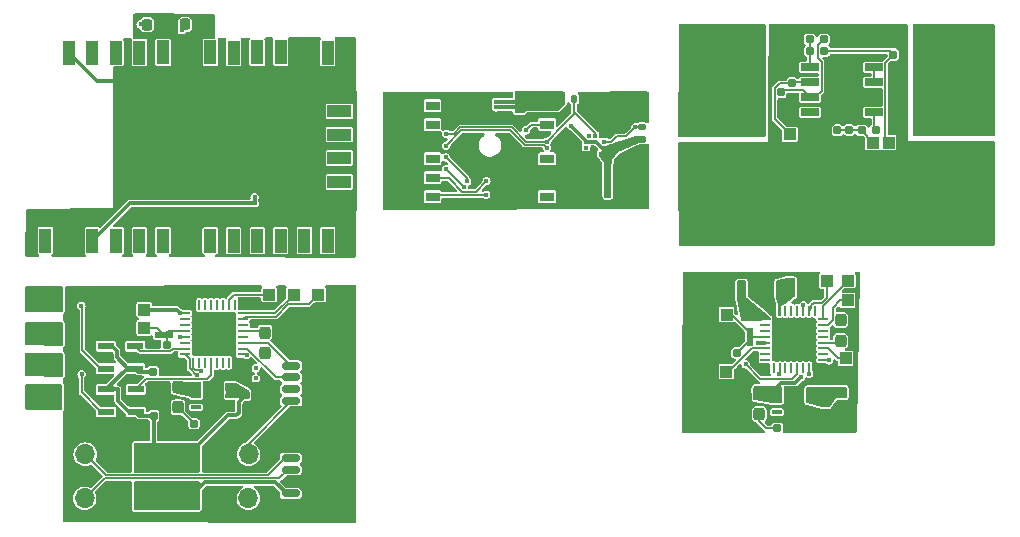
<source format=gbr>
%TF.GenerationSoftware,KiCad,Pcbnew,8.0.5*%
%TF.CreationDate,2024-10-23T07:35:36+02:00*%
%TF.ProjectId,Carte sensors,43617274-6520-4736-956e-736f72732e6b,rev?*%
%TF.SameCoordinates,Original*%
%TF.FileFunction,Copper,L1,Top*%
%TF.FilePolarity,Positive*%
%FSLAX46Y46*%
G04 Gerber Fmt 4.6, Leading zero omitted, Abs format (unit mm)*
G04 Created by KiCad (PCBNEW 8.0.5) date 2024-10-23 07:35:36*
%MOMM*%
%LPD*%
G01*
G04 APERTURE LIST*
G04 Aperture macros list*
%AMRoundRect*
0 Rectangle with rounded corners*
0 $1 Rounding radius*
0 $2 $3 $4 $5 $6 $7 $8 $9 X,Y pos of 4 corners*
0 Add a 4 corners polygon primitive as box body*
4,1,4,$2,$3,$4,$5,$6,$7,$8,$9,$2,$3,0*
0 Add four circle primitives for the rounded corners*
1,1,$1+$1,$2,$3*
1,1,$1+$1,$4,$5*
1,1,$1+$1,$6,$7*
1,1,$1+$1,$8,$9*
0 Add four rect primitives between the rounded corners*
20,1,$1+$1,$2,$3,$4,$5,0*
20,1,$1+$1,$4,$5,$6,$7,0*
20,1,$1+$1,$6,$7,$8,$9,0*
20,1,$1+$1,$8,$9,$2,$3,0*%
%AMOutline4P*
0 Free polygon, 4 corners , with rotation*
0 The origin of the aperture is its center*
0 number of corners: always 4*
0 $1 to $8 corner X, Y*
0 $9 Rotation angle, in degrees counterclockwise*
0 create outline with 4 corners*
4,1,4,$1,$2,$3,$4,$5,$6,$7,$8,$1,$2,$9*%
%AMOutline5P*
0 Free polygon, 5 corners , with rotation*
0 The origin of the aperture is its center*
0 number of corners: always 5*
0 $1 to $10 corner X, Y*
0 $11 Rotation angle, in degrees counterclockwise*
0 create outline with 5 corners*
4,1,5,$1,$2,$3,$4,$5,$6,$7,$8,$9,$10,$1,$2,$11*%
%AMOutline6P*
0 Free polygon, 6 corners , with rotation*
0 The origin of the aperture is its center*
0 number of corners: always 6*
0 $1 to $12 corner X, Y*
0 $13 Rotation angle, in degrees counterclockwise*
0 create outline with 6 corners*
4,1,6,$1,$2,$3,$4,$5,$6,$7,$8,$9,$10,$11,$12,$1,$2,$13*%
%AMOutline7P*
0 Free polygon, 7 corners , with rotation*
0 The origin of the aperture is its center*
0 number of corners: always 7*
0 $1 to $14 corner X, Y*
0 $15 Rotation angle, in degrees counterclockwise*
0 create outline with 7 corners*
4,1,7,$1,$2,$3,$4,$5,$6,$7,$8,$9,$10,$11,$12,$13,$14,$1,$2,$15*%
%AMOutline8P*
0 Free polygon, 8 corners , with rotation*
0 The origin of the aperture is its center*
0 number of corners: always 8*
0 $1 to $16 corner X, Y*
0 $17 Rotation angle, in degrees counterclockwise*
0 create outline with 8 corners*
4,1,8,$1,$2,$3,$4,$5,$6,$7,$8,$9,$10,$11,$12,$13,$14,$15,$16,$1,$2,$17*%
G04 Aperture macros list end*
%TA.AperFunction,SMDPad,CuDef*%
%ADD10R,1.000000X1.000000*%
%TD*%
%TA.AperFunction,ComponentPad*%
%ADD11R,1.700000X1.700000*%
%TD*%
%TA.AperFunction,ComponentPad*%
%ADD12O,1.700000X1.700000*%
%TD*%
%TA.AperFunction,SMDPad,CuDef*%
%ADD13R,1.500000X0.550000*%
%TD*%
%TA.AperFunction,SMDPad,CuDef*%
%ADD14R,0.850000X0.300000*%
%TD*%
%TA.AperFunction,SMDPad,CuDef*%
%ADD15R,1.700000X2.500000*%
%TD*%
%TA.AperFunction,SMDPad,CuDef*%
%ADD16RoundRect,0.150000X0.625000X-0.150000X0.625000X0.150000X-0.625000X0.150000X-0.625000X-0.150000X0*%
%TD*%
%TA.AperFunction,SMDPad,CuDef*%
%ADD17RoundRect,0.250000X0.650000X-0.350000X0.650000X0.350000X-0.650000X0.350000X-0.650000X-0.350000X0*%
%TD*%
%TA.AperFunction,SMDPad,CuDef*%
%ADD18R,0.550000X1.500000*%
%TD*%
%TA.AperFunction,SMDPad,CuDef*%
%ADD19R,1.000000X2.000000*%
%TD*%
%TA.AperFunction,SMDPad,CuDef*%
%ADD20R,2.000000X1.000000*%
%TD*%
%TA.AperFunction,SMDPad,CuDef*%
%ADD21RoundRect,0.135000X-0.135000X-0.185000X0.135000X-0.185000X0.135000X0.185000X-0.135000X0.185000X0*%
%TD*%
%TA.AperFunction,SMDPad,CuDef*%
%ADD22RoundRect,0.160000X0.197500X0.160000X-0.197500X0.160000X-0.197500X-0.160000X0.197500X-0.160000X0*%
%TD*%
%TA.AperFunction,SMDPad,CuDef*%
%ADD23RoundRect,0.160000X-0.197500X-0.160000X0.197500X-0.160000X0.197500X0.160000X-0.197500X0.160000X0*%
%TD*%
%TA.AperFunction,ComponentPad*%
%ADD24C,0.800000*%
%TD*%
%TA.AperFunction,ComponentPad*%
%ADD25C,6.400000*%
%TD*%
%TA.AperFunction,SMDPad,CuDef*%
%ADD26RoundRect,0.155000X0.155000X-0.212500X0.155000X0.212500X-0.155000X0.212500X-0.155000X-0.212500X0*%
%TD*%
%TA.AperFunction,SMDPad,CuDef*%
%ADD27R,1.200000X0.800000*%
%TD*%
%TA.AperFunction,SMDPad,CuDef*%
%ADD28RoundRect,0.140000X-0.140000X-0.170000X0.140000X-0.170000X0.140000X0.170000X-0.140000X0.170000X0*%
%TD*%
%TA.AperFunction,SMDPad,CuDef*%
%ADD29RoundRect,0.237500X-0.237500X0.287500X-0.237500X-0.287500X0.237500X-0.287500X0.237500X0.287500X0*%
%TD*%
%TA.AperFunction,SMDPad,CuDef*%
%ADD30RoundRect,0.135000X-0.185000X0.135000X-0.185000X-0.135000X0.185000X-0.135000X0.185000X0.135000X0*%
%TD*%
%TA.AperFunction,SMDPad,CuDef*%
%ADD31R,1.525000X0.650000*%
%TD*%
%TA.AperFunction,SMDPad,CuDef*%
%ADD32RoundRect,0.237500X0.237500X-0.287500X0.237500X0.287500X-0.237500X0.287500X-0.237500X-0.287500X0*%
%TD*%
%TA.AperFunction,SMDPad,CuDef*%
%ADD33RoundRect,0.160000X0.160000X-0.197500X0.160000X0.197500X-0.160000X0.197500X-0.160000X-0.197500X0*%
%TD*%
%TA.AperFunction,SMDPad,CuDef*%
%ADD34RoundRect,0.062500X-0.375000X-0.062500X0.375000X-0.062500X0.375000X0.062500X-0.375000X0.062500X0*%
%TD*%
%TA.AperFunction,SMDPad,CuDef*%
%ADD35RoundRect,0.062500X-0.062500X-0.375000X0.062500X-0.375000X0.062500X0.375000X-0.062500X0.375000X0*%
%TD*%
%TA.AperFunction,HeatsinkPad*%
%ADD36R,3.450000X3.450000*%
%TD*%
%TA.AperFunction,SMDPad,CuDef*%
%ADD37Outline5P,-0.187500X0.175000X0.187500X0.175000X0.187500X-0.175000X-0.117500X-0.175000X-0.187500X-0.105000X0.000000*%
%TD*%
%TA.AperFunction,SMDPad,CuDef*%
%ADD38Outline4P,-0.187500X0.175000X0.187500X0.175000X0.187500X-0.175000X-0.187500X-0.175000X0.000000*%
%TD*%
%TA.AperFunction,SMDPad,CuDef*%
%ADD39Outline4P,-0.187500X0.175000X0.187500X0.175000X0.187500X-0.175000X-0.187500X-0.175000X270.000000*%
%TD*%
%TA.AperFunction,SMDPad,CuDef*%
%ADD40R,1.400000X0.600000*%
%TD*%
%TA.AperFunction,SMDPad,CuDef*%
%ADD41RoundRect,0.218750X0.218750X0.256250X-0.218750X0.256250X-0.218750X-0.256250X0.218750X-0.256250X0*%
%TD*%
%TA.AperFunction,SMDPad,CuDef*%
%ADD42RoundRect,0.155000X0.212500X0.155000X-0.212500X0.155000X-0.212500X-0.155000X0.212500X-0.155000X0*%
%TD*%
%TA.AperFunction,SMDPad,CuDef*%
%ADD43RoundRect,0.155000X-0.212500X-0.155000X0.212500X-0.155000X0.212500X0.155000X-0.212500X0.155000X0*%
%TD*%
%TA.AperFunction,SMDPad,CuDef*%
%ADD44RoundRect,0.155000X-0.155000X0.212500X-0.155000X-0.212500X0.155000X-0.212500X0.155000X0.212500X0*%
%TD*%
%TA.AperFunction,ViaPad*%
%ADD45C,0.400000*%
%TD*%
%TA.AperFunction,Conductor*%
%ADD46C,0.150000*%
%TD*%
%TA.AperFunction,Conductor*%
%ADD47C,0.300000*%
%TD*%
G04 APERTURE END LIST*
D10*
%TO.P,,1*%
%TO.N,TIM1_CH2*%
X215480000Y-123280000D03*
%TD*%
D11*
%TO.P,J8,1,Pin_1*%
%TO.N,+5V*%
X156180000Y-131400000D03*
D12*
%TO.P,J8,2,Pin_2*%
%TO.N,GND*%
X153640000Y-131400000D03*
%TO.P,J8,3,Pin_3*%
%TO.N,CH2*%
X151100000Y-131400000D03*
%TD*%
D11*
%TO.P,J7,1,Pin_1*%
%TO.N,+5V*%
X156125000Y-135130000D03*
D12*
%TO.P,J7,2,Pin_2*%
%TO.N,GND*%
X153585000Y-135130000D03*
%TO.P,J7,3,Pin_3*%
%TO.N,CH1*%
X151045000Y-135130000D03*
%TD*%
D10*
%TO.P,,1*%
%TO.N,+5V*%
X210760000Y-104310000D03*
%TD*%
D13*
%TO.P,SW3,1,1*%
%TO.N,GND*%
X157750000Y-118030000D03*
%TO.P,SW3,2,2*%
%TO.N,Net-(U1-NRST)*%
X157750000Y-121280000D03*
%TD*%
D10*
%TO.P,,1*%
%TO.N,SWCLK*%
X215670000Y-116700000D03*
%TD*%
%TO.P,,1*%
%TO.N,SWO*%
X213890000Y-116720000D03*
%TD*%
D14*
%TO.P,IC3,1,GND*%
%TO.N,GND*%
X212580000Y-127812500D03*
%TO.P,IC3,2,EN*%
%TO.N,+5V*%
X212580000Y-126862500D03*
%TO.P,IC3,3,VIN*%
X212580000Y-125912500D03*
%TO.P,IC3,4,VOUT*%
%TO.N,VDD_IO*%
X209680000Y-125912500D03*
%TO.P,IC3,5,VSENSE*%
X209680000Y-126862500D03*
%TO.P,IC3,6,ADJ/NC*%
%TO.N,unconnected-(IC3-ADJ{slash}NC-Pad6)*%
X209680000Y-127812500D03*
D15*
%TO.P,IC3,7,EP*%
%TO.N,GND*%
X211130000Y-126862500D03*
%TD*%
D16*
%TO.P,J6,1,Pin_1*%
%TO.N,CH3*%
X168540000Y-126890000D03*
%TO.P,J6,2,Pin_2*%
%TO.N,CH4*%
X168540000Y-125890000D03*
%TO.P,J6,3,Pin_3*%
%TO.N,CH5*%
X168540000Y-124890000D03*
%TO.P,J6,4,Pin_4*%
%TO.N,CH6*%
X168540000Y-123890000D03*
D17*
%TO.P,J6,MP*%
%TO.N,GND*%
X172415000Y-128190000D03*
X172415000Y-122590000D03*
%TD*%
D18*
%TO.P,SW4,1,1*%
%TO.N,Net-(U2-PH3)*%
X209910000Y-117422500D03*
%TO.P,SW4,2,2*%
%TO.N,VDD_IO*%
X206660000Y-117422500D03*
%TD*%
D19*
%TO.P,Tarvos1,1,ANT*%
%TO.N,unconnected-(Tarvos1-ANT-Pad1)*%
X147720000Y-113300000D03*
%TO.P,Tarvos1,2,GND*%
%TO.N,GND*%
X149710000Y-113320000D03*
%TO.P,Tarvos1,3,VCC*%
%TO.N,VDD_IO*%
X151700000Y-113320000D03*
%TO.P,Tarvos1,4,UTXD*%
%TO.N,Net-(Tarvos1-UTXD)*%
X153700000Y-113330000D03*
%TO.P,Tarvos1,5,URXD*%
%TO.N,Net-(Tarvos1-URXD)*%
X155690000Y-113330000D03*
%TO.P,Tarvos1,6,/RTS*%
%TO.N,unconnected-(Tarvos1-{slash}RTS-Pad6)*%
X157680000Y-113320000D03*
%TO.P,Tarvos1,7,RSV*%
%TO.N,unconnected-(Tarvos1-RSV-Pad7)*%
X161670000Y-113310000D03*
%TO.P,Tarvos1,8,RSV*%
%TO.N,unconnected-(Tarvos1-RSV-Pad8)*%
X163670000Y-113310000D03*
%TO.P,Tarvos1,9,RSV*%
%TO.N,unconnected-(Tarvos1-RSV-Pad9)*%
X165660000Y-113310000D03*
%TO.P,Tarvos1,10,RSV*%
%TO.N,unconnected-(Tarvos1-RSV-Pad10)*%
X167630000Y-113320000D03*
%TO.P,Tarvos1,11,RSV*%
%TO.N,unconnected-(Tarvos1-RSV-Pad11)*%
X169650000Y-113300000D03*
%TO.P,Tarvos1,12,BOOT*%
%TO.N,Net-(Tarvos1-BOOT)*%
X171630000Y-113300000D03*
%TO.P,Tarvos1,13,RSV*%
%TO.N,unconnected-(Tarvos1-RSV-Pad13)*%
X171630000Y-97390000D03*
%TO.P,Tarvos1,14,WAKE-UP*%
%TO.N,GND*%
X169640000Y-97370000D03*
%TO.P,Tarvos1,15,MODE_1*%
%TO.N,Net-(Tarvos1-MODE_1)*%
X167650000Y-97360000D03*
%TO.P,Tarvos1,16,RSV*%
%TO.N,unconnected-(Tarvos1-RSV-Pad16)*%
X165650000Y-97370000D03*
%TO.P,Tarvos1,17,RSV*%
%TO.N,unconnected-(Tarvos1-RSV-Pad17)*%
X163660000Y-97380000D03*
%TO.P,Tarvos1,18,RSV*%
%TO.N,unconnected-(Tarvos1-RSV-Pad18)*%
X161680000Y-97370000D03*
%TO.P,Tarvos1,19,/RESET*%
%TO.N,unconnected-(Tarvos1-{slash}RESET-Pad19)*%
X157680000Y-97370000D03*
%TO.P,Tarvos1,20,RX_IND*%
%TO.N,Net-(Tarvos1-RX_IND)*%
X155690000Y-97380000D03*
%TO.P,Tarvos1,21,TX_IND*%
%TO.N,Net-(Tarvos1-TX_IND)*%
X153690000Y-97380000D03*
%TO.P,Tarvos1,22,RSV*%
%TO.N,unconnected-(Tarvos1-RSV-Pad22)*%
X151700000Y-97400000D03*
%TO.P,Tarvos1,23,GND*%
%TO.N,GND*%
X149700000Y-97390000D03*
D20*
%TO.P,Tarvos1,i1,TEST*%
%TO.N,unconnected-(Tarvos1-TEST-Padi1)*%
X172600000Y-108340000D03*
%TO.P,Tarvos1,i2,TEST*%
%TO.N,unconnected-(Tarvos1-TEST-Padi2)*%
X172600000Y-106310000D03*
%TO.P,Tarvos1,i3,TEST*%
%TO.N,unconnected-(Tarvos1-TEST-Padi3)*%
X172600000Y-104330000D03*
%TO.P,Tarvos1,i4,TEST*%
%TO.N,unconnected-(Tarvos1-TEST-Padi4)*%
X172620000Y-102370000D03*
%TD*%
D21*
%TO.P,R8,1*%
%TO.N,VDD_IO*%
X191470000Y-101290000D03*
%TO.P,R8,2*%
%TO.N,SDA_P*%
X192490000Y-101290000D03*
%TD*%
D22*
%TO.P,R24,1*%
%TO.N,GND*%
X161497500Y-128800000D03*
%TO.P,R24,2*%
%TO.N,Net-(D3-K)*%
X160302500Y-128800000D03*
%TD*%
D23*
%TO.P,R21,1*%
%TO.N,Net-(U2-PH3)*%
X210842500Y-117757500D03*
%TO.P,R21,2*%
%TO.N,GND*%
X212037500Y-117757500D03*
%TD*%
D10*
%TO.P,,1*%
%TO.N,SWDIO*%
X215660000Y-118370000D03*
%TD*%
%TO.P,REF\u002A\u002A,1*%
%TO.N,ADC1_IN2_CURR*%
X219130000Y-105000000D03*
%TD*%
D24*
%TO.P,H2,1,1*%
%TO.N,BAT+*%
X202762944Y-100582944D03*
X203465888Y-98885888D03*
X203465888Y-102280000D03*
X205162944Y-98182944D03*
D25*
X205162944Y-100582944D03*
D24*
X205162944Y-102982944D03*
X206860000Y-98885888D03*
X206860000Y-102280000D03*
X207562944Y-100582944D03*
%TD*%
D26*
%TO.P,C11,1*%
%TO.N,GND*%
X157985000Y-123257500D03*
%TO.P,C11,2*%
%TO.N,Net-(U1-NRST)*%
X157985000Y-122122500D03*
%TD*%
D27*
%TO.P,PA1010D1,1,I2C_SDA*%
%TO.N,unconnected-(PA1010D1-I2C_SDA-Pad1)*%
X180500000Y-101890000D03*
%TO.P,PA1010D1,2,I2C_SCL*%
%TO.N,unconnected-(PA1010D1-I2C_SCL-Pad2)*%
X180500000Y-103490000D03*
%TO.P,PA1010D1,3,1PPS*%
%TO.N,unconnected-(PA1010D1-1PPS-Pad3)*%
X180500000Y-106390000D03*
%TO.P,PA1010D1,4,TX*%
%TO.N,Net-(PA1010D1-TX)*%
X180500000Y-107990000D03*
%TO.P,PA1010D1,5,RX*%
%TO.N,Net-(PA1010D1-RX)*%
X180500000Y-109590000D03*
%TO.P,PA1010D1,6,NRESET*%
%TO.N,unconnected-(PA1010D1-NRESET-Pad6)*%
X190200000Y-109590000D03*
%TO.P,PA1010D1,7,GND*%
%TO.N,GND*%
X190200000Y-107990000D03*
%TO.P,PA1010D1,8,WAKE_UP*%
%TO.N,unconnected-(PA1010D1-WAKE_UP-Pad8)*%
X190200000Y-106390000D03*
%TO.P,PA1010D1,9,VBACKUP*%
%TO.N,Net-(BT1-+)*%
X190200000Y-103490000D03*
%TO.P,PA1010D1,10,VCC*%
%TO.N,VDD_IO*%
X190200000Y-101890000D03*
%TD*%
D10*
%TO.P,,1*%
%TO.N,GND*%
X173210000Y-120700000D03*
%TD*%
D28*
%TO.P,C5,1*%
%TO.N,GND*%
X194380000Y-108380000D03*
%TO.P,C5,2*%
%TO.N,VDD_IO*%
X195340000Y-108380000D03*
%TD*%
D29*
%TO.P,D6,1,K*%
%TO.N,Net-(D6-K)*%
X215050000Y-120027500D03*
%TO.P,D6,2,A*%
%TO.N,Net-(D6-A)*%
X215050000Y-121777500D03*
%TD*%
D10*
%TO.P,,*%
%TO.N,GND*%
X212170000Y-104300000D03*
%TD*%
%TO.P,,1*%
%TO.N,SWDIO*%
X170820000Y-117880000D03*
%TD*%
%TO.P,,1*%
%TO.N,Net-(U1-NRST)*%
X156080000Y-120690000D03*
%TD*%
D24*
%TO.P,H1,1,1*%
%TO.N,VIN*%
X222280000Y-100830000D03*
X222982944Y-99132944D03*
X222982944Y-102527056D03*
X224680000Y-98430000D03*
D25*
X224680000Y-100830000D03*
D24*
X224680000Y-103230000D03*
X226377056Y-99132944D03*
X226377056Y-102527056D03*
X227080000Y-100830000D03*
%TD*%
D30*
%TO.P,R7,1*%
%TO.N,SCL_P*%
X198260000Y-103700000D03*
%TO.P,R7,2*%
%TO.N,VDD_IO*%
X198260000Y-104720000D03*
%TD*%
D10*
%TO.P,,1*%
%TO.N,GND*%
X204450000Y-116900000D03*
%TD*%
D31*
%TO.P,IC1,1,VM*%
%TO.N,VIN*%
X217897500Y-102430000D03*
%TO.P,IC1,2,GND*%
%TO.N,GND*%
X217897500Y-101160000D03*
%TO.P,IC1,3,A1*%
%TO.N,Net-(IC1-A1)*%
X217897500Y-99890000D03*
%TO.P,IC1,4,A2*%
X217897500Y-98620000D03*
%TO.P,IC1,5,OUT*%
%TO.N,Net-(IC1-OUT)*%
X212473500Y-98620000D03*
%TO.P,IC1,6,VCC*%
%TO.N,+5V*%
X212473500Y-99890000D03*
%TO.P,IC1,7,A3*%
%TO.N,Net-(IC1-A3)*%
X212473500Y-101160000D03*
%TO.P,IC1,8,VP*%
%TO.N,BAT+*%
X212473500Y-102430000D03*
%TD*%
D18*
%TO.P,SW5,1,1*%
%TO.N,GND*%
X204120000Y-121432500D03*
%TO.P,SW5,2,2*%
%TO.N,Net-(U2-NRST)*%
X207370000Y-121432500D03*
%TD*%
D26*
%TO.P,C9,1*%
%TO.N,GND*%
X214787500Y-105087500D03*
%TO.P,C9,2*%
%TO.N,ADC1_IN3_VBAT*%
X214787500Y-103952500D03*
%TD*%
%TO.P,C12,1*%
%TO.N,+5V*%
X156857500Y-124420000D03*
%TO.P,C12,2*%
%TO.N,GND*%
X156857500Y-123285000D03*
%TD*%
D10*
%TO.P,,1*%
%TO.N,ADC1_IN3_VBAT*%
X217790000Y-105000000D03*
%TD*%
D24*
%TO.P,H3,1,1*%
%TO.N,GND*%
X222252944Y-110192944D03*
X222955888Y-108495888D03*
X222955888Y-111890000D03*
X224652944Y-107792944D03*
D25*
X224652944Y-110192944D03*
D24*
X224652944Y-112592944D03*
X226350000Y-108495888D03*
X226350000Y-111890000D03*
X227052944Y-110192944D03*
%TD*%
D26*
%TO.P,C30,1*%
%TO.N,+5V*%
X156900000Y-128130000D03*
%TO.P,C30,2*%
%TO.N,GND*%
X156900000Y-126995000D03*
%TD*%
D11*
%TO.P,J10,1,Pin_1*%
%TO.N,+5V*%
X159835000Y-135130000D03*
D12*
%TO.P,J10,2,Pin_2*%
%TO.N,GND*%
X162375000Y-135130000D03*
%TO.P,J10,3,Pin_3*%
%TO.N,CH4*%
X164915000Y-135130000D03*
%TD*%
D32*
%TO.P,D4,1,K*%
%TO.N,Net-(D4-K)*%
X208160000Y-128007500D03*
%TO.P,D4,2,A*%
%TO.N,VDD_IO*%
X208160000Y-126257500D03*
%TD*%
D10*
%TO.P,,1*%
%TO.N,SWCLK*%
X168740000Y-117880000D03*
%TD*%
%TO.P,,1*%
%TO.N,SWO*%
X166670000Y-117880000D03*
%TD*%
D23*
%TO.P,R13,1*%
%TO.N,ADC1_IN3_VBAT*%
X216830000Y-103950000D03*
%TO.P,R13,2*%
%TO.N,VIN*%
X218025000Y-103950000D03*
%TD*%
D33*
%TO.P,R12,1*%
%TO.N,GND*%
X209977500Y-101945000D03*
%TO.P,R12,2*%
%TO.N,Net-(IC1-A3)*%
X209977500Y-100750000D03*
%TD*%
D34*
%TO.P,U2,1,VDD*%
%TO.N,VDD_IO*%
X208692500Y-119930000D03*
%TO.P,U2,2,PC14*%
%TO.N,unconnected-(U2-PC14-Pad2)*%
X208692500Y-120430000D03*
%TO.P,U2,3,PC15*%
%TO.N,unconnected-(U2-PC15-Pad3)*%
X208692500Y-120930000D03*
%TO.P,U2,4,NRST*%
%TO.N,Net-(U2-NRST)*%
X208692500Y-121430000D03*
%TO.P,U2,5,VDDA*%
%TO.N,VDD_IO*%
X208692500Y-121930000D03*
%TO.P,U2,6,PA0*%
%TO.N,TIM2_CH1*%
X208692500Y-122430000D03*
%TO.P,U2,7,PA1*%
%TO.N,ALIMGPS*%
X208692500Y-122930000D03*
%TO.P,U2,8,PA2*%
%TO.N,unconnected-(U2-PA2-Pad8)*%
X208692500Y-123430000D03*
D35*
%TO.P,U2,9,PA3*%
%TO.N,unconnected-(U2-PA3-Pad9)*%
X209380000Y-124117500D03*
%TO.P,U2,10,PA4*%
%TO.N,ADC1_IN9*%
X209880000Y-124117500D03*
%TO.P,U2,11,PA5*%
%TO.N,ADC1_IN10*%
X210380000Y-124117500D03*
%TO.P,U2,12,PA6*%
%TO.N,unconnected-(U2-PA6-Pad12)*%
X210880000Y-124117500D03*
%TO.P,U2,13,PA7*%
%TO.N,OLED_SCL*%
X211380000Y-124117500D03*
%TO.P,U2,14,PB0*%
%TO.N,unconnected-(U2-PB0-Pad14)*%
X211880000Y-124117500D03*
%TO.P,U2,15,PB1*%
%TO.N,B2*%
X212380000Y-124117500D03*
%TO.P,U2,16,VSS*%
%TO.N,GND*%
X212880000Y-124117500D03*
D34*
%TO.P,U2,17,VDD*%
%TO.N,VDD_IO*%
X213567500Y-123430000D03*
%TO.P,U2,18,PA8*%
%TO.N,unconnected-(U2-PA8-Pad18)*%
X213567500Y-122930000D03*
%TO.P,U2,19,PA9*%
%TO.N,TIM1_CH2*%
X213567500Y-122430000D03*
%TO.P,U2,20,PA10*%
%TO.N,Net-(D6-A)*%
X213567500Y-121930000D03*
%TO.P,U2,21,PA11*%
%TO.N,D-*%
X213567500Y-121430000D03*
%TO.P,U2,22,PA12*%
%TO.N,D+*%
X213567500Y-120930000D03*
%TO.P,U2,23,PA13*%
%TO.N,SWDIO*%
X213567500Y-120430000D03*
%TO.P,U2,24,PA14*%
%TO.N,SWCLK*%
X213567500Y-119930000D03*
D35*
%TO.P,U2,25,PA15*%
%TO.N,unconnected-(U2-PA15-Pad25)*%
X212880000Y-119242500D03*
%TO.P,U2,26,PB3*%
%TO.N,SWO*%
X212380000Y-119242500D03*
%TO.P,U2,27,PB4*%
%TO.N,OLED_SDA*%
X211880000Y-119242500D03*
%TO.P,U2,28,PB5*%
%TO.N,unconnected-(U2-PB5-Pad28)*%
X211380000Y-119242500D03*
%TO.P,U2,29,PB6*%
%TO.N,unconnected-(U2-PB6-Pad29)*%
X210880000Y-119242500D03*
%TO.P,U2,30,PB7*%
%TO.N,unconnected-(U2-PB7-Pad30)*%
X210380000Y-119242500D03*
%TO.P,U2,31,PH3*%
%TO.N,Net-(U2-PH3)*%
X209880000Y-119242500D03*
%TO.P,U2,32,VSS*%
%TO.N,GND*%
X209380000Y-119242500D03*
D36*
%TO.P,U2,33,VSS*%
X211130000Y-121680000D03*
%TD*%
D10*
%TO.P,,1*%
%TO.N,Net-(U2-NRST)*%
X205400000Y-119570000D03*
%TD*%
D32*
%TO.P,D5,1,K*%
%TO.N,Net-(D5-K)*%
X166315000Y-122840000D03*
%TO.P,D5,2,A*%
%TO.N,Net-(D5-A)*%
X166315000Y-121090000D03*
%TD*%
D37*
%TO.P,WSEN-PADS1,1,VDD_IO*%
%TO.N,VDD_IO*%
X195060000Y-105430000D03*
D38*
%TO.P,WSEN-PADS1,2,SCL*%
%TO.N,SCL_P*%
X195060000Y-104920000D03*
D39*
%TO.P,WSEN-PADS1,3,RSVD*%
%TO.N,GND*%
X194790000Y-104410000D03*
%TO.P,WSEN-PADS1,4,SDA*%
%TO.N,SDA_P*%
X194290000Y-104410000D03*
%TO.P,WSEN-PADS1,5,SAO*%
%TO.N,unconnected-(WSEN-PADS1-SAO-Pad5)*%
X193790000Y-104410000D03*
D38*
%TO.P,WSEN-PADS1,6,CS*%
%TO.N,VDD_IO*%
X193520000Y-104930000D03*
%TO.P,WSEN-PADS1,7,INT*%
%TO.N,unconnected-(WSEN-PADS1-INT-Pad7)*%
X193520000Y-105430000D03*
D39*
%TO.P,WSEN-PADS1,8,GND*%
%TO.N,GND*%
X193790000Y-105940000D03*
%TO.P,WSEN-PADS1,9,GND*%
X194290000Y-105940000D03*
%TO.P,WSEN-PADS1,10,VDD*%
%TO.N,VDD_IO*%
X194790000Y-105940000D03*
%TD*%
D34*
%TO.P,U1,1,VDD*%
%TO.N,VDD_IO*%
X159557500Y-119442500D03*
%TO.P,U1,2,PC14*%
%TO.N,unconnected-(U1-PC14-Pad2)*%
X159557500Y-119942500D03*
%TO.P,U1,3,PC15*%
%TO.N,unconnected-(U1-PC15-Pad3)*%
X159557500Y-120442500D03*
%TO.P,U1,4,NRST*%
%TO.N,Net-(U1-NRST)*%
X159557500Y-120942500D03*
%TO.P,U1,5,VDDA*%
%TO.N,VDD_IO*%
X159557500Y-121442500D03*
%TO.P,U1,6,PA0*%
%TO.N,unconnected-(U1-PA0-Pad6)*%
X159557500Y-121942500D03*
%TO.P,U1,7,PA1*%
%TO.N,MOSFET1*%
X159557500Y-122442500D03*
%TO.P,U1,8,PA2*%
%TO.N,LPRX*%
X159557500Y-122942500D03*
D35*
%TO.P,U1,9,PA3*%
%TO.N,LPTX*%
X160245000Y-123630000D03*
%TO.P,U1,10,PA4*%
%TO.N,ADC1_IN9*%
X160745000Y-123630000D03*
%TO.P,U1,11,PA5*%
%TO.N,ADC1_IN10*%
X161245000Y-123630000D03*
%TO.P,U1,12,PA6*%
%TO.N,MOSFET2*%
X161745000Y-123630000D03*
%TO.P,U1,13,PA7*%
%TO.N,unconnected-(U1-PA7-Pad13)*%
X162245000Y-123630000D03*
%TO.P,U1,14,PB0*%
%TO.N,unconnected-(U1-PB0-Pad14)*%
X162745000Y-123630000D03*
%TO.P,U1,15,PB1*%
%TO.N,unconnected-(U1-PB1-Pad15)*%
X163245000Y-123630000D03*
%TO.P,U1,16,VSS*%
%TO.N,GND*%
X163745000Y-123630000D03*
D34*
%TO.P,U1,17,VDD*%
%TO.N,VDD_IO*%
X164432500Y-122942500D03*
%TO.P,U1,18,PA8*%
%TO.N,CH5*%
X164432500Y-122442500D03*
%TO.P,U1,19,PA9*%
%TO.N,CH6*%
X164432500Y-121942500D03*
%TO.P,U1,20,PA10*%
%TO.N,unconnected-(U1-PA10-Pad20)*%
X164432500Y-121442500D03*
%TO.P,U1,21,PA11*%
%TO.N,Net-(D5-A)*%
X164432500Y-120942500D03*
%TO.P,U1,22,PA12*%
%TO.N,unconnected-(U1-PA12-Pad22)*%
X164432500Y-120442500D03*
%TO.P,U1,23,PA13*%
%TO.N,SWDIO*%
X164432500Y-119942500D03*
%TO.P,U1,24,PA14*%
%TO.N,SWCLK*%
X164432500Y-119442500D03*
D35*
%TO.P,U1,25,PA15*%
%TO.N,unconnected-(U1-PA15-Pad25)*%
X163745000Y-118755000D03*
%TO.P,U1,26,PB3*%
%TO.N,SWO*%
X163245000Y-118755000D03*
%TO.P,U1,27,PB4*%
%TO.N,unconnected-(U1-PB4-Pad27)*%
X162745000Y-118755000D03*
%TO.P,U1,28,PB5*%
%TO.N,unconnected-(U1-PB5-Pad28)*%
X162245000Y-118755000D03*
%TO.P,U1,29,PB6*%
%TO.N,unconnected-(U1-PB6-Pad29)*%
X161745000Y-118755000D03*
%TO.P,U1,30,PB7*%
%TO.N,unconnected-(U1-PB7-Pad30)*%
X161245000Y-118755000D03*
%TO.P,U1,31,PH3*%
%TO.N,unconnected-(U1-PH3-Pad31)*%
X160745000Y-118755000D03*
%TO.P,U1,32,VSS*%
%TO.N,GND*%
X160245000Y-118755000D03*
D36*
%TO.P,U1,33,VSS*%
X161995000Y-121192500D03*
%TD*%
D32*
%TO.P,D3,1,K*%
%TO.N,Net-(D3-K)*%
X158955000Y-127430000D03*
%TO.P,D3,2,A*%
%TO.N,VDD_IO*%
X158955000Y-125680000D03*
%TD*%
D28*
%TO.P,C6,1*%
%TO.N,GND*%
X194380000Y-109390000D03*
%TO.P,C6,2*%
%TO.N,VDD_IO*%
X195340000Y-109390000D03*
%TD*%
D10*
%TO.P,,1*%
%TO.N,VDD_IO*%
X207160000Y-119560000D03*
%TD*%
D16*
%TO.P,J5,1,Pin_1*%
%TO.N,+5V*%
X168490000Y-134710000D03*
%TO.P,J5,2,Pin_2*%
%TO.N,GND*%
X168490000Y-133710000D03*
%TO.P,J5,3,Pin_3*%
%TO.N,CH1*%
X168490000Y-132710000D03*
%TO.P,J5,4,Pin_4*%
%TO.N,CH2*%
X168490000Y-131710000D03*
D17*
%TO.P,J5,MP*%
%TO.N,GND*%
X172365000Y-136010000D03*
X172365000Y-130410000D03*
%TD*%
D11*
%TO.P,J9,1,Pin_1*%
%TO.N,+5V*%
X159850000Y-131400000D03*
D12*
%TO.P,J9,2,Pin_2*%
%TO.N,GND*%
X162390000Y-131400000D03*
%TO.P,J9,3,Pin_3*%
%TO.N,CH3*%
X164930000Y-131400000D03*
%TD*%
D40*
%TO.P,IC5,1,VDD*%
%TO.N,+5V*%
X155357500Y-127802500D03*
%TO.P,IC5,2,AGND*%
%TO.N,GND*%
X155357500Y-126852500D03*
%TO.P,IC5,3,IN*%
%TO.N,MOSFET2*%
X155357500Y-125902500D03*
%TO.P,IC5,4,EN*%
%TO.N,+5V*%
X152857500Y-125902500D03*
%TO.P,IC5,5,GND*%
%TO.N,GND*%
X152857500Y-126852500D03*
%TO.P,IC5,6,~{OUT}*%
%TO.N,Net-(IC5-~{OUT})*%
X152857500Y-127802500D03*
%TD*%
D41*
%TO.P,D2,1,K*%
%TO.N,GND*%
X157907500Y-95010000D03*
%TO.P,D2,2,A*%
%TO.N,Net-(D2-A)*%
X156332500Y-95010000D03*
%TD*%
D10*
%TO.P,,1*%
%TO.N,TIM2_CH1*%
X205390000Y-124390000D03*
%TD*%
%TO.P,,1*%
%TO.N,VDD_IO*%
X156080000Y-119160000D03*
%TD*%
D24*
%TO.P,H4,1,1*%
%TO.N,GND*%
X202682944Y-110192944D03*
X203385888Y-108495888D03*
X203385888Y-111890000D03*
X205082944Y-107792944D03*
D25*
X205082944Y-110192944D03*
D24*
X205082944Y-112592944D03*
X206780000Y-108495888D03*
X206780000Y-111890000D03*
X207482944Y-110192944D03*
%TD*%
D26*
%TO.P,C7,1*%
%TO.N,GND*%
X219517500Y-98687500D03*
%TO.P,C7,2*%
%TO.N,ADC1_IN2_CURR*%
X219517500Y-97552500D03*
%TD*%
%TO.P,C25,1*%
%TO.N,GND*%
X164695000Y-127467500D03*
%TO.P,C25,2*%
%TO.N,+5V*%
X164695000Y-126332500D03*
%TD*%
%TO.P,C27,1*%
%TO.N,GND*%
X213800000Y-128130000D03*
%TO.P,C27,2*%
%TO.N,+5V*%
X213800000Y-126995000D03*
%TD*%
D42*
%TO.P,C19,1*%
%TO.N,GND*%
X212017500Y-116787500D03*
%TO.P,C19,2*%
%TO.N,Net-(U2-PH3)*%
X210882500Y-116787500D03*
%TD*%
D22*
%TO.P,R9,1*%
%TO.N,ADC1_IN2_CURR*%
X213665000Y-97250000D03*
%TO.P,R9,2*%
%TO.N,Net-(IC1-OUT)*%
X212470000Y-97250000D03*
%TD*%
D14*
%TO.P,IC2,1,GND*%
%TO.N,GND*%
X163380000Y-127410000D03*
%TO.P,IC2,2,EN*%
%TO.N,+5V*%
X163380000Y-126460000D03*
%TO.P,IC2,3,VIN*%
X163380000Y-125510000D03*
%TO.P,IC2,4,VOUT*%
%TO.N,VDD_IO*%
X160480000Y-125510000D03*
%TO.P,IC2,5,VSENSE*%
X160480000Y-126460000D03*
%TO.P,IC2,6,ADJ/NC*%
%TO.N,unconnected-(IC2-ADJ{slash}NC-Pad6)*%
X160480000Y-127410000D03*
D15*
%TO.P,IC2,7,EP*%
%TO.N,GND*%
X161930000Y-126460000D03*
%TD*%
D40*
%TO.P,IC4,1,VDD*%
%TO.N,+5V*%
X155317500Y-124142500D03*
%TO.P,IC4,2,AGND*%
%TO.N,GND*%
X155317500Y-123192500D03*
%TO.P,IC4,3,IN*%
%TO.N,MOSFET1*%
X155317500Y-122242500D03*
%TO.P,IC4,4,EN*%
%TO.N,+5V*%
X152817500Y-122242500D03*
%TO.P,IC4,5,GND*%
%TO.N,GND*%
X152817500Y-123192500D03*
%TO.P,IC4,6,~{OUT}*%
%TO.N,Net-(IC4-~{OUT})*%
X152817500Y-124142500D03*
%TD*%
D22*
%TO.P,R11,1*%
%TO.N,Net-(IC1-A3)*%
X213645000Y-96270000D03*
%TO.P,R11,2*%
%TO.N,Net-(IC1-OUT)*%
X212450000Y-96270000D03*
%TD*%
D43*
%TO.P,C18,1*%
%TO.N,GND*%
X205152500Y-122812500D03*
%TO.P,C18,2*%
%TO.N,Net-(U2-NRST)*%
X206287500Y-122812500D03*
%TD*%
D33*
%TO.P,R14,1*%
%TO.N,GND*%
X215787500Y-105137500D03*
%TO.P,R14,2*%
%TO.N,ADC1_IN3_VBAT*%
X215787500Y-103942500D03*
%TD*%
D41*
%TO.P,D1,1,K*%
%TO.N,GND*%
X161137500Y-95000000D03*
%TO.P,D1,2,A*%
%TO.N,Net-(D1-A)*%
X159562500Y-95000000D03*
%TD*%
D22*
%TO.P,R25,1*%
%TO.N,GND*%
X210877500Y-129192500D03*
%TO.P,R25,2*%
%TO.N,Net-(D4-K)*%
X209682500Y-129192500D03*
%TD*%
D44*
%TO.P,C8,1*%
%TO.N,+5V*%
X210957500Y-99992500D03*
%TO.P,C8,2*%
%TO.N,GND*%
X210957500Y-101127500D03*
%TD*%
D45*
%TO.N,GND*%
X205550000Y-126920000D03*
X206280000Y-128190000D03*
X207130000Y-126420000D03*
X213020000Y-124880000D03*
X213990000Y-124170000D03*
X210690000Y-126050000D03*
X210630000Y-127820000D03*
X211470000Y-127850000D03*
%TO.N,B2*%
X212390000Y-124580000D03*
%TO.N,GND*%
X205540000Y-123410000D03*
X208260000Y-124020000D03*
X212370000Y-120710000D03*
X211170000Y-122610000D03*
X211130000Y-120340000D03*
X211540000Y-118240000D03*
%TO.N,OLED_SDA*%
X211880000Y-118760000D03*
%TO.N,OLED_SCL*%
X207025000Y-123780000D03*
%TO.N,GND*%
X166430000Y-109610000D03*
X165390000Y-117370000D03*
X214470000Y-113070000D03*
X172365000Y-136010000D03*
X170400000Y-120640000D03*
X212870000Y-111470000D03*
X215270000Y-109070000D03*
X157580000Y-129720000D03*
X172670000Y-114080000D03*
X212070000Y-109870000D03*
X168650000Y-101930000D03*
X156100000Y-103000000D03*
X152210000Y-110890000D03*
X204450000Y-116900000D03*
X210470000Y-108270000D03*
X216870000Y-108270000D03*
X216070000Y-111470000D03*
X164220000Y-123500000D03*
X165670000Y-100250000D03*
X216450000Y-117530000D03*
X170630000Y-114100000D03*
X213670000Y-111470000D03*
X173460000Y-118830000D03*
X156040000Y-129160000D03*
X212070000Y-112270000D03*
X170310000Y-125890000D03*
X146580000Y-111990000D03*
X216870000Y-113070000D03*
X191420000Y-110150000D03*
X211270000Y-111470000D03*
X167050000Y-125840000D03*
X158680000Y-122890000D03*
X188400000Y-103130000D03*
X184140000Y-110160000D03*
X177775000Y-101960000D03*
X166770000Y-125180000D03*
X220070000Y-112270000D03*
X163610000Y-106350000D03*
X190190000Y-107260000D03*
X214470000Y-107470000D03*
X212070000Y-109070000D03*
X215270000Y-111470000D03*
X203340000Y-123220000D03*
X215270000Y-107470000D03*
X179160000Y-108840000D03*
X167690000Y-117580000D03*
X150650000Y-114090000D03*
X202100000Y-117920000D03*
X146580000Y-113990000D03*
X216070000Y-110670000D03*
X213140000Y-117840000D03*
X163330000Y-120680000D03*
X211270000Y-113070000D03*
X153750000Y-99820000D03*
X204930000Y-117680000D03*
X155140000Y-111790000D03*
X190200000Y-107990000D03*
X185940000Y-107590000D03*
X183150000Y-104510000D03*
X148680000Y-110900000D03*
X217670000Y-108270000D03*
X153700000Y-102250000D03*
X194530000Y-101210000D03*
X197110000Y-109680000D03*
X182080000Y-108930000D03*
X216070000Y-109070000D03*
X179210000Y-110180000D03*
X163500000Y-101220000D03*
X216070000Y-107470000D03*
X185050000Y-101270000D03*
X151320000Y-110890000D03*
X205830000Y-118570000D03*
X208910000Y-118900000D03*
X202250000Y-129050000D03*
X212070000Y-110670000D03*
X214470000Y-109070000D03*
X149520000Y-128360000D03*
X162420000Y-111140000D03*
X218470000Y-109870000D03*
X210470000Y-107470000D03*
X219270000Y-112270000D03*
X153700000Y-108980000D03*
X168070000Y-128590000D03*
X173590000Y-99350000D03*
X212070000Y-111470000D03*
X219270000Y-107470000D03*
X153700000Y-108200000D03*
X210470000Y-113070000D03*
X159660000Y-117990000D03*
X183320000Y-103040000D03*
X205670000Y-116620000D03*
X165070000Y-102130000D03*
X179180000Y-106810000D03*
X191670000Y-108330000D03*
X186290000Y-103290000D03*
X153720000Y-100720000D03*
X161640000Y-127940000D03*
X209670000Y-113070000D03*
X173380000Y-117720000D03*
X177775000Y-109560000D03*
X194590000Y-110180000D03*
X220070000Y-107470000D03*
X218470000Y-109070000D03*
X217670000Y-107470000D03*
X203150000Y-126080000D03*
X203150000Y-120480000D03*
X191680000Y-106300000D03*
X170850000Y-134670000D03*
X216870000Y-112270000D03*
X213670000Y-109070000D03*
X162650000Y-98100000D03*
X168990000Y-120000000D03*
X164660000Y-114210000D03*
X214870000Y-129200000D03*
X177220000Y-104840000D03*
X211270000Y-109870000D03*
X191860000Y-107130000D03*
X219270000Y-109070000D03*
X212070000Y-108270000D03*
X191160000Y-107200000D03*
X198330000Y-101110000D03*
X158450000Y-104420000D03*
X167300000Y-104290000D03*
X217670000Y-113070000D03*
X209670000Y-111470000D03*
X204440000Y-129050000D03*
X165560000Y-118620000D03*
X211270000Y-112270000D03*
X167520000Y-121850000D03*
X211270000Y-109070000D03*
X168830000Y-110680000D03*
X164180000Y-111580000D03*
X148830000Y-114000000D03*
X218470000Y-108270000D03*
X210470000Y-109070000D03*
X170310000Y-128080000D03*
X212870000Y-108270000D03*
X158200000Y-124390000D03*
X212870000Y-107470000D03*
X216870000Y-107470000D03*
X219270000Y-109870000D03*
X165430000Y-120370000D03*
X208870000Y-110670000D03*
X209670000Y-112270000D03*
X182030000Y-110140000D03*
X172415000Y-128190000D03*
X209050000Y-128430000D03*
X172415000Y-122590000D03*
X193490000Y-107860000D03*
X213670000Y-110670000D03*
X149000000Y-111910000D03*
X159300000Y-96300000D03*
X210270000Y-128470000D03*
X209670000Y-108270000D03*
X207840000Y-116410000D03*
X191680000Y-104490000D03*
X153710000Y-107250000D03*
X158870000Y-114150000D03*
X157310000Y-100950000D03*
X212870000Y-109870000D03*
X157130000Y-106070000D03*
X147830000Y-110890000D03*
X159420000Y-112770000D03*
X149710000Y-113320000D03*
X158740000Y-97730000D03*
X220070000Y-110670000D03*
X167170000Y-107560000D03*
X216870000Y-110670000D03*
X203600000Y-127460000D03*
X177170000Y-106580000D03*
X218470000Y-110670000D03*
X216870000Y-109870000D03*
X212870000Y-109070000D03*
X220070000Y-113070000D03*
X166640000Y-114190000D03*
X168050000Y-129930000D03*
X183980000Y-107510000D03*
X207910000Y-129180000D03*
X188500000Y-110200000D03*
X156710000Y-96040000D03*
X193490000Y-102260000D03*
X168640000Y-114070000D03*
X217670000Y-109870000D03*
X173450000Y-111400000D03*
X162970000Y-104880000D03*
X162870000Y-117540000D03*
X171260000Y-124390000D03*
X161700000Y-107430000D03*
X166310000Y-126260000D03*
X171640000Y-119610000D03*
X209670000Y-107470000D03*
X210470000Y-110670000D03*
X216070000Y-112270000D03*
X212870000Y-112270000D03*
X214470000Y-112270000D03*
X167530000Y-136530000D03*
X197340000Y-102500000D03*
X218470000Y-107470000D03*
X220070000Y-108270000D03*
X186530000Y-106230000D03*
X170690000Y-99420000D03*
X172950000Y-132040000D03*
X156250000Y-99400000D03*
X179110000Y-104830000D03*
X218470000Y-112270000D03*
X173530000Y-124630000D03*
X186780000Y-104660000D03*
X208690000Y-124580000D03*
X164700000Y-97050000D03*
X184520000Y-106250000D03*
X146420000Y-110880000D03*
X153700000Y-104670000D03*
X155670000Y-109250000D03*
X216070000Y-109870000D03*
X173460000Y-114080000D03*
X180260000Y-107200000D03*
X198380000Y-106150000D03*
X162650000Y-114170000D03*
X160670000Y-97800000D03*
X170590000Y-100950000D03*
X181650000Y-103260000D03*
X150560000Y-110890000D03*
X215270000Y-112270000D03*
X149620000Y-110940000D03*
X214470000Y-110670000D03*
X170780000Y-131910000D03*
X208870000Y-108270000D03*
X213670000Y-112270000D03*
X216070000Y-108270000D03*
X193250000Y-101190000D03*
X208870000Y-112270000D03*
X187990000Y-105740000D03*
X189780000Y-104290000D03*
X188610000Y-107360000D03*
X169640000Y-97370000D03*
X163220000Y-99270000D03*
X168750000Y-105110000D03*
X213670000Y-109870000D03*
X216110000Y-122020000D03*
X153740000Y-105440000D03*
X158550000Y-111340000D03*
X217670000Y-109070000D03*
X164580000Y-128930000D03*
X153700000Y-101390000D03*
X216070000Y-113070000D03*
X211270000Y-108270000D03*
X215270000Y-109870000D03*
X210470000Y-111470000D03*
X217670000Y-112270000D03*
X158070000Y-126550000D03*
X209670000Y-109870000D03*
X215270000Y-108270000D03*
X173510000Y-110020000D03*
X172050000Y-117750000D03*
X219270000Y-113070000D03*
X151150000Y-129480000D03*
X209670000Y-110670000D03*
X212870000Y-110670000D03*
X210470000Y-112270000D03*
X154000000Y-129570000D03*
X208870000Y-113070000D03*
X161560000Y-102350000D03*
X205850000Y-126150000D03*
X192870000Y-108940000D03*
X158110000Y-117470000D03*
X211270000Y-107470000D03*
X208870000Y-111470000D03*
X169150000Y-99170000D03*
X147080000Y-110890000D03*
X212910000Y-116380000D03*
X214430000Y-120900000D03*
X183610000Y-101280000D03*
X164260000Y-125050000D03*
X191990000Y-102200000D03*
X220070000Y-111470000D03*
X208870000Y-109070000D03*
X173510000Y-97870000D03*
X206620000Y-129100000D03*
X209670000Y-109070000D03*
X161120000Y-120800000D03*
X220070000Y-109870000D03*
X153680000Y-109490000D03*
X172365000Y-130410000D03*
X208870000Y-107470000D03*
X182930000Y-106780000D03*
X212280000Y-129150000D03*
X212070000Y-107470000D03*
X216870000Y-109070000D03*
X165200000Y-104180000D03*
X212870000Y-113070000D03*
X215270000Y-113070000D03*
X207025000Y-124780000D03*
X157980000Y-109390000D03*
X193310000Y-110140000D03*
X183110000Y-105700000D03*
X156480000Y-111590000D03*
X162420000Y-119790000D03*
X209110000Y-116360000D03*
X213670000Y-113070000D03*
X165700000Y-105310000D03*
X213670000Y-108270000D03*
X165140000Y-123400000D03*
X160110000Y-129750000D03*
X188960000Y-104420000D03*
X159710000Y-102800000D03*
X173170000Y-134640000D03*
X161965000Y-126405000D03*
X159700000Y-118810000D03*
X216320000Y-124490000D03*
X169890000Y-103400000D03*
X168850000Y-108310000D03*
X177180000Y-108670000D03*
X220070000Y-109070000D03*
X177190000Y-102930000D03*
X215960000Y-129070000D03*
X211270000Y-110670000D03*
X173510000Y-126600000D03*
X153690000Y-102980000D03*
X156670000Y-114040000D03*
X215270000Y-110670000D03*
X195980000Y-102850000D03*
X214470000Y-111470000D03*
X217670000Y-110670000D03*
X153700000Y-110170000D03*
X197340000Y-108100000D03*
X170750000Y-106630000D03*
X173440000Y-112790000D03*
X162480000Y-122550000D03*
X165800000Y-99100000D03*
X158600000Y-94600000D03*
X155820000Y-105300000D03*
X154680000Y-114030000D03*
X160470000Y-114180000D03*
X216870000Y-111470000D03*
X162390000Y-120840000D03*
X214470000Y-109870000D03*
X219270000Y-111470000D03*
X188580000Y-106560000D03*
X218470000Y-113070000D03*
X214470000Y-108270000D03*
X153740000Y-106410000D03*
X188640000Y-108300000D03*
X216090000Y-120920000D03*
X153090000Y-110870000D03*
X160080000Y-107510000D03*
X160760000Y-99370000D03*
X179200000Y-102960000D03*
X163320000Y-119770000D03*
X164460000Y-108420000D03*
X208870000Y-109870000D03*
X213670000Y-107470000D03*
X156100000Y-129760000D03*
X158110000Y-118600000D03*
X160750000Y-109180000D03*
X210470000Y-109870000D03*
X160630000Y-95850000D03*
X219270000Y-108270000D03*
X218470000Y-111470000D03*
X186280000Y-110180000D03*
X219270000Y-110670000D03*
X153690000Y-103780000D03*
X208470000Y-117500000D03*
X173590000Y-100770000D03*
X182220000Y-101460000D03*
X162240000Y-125060000D03*
X164480000Y-109340000D03*
X202200000Y-116550000D03*
X215940000Y-119360000D03*
X212070000Y-113070000D03*
X217670000Y-111470000D03*
X196630000Y-106630000D03*
X212580000Y-127812500D03*
X184990000Y-102600000D03*
%TO.N,Net-(Tarvos1-MODE_1)*%
X167650000Y-97360000D03*
%TO.N,Net-(D1-A)*%
X159270000Y-95490000D03*
%TO.N,Net-(D2-A)*%
X155790000Y-94980000D03*
%TO.N,RX_GPS*%
X183175000Y-108785000D03*
X181650000Y-107260000D03*
%TO.N,TX_GPS*%
X183430000Y-108290000D03*
X181650000Y-106260000D03*
%TO.N,SCL_P*%
X190190000Y-105420000D03*
X181650000Y-105260000D03*
X197660000Y-103700000D03*
%TO.N,SDA_P*%
X190190000Y-104919997D03*
X181650000Y-104260000D03*
%TO.N,Net-(BT1-+)*%
X188400000Y-103970000D03*
%TO.N,Net-(Tarvos1-TX_IND)*%
X154010000Y-98020000D03*
%TO.N,Net-(Tarvos1-RX_IND)*%
X155690000Y-97380000D03*
%TO.N,Net-(Tarvos1-UTXD)*%
X153700000Y-113330000D03*
%TO.N,Net-(Tarvos1-URXD)*%
X155690000Y-113330000D03*
%TO.N,Net-(Tarvos1-BOOT)*%
X171630000Y-113300000D03*
%TO.N,VDD_IO*%
X165440000Y-109640000D03*
X208090000Y-121940000D03*
X151700000Y-113320000D03*
X159135000Y-121450000D03*
X188260000Y-101740000D03*
X165440000Y-110140000D03*
X211696474Y-124873526D03*
X185860000Y-101550000D03*
X159152500Y-119452500D03*
X164782500Y-122962500D03*
X208230000Y-119930000D03*
X185870000Y-102030000D03*
X192250000Y-103590000D03*
X160532500Y-125492500D03*
X188240000Y-101270000D03*
X214060000Y-123440000D03*
X209540000Y-126510000D03*
%TO.N,VIN*%
X224000000Y-96350000D03*
X221600000Y-97150000D03*
X225600000Y-96350000D03*
X223200000Y-96350000D03*
X217897500Y-102430000D03*
X227200000Y-96350000D03*
X227200000Y-95550000D03*
X222400000Y-95550000D03*
X224800000Y-96350000D03*
X224000000Y-97150000D03*
X224000000Y-95550000D03*
X222400000Y-97150000D03*
X221600000Y-96350000D03*
X227200000Y-97150000D03*
X226400000Y-97150000D03*
X225600000Y-97150000D03*
X225600000Y-95550000D03*
X226400000Y-95550000D03*
X223200000Y-95550000D03*
X221600000Y-95550000D03*
X224800000Y-97150000D03*
X223200000Y-97150000D03*
X226400000Y-96350000D03*
X222400000Y-96350000D03*
X224800000Y-95550000D03*
%TO.N,BAT+*%
X202660000Y-95210000D03*
X203460000Y-96810000D03*
X203460000Y-96010000D03*
X205060000Y-96010000D03*
X212473500Y-102430000D03*
X206660000Y-96010000D03*
X205860000Y-96810000D03*
X204260000Y-95210000D03*
X207460000Y-96010000D03*
X206660000Y-96810000D03*
X202660000Y-96010000D03*
X204260000Y-96810000D03*
X205860000Y-96010000D03*
X205060000Y-96810000D03*
X201860000Y-96010000D03*
X204260000Y-96010000D03*
X205860000Y-95210000D03*
X206660000Y-95210000D03*
X202660000Y-96810000D03*
X207460000Y-95210000D03*
X201860000Y-95210000D03*
X205060000Y-95210000D03*
X203460000Y-95210000D03*
X201860000Y-96810000D03*
X207460000Y-96810000D03*
%TO.N,Net-(PA1010D1-RX)*%
X185040000Y-109430000D03*
%TO.N,Net-(PA1010D1-TX)*%
X185070000Y-108250000D03*
%TO.N,Net-(U2-NRST)*%
X205390000Y-119600000D03*
%TO.N,Net-(D5-K)*%
X166315000Y-122840000D03*
%TO.N,Net-(D6-K)*%
X215020000Y-119840000D03*
%TO.N,ADC1_IN9*%
X209870000Y-124590000D03*
%TO.N,LPRX*%
X160530000Y-124655000D03*
X165540000Y-124960000D03*
%TO.N,SWCLK*%
X215670000Y-116700000D03*
%TO.N,SWO*%
X213890000Y-116720000D03*
%TO.N,SWDIO*%
X215660000Y-118370000D03*
%TO.N,LPTX*%
X165530000Y-124100000D03*
X160925377Y-124348934D03*
%TO.N,TIM1_CH2*%
X215480000Y-123280000D03*
%TO.N,TIM2_CH1*%
X205390000Y-124390000D03*
%TO.N,CH4*%
X168540000Y-125890000D03*
%TO.N,CH6*%
X168540000Y-123890000D03*
%TO.N,CH5*%
X168540000Y-124890000D03*
%TO.N,Net-(IC4-~{OUT})*%
X150775000Y-118825000D03*
%TO.N,Net-(IC5-~{OUT})*%
X150785000Y-124602000D03*
%TO.N,MOS2OUT*%
X148300000Y-124170000D03*
X146300000Y-124170000D03*
X147300000Y-123170000D03*
X148300000Y-123170000D03*
X146300000Y-123170000D03*
X147300000Y-124170000D03*
%TO.N,MOS2IN*%
X148320000Y-126870000D03*
X146320000Y-126870000D03*
X147320000Y-126870000D03*
X147320000Y-125870000D03*
X146320000Y-125870000D03*
X148320000Y-125870000D03*
%TO.N,MOS1IN*%
X147340000Y-120560000D03*
X146340000Y-120560000D03*
X148340000Y-120560000D03*
X146340000Y-121560000D03*
X147340000Y-121560000D03*
X148340000Y-121560000D03*
%TO.N,MOS1OUT*%
X147470000Y-117910000D03*
X148470000Y-118910000D03*
X148470000Y-117910000D03*
X146470000Y-118910000D03*
X146470000Y-117910000D03*
X147470000Y-118910000D03*
%TD*%
D46*
%TO.N,OLED_SCL*%
X208265000Y-125020000D02*
X207025000Y-123780000D01*
X210914999Y-125020000D02*
X208265000Y-125020000D01*
X211380000Y-124554999D02*
X210914999Y-125020000D01*
X211380000Y-124117500D02*
X211380000Y-124554999D01*
D47*
%TO.N,VDD_IO*%
X210030000Y-125362500D02*
X209680000Y-125712500D01*
X211207500Y-125362500D02*
X210030000Y-125362500D01*
X211696474Y-124873526D02*
X211207500Y-125362500D01*
X209680000Y-125712500D02*
X209680000Y-125912500D01*
%TO.N,GND*%
X152130000Y-99820000D02*
X153750000Y-99820000D01*
X149700000Y-97390000D02*
X152130000Y-99820000D01*
D46*
%TO.N,Net-(D1-A)*%
X159562500Y-95197500D02*
X159270000Y-95490000D01*
X159562500Y-95000000D02*
X159562500Y-95197500D01*
%TO.N,Net-(D2-A)*%
X155820000Y-95010000D02*
X155790000Y-94980000D01*
X156332500Y-95010000D02*
X155820000Y-95010000D01*
%TO.N,RX_GPS*%
X183175000Y-108785000D02*
X181650000Y-107260000D01*
%TO.N,TX_GPS*%
X181650000Y-106260000D02*
X183430000Y-108040000D01*
X183430000Y-108040000D02*
X183430000Y-108290000D01*
%TO.N,SCL_P*%
X190190000Y-105420000D02*
X190159672Y-105420000D01*
X189909669Y-105169997D02*
X188296443Y-105169997D01*
X197660000Y-103700000D02*
X196900000Y-104460000D01*
X195630000Y-104920000D02*
X195060000Y-104920000D01*
X182940000Y-103970000D02*
X181650000Y-105260000D01*
X190159672Y-105420000D02*
X189909669Y-105169997D01*
X196900000Y-104460000D02*
X196090000Y-104460000D01*
X188296443Y-105169997D02*
X187096446Y-103970000D01*
X187096446Y-103970000D02*
X182940000Y-103970000D01*
X196090000Y-104460000D02*
X195630000Y-104920000D01*
X197660000Y-103700000D02*
X198260000Y-103700000D01*
%TO.N,SDA_P*%
X191559998Y-103549998D02*
X190190000Y-104919997D01*
X182836446Y-103720000D02*
X182296446Y-104260000D01*
X192490000Y-101290000D02*
X192490000Y-102619997D01*
X188399997Y-104919997D02*
X187200000Y-103720000D01*
X192490000Y-102422500D02*
X192490000Y-101290000D01*
X192490000Y-102619997D02*
X191559998Y-103549998D01*
X190190000Y-104919997D02*
X188399997Y-104919997D01*
X194290000Y-104410000D02*
X194290000Y-104222500D01*
X187200000Y-103720000D02*
X182836446Y-103720000D01*
X182296446Y-104260000D02*
X181650000Y-104260000D01*
X194290000Y-104222500D02*
X192490000Y-102422500D01*
%TO.N,Net-(BT1-+)*%
X190200000Y-103490000D02*
X188880000Y-103490000D01*
X188880000Y-103490000D02*
X188400000Y-103970000D01*
D47*
%TO.N,VDD_IO*%
X208090000Y-121940000D02*
X208682500Y-121940000D01*
X154880000Y-110140000D02*
X165440000Y-110140000D01*
X165440000Y-109640000D02*
X165440000Y-110140000D01*
X208682500Y-121940000D02*
X208692500Y-121930000D01*
X185870000Y-102030000D02*
X187970000Y-102030000D01*
X187960000Y-101550000D02*
X188240000Y-101270000D01*
X158860000Y-119160000D02*
X156080000Y-119160000D01*
X185860000Y-101550000D02*
X187960000Y-101550000D01*
X151700000Y-113320000D02*
X154880000Y-110140000D01*
X193520000Y-104930000D02*
X193520000Y-104860000D01*
X194353946Y-104930000D02*
X194853946Y-105430000D01*
X159152500Y-119452500D02*
X158860000Y-119160000D01*
X194853946Y-105430000D02*
X195060000Y-105430000D01*
X193520000Y-104860000D02*
X192250000Y-103590000D01*
X193520000Y-104930000D02*
X194353946Y-104930000D01*
X187970000Y-102030000D02*
X188260000Y-101740000D01*
D46*
%TO.N,ADC1_IN2_CURR*%
X218835000Y-104705000D02*
X218835000Y-98235000D01*
X213665000Y-97250000D02*
X219215000Y-97250000D01*
X219215000Y-97250000D02*
X219517500Y-97552500D01*
X218835000Y-98235000D02*
X219517500Y-97552500D01*
X219130000Y-105000000D02*
X218835000Y-104705000D01*
D47*
%TO.N,+5V*%
X156900000Y-128130000D02*
X156900000Y-130680000D01*
X156857500Y-124420000D02*
X155595000Y-124420000D01*
D46*
X209470000Y-100421804D02*
X209470000Y-103020000D01*
D47*
X155595000Y-124420000D02*
X155317500Y-124142500D01*
X159850000Y-131400000D02*
X163152500Y-128097500D01*
X154807500Y-127802500D02*
X155357500Y-127802500D01*
D46*
X210957500Y-99992500D02*
X209899304Y-99992500D01*
D47*
X154617500Y-124142500D02*
X152857500Y-125902500D01*
X153367500Y-122242500D02*
X153767500Y-122642500D01*
X163862052Y-128097500D02*
X164095000Y-127864552D01*
X152857500Y-125902500D02*
X153857500Y-125902500D01*
D46*
X209470000Y-103020000D02*
X210760000Y-104310000D01*
X212473500Y-99890000D02*
X211060000Y-99890000D01*
D47*
X153767500Y-122642500D02*
X153767500Y-123152500D01*
X155685000Y-128130000D02*
X155357500Y-127802500D01*
X152817500Y-122242500D02*
X153367500Y-122242500D01*
X168145158Y-134710000D02*
X168490000Y-134710000D01*
X161220000Y-133745000D02*
X167180158Y-133745000D01*
X164095000Y-127864552D02*
X164095000Y-126932500D01*
X156900000Y-130680000D02*
X156180000Y-131400000D01*
D46*
X211060000Y-99890000D02*
X210957500Y-99992500D01*
X209899304Y-99992500D02*
X209470000Y-100421804D01*
D47*
X156900000Y-128130000D02*
X155685000Y-128130000D01*
X159835000Y-135130000D02*
X161220000Y-133745000D01*
X153857500Y-125902500D02*
X153857500Y-126852500D01*
X154757500Y-124142500D02*
X155317500Y-124142500D01*
X153857500Y-126852500D02*
X154807500Y-127802500D01*
X163152500Y-128097500D02*
X163862052Y-128097500D01*
X167180158Y-133745000D02*
X168145158Y-134710000D01*
X155317500Y-124142500D02*
X154617500Y-124142500D01*
X153767500Y-123152500D02*
X154757500Y-124142500D01*
X164095000Y-126932500D02*
X164695000Y-126332500D01*
D46*
%TO.N,ADC1_IN3_VBAT*%
X214787500Y-103952500D02*
X216827500Y-103952500D01*
X217325000Y-104535000D02*
X217790000Y-105000000D01*
X216830000Y-103950000D02*
X217325000Y-104445000D01*
X217325000Y-104445000D02*
X217325000Y-104535000D01*
X216827500Y-103952500D02*
X216830000Y-103950000D01*
%TO.N,VIN*%
X217897500Y-102430000D02*
X217897500Y-103822500D01*
X217897500Y-103822500D02*
X218025000Y-103950000D01*
%TO.N,Net-(IC1-A1)*%
X217897500Y-98620000D02*
X217897500Y-99890000D01*
%TO.N,Net-(IC1-OUT)*%
X212450000Y-98596500D02*
X212473500Y-98620000D01*
X212450000Y-96270000D02*
X212450000Y-98596500D01*
%TO.N,Net-(IC1-A3)*%
X212911000Y-101160000D02*
X212473500Y-101160000D01*
X213132500Y-97841500D02*
X213460000Y-98169000D01*
X213132500Y-96782500D02*
X213132500Y-97841500D01*
X213460000Y-100611000D02*
X212911000Y-101160000D01*
X210142500Y-100585000D02*
X211898500Y-100585000D01*
X213645000Y-96270000D02*
X213132500Y-96782500D01*
X211898500Y-100585000D02*
X212473500Y-101160000D01*
X213460000Y-98169000D02*
X213460000Y-100611000D01*
X209977500Y-100750000D02*
X210142500Y-100585000D01*
%TO.N,Net-(PA1010D1-RX)*%
X180500000Y-109590000D02*
X180660000Y-109430000D01*
X180660000Y-109430000D02*
X185040000Y-109430000D01*
%TO.N,Net-(PA1010D1-TX)*%
X181860000Y-107990000D02*
X180500000Y-107990000D01*
X181980000Y-108120331D02*
X181980000Y-108110000D01*
X184160000Y-109160000D02*
X183019669Y-109160000D01*
X183019669Y-109160000D02*
X181980000Y-108120331D01*
X185070000Y-108250000D02*
X184160000Y-109160000D01*
X181980000Y-108110000D02*
X181860000Y-107990000D01*
%TO.N,Net-(U1-NRST)*%
X157160000Y-120690000D02*
X157750000Y-121280000D01*
X158087500Y-120942500D02*
X157750000Y-121280000D01*
X156080000Y-120690000D02*
X157160000Y-120690000D01*
X157985000Y-121515000D02*
X157750000Y-121280000D01*
X159557500Y-120942500D02*
X158087500Y-120942500D01*
X157985000Y-122122500D02*
X157985000Y-121515000D01*
%TO.N,Net-(U2-NRST)*%
X205870000Y-119600000D02*
X207370000Y-121100000D01*
X207370000Y-121432500D02*
X207370000Y-121730000D01*
X207370000Y-121730000D02*
X206287500Y-122812500D01*
X205390000Y-119600000D02*
X205870000Y-119600000D01*
X207372500Y-121430000D02*
X207370000Y-121432500D01*
X208692500Y-121430000D02*
X207372500Y-121430000D01*
X207370000Y-121100000D02*
X207370000Y-121432500D01*
X205330000Y-119600000D02*
X205390000Y-119600000D01*
%TO.N,Net-(D3-K)*%
X158955000Y-127430000D02*
X160302500Y-128777500D01*
X160302500Y-128777500D02*
X160302500Y-128800000D01*
%TO.N,Net-(D4-K)*%
X208742500Y-129192500D02*
X209682500Y-129192500D01*
X208160000Y-128007500D02*
X208160000Y-128610000D01*
X208160000Y-128610000D02*
X208742500Y-129192500D01*
%TO.N,Net-(D5-A)*%
X164432500Y-120942500D02*
X166167500Y-120942500D01*
X166167500Y-120942500D02*
X166315000Y-121090000D01*
%TO.N,Net-(D6-A)*%
X214897500Y-121930000D02*
X215050000Y-121777500D01*
X213567500Y-121930000D02*
X214897500Y-121930000D01*
%TO.N,LPRX*%
X159557500Y-122942500D02*
X159507500Y-122942500D01*
X159945000Y-124121053D02*
X160478947Y-124655000D01*
X160478947Y-124655000D02*
X160530000Y-124655000D01*
X159945000Y-123330000D02*
X159945000Y-124121053D01*
X159557500Y-122942500D02*
X159945000Y-123330000D01*
%TO.N,SWCLK*%
X167177500Y-119442500D02*
X168740000Y-117880000D01*
X213567500Y-118802500D02*
X215670000Y-116700000D01*
X213567500Y-119930000D02*
X213567500Y-118802500D01*
X164432500Y-119442500D02*
X167177500Y-119442500D01*
%TO.N,SWO*%
X213463947Y-118552500D02*
X213890000Y-118126447D01*
X163245000Y-118755000D02*
X163245000Y-118317501D01*
X212580000Y-118767392D02*
X212794892Y-118552500D01*
X163245000Y-118317501D02*
X163682501Y-117880000D01*
X212794892Y-118552500D02*
X213463947Y-118552500D01*
X213890000Y-118126447D02*
X213890000Y-116720000D01*
X212380000Y-119242500D02*
X212580000Y-119042500D01*
X212580000Y-119042500D02*
X212580000Y-118767392D01*
X163682501Y-117880000D02*
X166670000Y-117880000D01*
%TO.N,SWDIO*%
X215020000Y-118370000D02*
X215660000Y-118370000D01*
X167231054Y-119742500D02*
X168293554Y-118680000D01*
X170020000Y-118680000D02*
X170820000Y-117880000D01*
X164632500Y-119742500D02*
X167231054Y-119742500D01*
X168293554Y-118680000D02*
X170020000Y-118680000D01*
X214400000Y-120050000D02*
X214400000Y-118990000D01*
X213567500Y-120430000D02*
X214020000Y-120430000D01*
X214020000Y-120430000D02*
X214400000Y-120050000D01*
X164432500Y-119942500D02*
X164632500Y-119742500D01*
X214400000Y-118990000D02*
X215020000Y-118370000D01*
%TO.N,LPTX*%
X160818943Y-124242500D02*
X160925377Y-124348934D01*
X160245000Y-123630000D02*
X160245000Y-124067499D01*
X160245000Y-124067499D02*
X160420001Y-124242500D01*
X160420001Y-124242500D02*
X160818943Y-124242500D01*
%TO.N,TIM1_CH2*%
X214854999Y-123280000D02*
X215480000Y-123280000D01*
X214004999Y-122430000D02*
X214854999Y-123280000D01*
X213567500Y-122430000D02*
X214004999Y-122430000D01*
%TO.N,TIM2_CH1*%
X208692500Y-122430000D02*
X207508486Y-122430000D01*
X207508486Y-122430000D02*
X205548486Y-124390000D01*
X205548486Y-124390000D02*
X205390000Y-124390000D01*
%TO.N,CH1*%
X167541224Y-133420000D02*
X152755000Y-133420000D01*
X168251224Y-132710000D02*
X167541224Y-133420000D01*
X152755000Y-133420000D02*
X151045000Y-135130000D01*
X168490000Y-132710000D02*
X168251224Y-132710000D01*
%TO.N,CH2*%
X152835000Y-133170000D02*
X152835000Y-133135000D01*
X166535000Y-133170000D02*
X152835000Y-133170000D01*
X168490000Y-131710000D02*
X167995000Y-131710000D01*
X152835000Y-133135000D02*
X151100000Y-131400000D01*
X167995000Y-131710000D02*
X166535000Y-133170000D01*
%TO.N,CH6*%
X164432500Y-121942500D02*
X166592500Y-121942500D01*
X166592500Y-121942500D02*
X168540000Y-123890000D01*
%TO.N,CH3*%
X164930000Y-130500000D02*
X164930000Y-131400000D01*
X168540000Y-126890000D02*
X164930000Y-130500000D01*
%TO.N,CH5*%
X164432500Y-122442500D02*
X164802556Y-122442500D01*
X167250056Y-124890000D02*
X168540000Y-124890000D01*
X164802556Y-122442500D02*
X167250056Y-124890000D01*
%TO.N,MOSFET1*%
X159557500Y-122442500D02*
X158503486Y-122442500D01*
X155740000Y-122665000D02*
X155317500Y-122242500D01*
X158503486Y-122442500D02*
X158280986Y-122665000D01*
X158280986Y-122665000D02*
X155740000Y-122665000D01*
%TO.N,MOSFET2*%
X159419944Y-125030000D02*
X161420000Y-125030000D01*
X155357500Y-125902500D02*
X156280000Y-124980000D01*
X161745000Y-124705000D02*
X161745000Y-123630000D01*
X156280000Y-124980000D02*
X159369944Y-124980000D01*
X159369944Y-124980000D02*
X159419944Y-125030000D01*
X161420000Y-125030000D02*
X161745000Y-124705000D01*
%TO.N,Net-(IC4-~{OUT})*%
X152817500Y-124142500D02*
X152417500Y-124142500D01*
X150860000Y-122585000D02*
X150860000Y-118910000D01*
X152417500Y-124142500D02*
X150860000Y-122585000D01*
X150860000Y-118910000D02*
X150775000Y-118825000D01*
%TO.N,Net-(IC5-~{OUT})*%
X150785000Y-126130000D02*
X150785000Y-124602000D01*
X152457500Y-127802500D02*
X150785000Y-126130000D01*
X152857500Y-127802500D02*
X152457500Y-127802500D01*
%TD*%
%TA.AperFunction,Conductor*%
%TO.N,VDD_IO*%
G36*
X159279585Y-125219725D02*
G01*
X159280923Y-125216496D01*
X159292208Y-125221170D01*
X159326536Y-125235388D01*
X159326538Y-125235390D01*
X159326539Y-125235390D01*
X159375090Y-125255501D01*
X159375091Y-125255501D01*
X159479233Y-125255501D01*
X159479241Y-125255500D01*
X160805500Y-125255500D01*
X160872539Y-125275185D01*
X160918294Y-125327989D01*
X160929500Y-125379500D01*
X160929500Y-126436000D01*
X160909815Y-126503039D01*
X160857011Y-126548794D01*
X160805500Y-126560000D01*
X160101005Y-126560000D01*
X160069522Y-126555937D01*
X158576545Y-126164030D01*
X158516700Y-126127969D01*
X158485851Y-126065278D01*
X158484034Y-126045358D01*
X158476742Y-125330763D01*
X158495742Y-125263528D01*
X158548076Y-125217237D01*
X158600736Y-125205500D01*
X159231141Y-125205500D01*
X159279585Y-125219725D01*
G37*
%TD.AperFunction*%
%TD*%
%TA.AperFunction,Conductor*%
%TO.N,VDD_IO*%
G36*
X210044339Y-125620370D02*
G01*
X210090740Y-125672608D01*
X210102560Y-125722919D01*
X210118031Y-126465490D01*
X210124097Y-126756678D01*
X210127155Y-126903417D01*
X210108871Y-126970852D01*
X210057032Y-127017697D01*
X210003182Y-127030000D01*
X209240263Y-127030000D01*
X209219878Y-127028313D01*
X207772696Y-126787116D01*
X207709804Y-126756678D01*
X207673353Y-126697070D01*
X207669086Y-126665896D01*
X207661083Y-125753556D01*
X207680179Y-125686349D01*
X207732579Y-125640133D01*
X207783549Y-125628480D01*
X209977064Y-125601511D01*
X210044339Y-125620370D01*
G37*
%TD.AperFunction*%
%TD*%
%TA.AperFunction,Conductor*%
%TO.N,MOS1IN*%
G36*
X149143320Y-120199857D02*
G01*
X149189237Y-120252521D01*
X149200600Y-120303776D01*
X149209376Y-122111552D01*
X149190017Y-122178686D01*
X149137435Y-122224697D01*
X149081610Y-122236097D01*
X146136360Y-122146575D01*
X146069949Y-122124863D01*
X146025820Y-122070693D01*
X146016127Y-122022730D01*
X146014813Y-120313480D01*
X146034446Y-120246430D01*
X146087215Y-120200634D01*
X146138426Y-120189391D01*
X149076223Y-120180379D01*
X149143320Y-120199857D01*
G37*
%TD.AperFunction*%
%TD*%
%TA.AperFunction,Conductor*%
%TO.N,Net-(U2-PH3)*%
G36*
X211166819Y-116490825D02*
G01*
X211213293Y-116542997D01*
X211225129Y-116600667D01*
X211172373Y-118016308D01*
X211150205Y-118082568D01*
X211116826Y-118115140D01*
X210322792Y-118639893D01*
X210278617Y-118658060D01*
X210234390Y-118666857D01*
X210163935Y-118713934D01*
X210163933Y-118713936D01*
X210140794Y-118748566D01*
X210106062Y-118783122D01*
X210020000Y-118839999D01*
X210002737Y-119573666D01*
X209981481Y-119640224D01*
X209927615Y-119684724D01*
X209883737Y-119694650D01*
X209877474Y-119694901D01*
X209809700Y-119677916D01*
X209761867Y-119626987D01*
X209748516Y-119572445D01*
X209740000Y-118840000D01*
X209722773Y-118748566D01*
X209612064Y-118160955D01*
X209609923Y-118138852D01*
X209600679Y-116798535D01*
X209619901Y-116731364D01*
X209672388Y-116685246D01*
X209695832Y-116677083D01*
X210506624Y-116483198D01*
X210533756Y-116479811D01*
X211099518Y-116472061D01*
X211166819Y-116490825D01*
G37*
%TD.AperFunction*%
%TD*%
%TA.AperFunction,Conductor*%
%TO.N,VDD_IO*%
G36*
X191588558Y-100659780D02*
G01*
X191655573Y-100679539D01*
X191676099Y-100696099D01*
X191703681Y-100723681D01*
X191737166Y-100785004D01*
X191740000Y-100811362D01*
X191740000Y-101668638D01*
X191720315Y-101735677D01*
X191703681Y-101756319D01*
X191206319Y-102253681D01*
X191144996Y-102287166D01*
X191118638Y-102290000D01*
X188449999Y-102290000D01*
X188256319Y-102483681D01*
X188194996Y-102517166D01*
X188168638Y-102520000D01*
X187574000Y-102520000D01*
X187506961Y-102500315D01*
X187461206Y-102447511D01*
X187450000Y-102396000D01*
X187450000Y-100779350D01*
X187469685Y-100712311D01*
X187522489Y-100666556D01*
X187574136Y-100655350D01*
X191588558Y-100659780D01*
G37*
%TD.AperFunction*%
%TD*%
%TA.AperFunction,Conductor*%
%TO.N,MOS2IN*%
G36*
X149083147Y-125460223D02*
G01*
X149129400Y-125512591D01*
X149141093Y-125564076D01*
X149158182Y-127503686D01*
X149139089Y-127570896D01*
X149086690Y-127617114D01*
X149033419Y-127628776D01*
X146143559Y-127610881D01*
X146076643Y-127590781D01*
X146031216Y-127537695D01*
X146020327Y-127486978D01*
X146018871Y-125592458D01*
X146038503Y-125525409D01*
X146091272Y-125479613D01*
X146141691Y-125468375D01*
X149015925Y-125441174D01*
X149083147Y-125460223D01*
G37*
%TD.AperFunction*%
%TD*%
%TA.AperFunction,Conductor*%
%TO.N,VDD_IO*%
G36*
X198511778Y-104460386D02*
G01*
X198558166Y-104512635D01*
X198570000Y-104565502D01*
X198570000Y-104876000D01*
X198550315Y-104943039D01*
X198497511Y-104988794D01*
X198446000Y-105000000D01*
X197949997Y-105000000D01*
X196190000Y-105829999D01*
X195729999Y-106460001D01*
X195640000Y-107239997D01*
X195640000Y-107240008D01*
X195620996Y-109587004D01*
X195600769Y-109653882D01*
X195547596Y-109699208D01*
X195497000Y-109710000D01*
X195171102Y-109710000D01*
X195104063Y-109690315D01*
X195058308Y-109637511D01*
X195047137Y-109588932D01*
X194980000Y-106750003D01*
X194980000Y-106750000D01*
X194636766Y-106158874D01*
X194620000Y-106096609D01*
X194620000Y-105874000D01*
X194639685Y-105806961D01*
X194692489Y-105761206D01*
X194744000Y-105750000D01*
X194849999Y-105750000D01*
X194850000Y-105750000D01*
X194865238Y-105369043D01*
X194887586Y-105302845D01*
X194942177Y-105259237D01*
X194989139Y-105250000D01*
X195240000Y-105250000D01*
X195240390Y-105249942D01*
X195256363Y-105246785D01*
X195256344Y-105246689D01*
X195266388Y-105244690D01*
X195306222Y-105236767D01*
X195309025Y-105234893D01*
X195342186Y-105219253D01*
X195542514Y-105158977D01*
X195569831Y-105150759D01*
X195605558Y-105145501D01*
X195674853Y-105145501D01*
X195674855Y-105145501D01*
X195733460Y-105121225D01*
X195757736Y-105111170D01*
X195759905Y-105109000D01*
X195811860Y-105077935D01*
X196370000Y-104910000D01*
X197721520Y-104456204D01*
X197759494Y-104449765D01*
X198444509Y-104441511D01*
X198511778Y-104460386D01*
G37*
%TD.AperFunction*%
%TD*%
%TA.AperFunction,Conductor*%
%TO.N,MOS2OUT*%
G36*
X149143320Y-122809857D02*
G01*
X149189237Y-122862521D01*
X149200600Y-122913776D01*
X149209376Y-124721552D01*
X149190017Y-124788686D01*
X149137435Y-124834697D01*
X149081610Y-124846097D01*
X146138366Y-124756636D01*
X146071955Y-124734924D01*
X146027826Y-124680754D01*
X146018133Y-124632791D01*
X146016819Y-122923474D01*
X146036452Y-122856424D01*
X146089221Y-122810628D01*
X146140433Y-122799385D01*
X149076223Y-122790379D01*
X149143320Y-122809857D01*
G37*
%TD.AperFunction*%
%TD*%
%TA.AperFunction,Conductor*%
%TO.N,+5V*%
G36*
X163806242Y-125379673D02*
G01*
X163860679Y-125392953D01*
X164895781Y-125915084D01*
X164946771Y-125962852D01*
X164963923Y-126027518D01*
X164956559Y-126557693D01*
X164935945Y-126624453D01*
X164882511Y-126669470D01*
X164843086Y-126679524D01*
X164496062Y-126709058D01*
X164473947Y-126708961D01*
X163103693Y-126580212D01*
X163038789Y-126554343D01*
X162998174Y-126497490D01*
X162991363Y-126460892D01*
X162959319Y-125499593D01*
X162976759Y-125431938D01*
X163028009Y-125384449D01*
X163084657Y-125371473D01*
X163806242Y-125379673D01*
G37*
%TD.AperFunction*%
%TD*%
%TA.AperFunction,Conductor*%
%TO.N,BAT+*%
G36*
X208576049Y-94933208D02*
G01*
X208643078Y-94952917D01*
X208688813Y-95005738D01*
X208700000Y-95057208D01*
X208700000Y-104406000D01*
X208680315Y-104473039D01*
X208627511Y-104518794D01*
X208576000Y-104530000D01*
X201434000Y-104530000D01*
X201366961Y-104510315D01*
X201321206Y-104457511D01*
X201310000Y-104406000D01*
X201310000Y-100752826D01*
X201329685Y-100685787D01*
X201347923Y-100667205D01*
X201346423Y-100665772D01*
X201346466Y-100665727D01*
X201348676Y-100663871D01*
X201348547Y-100663742D01*
X201370916Y-100641214D01*
X201371329Y-100640799D01*
X201379326Y-100632821D01*
X201385138Y-100627023D01*
X201385139Y-100627018D01*
X201385143Y-100627014D01*
X201385263Y-100626835D01*
X201385396Y-100626635D01*
X201385396Y-100626633D01*
X201385398Y-100626632D01*
X201392868Y-100608415D01*
X201400478Y-100590102D01*
X201400478Y-100590100D01*
X201400552Y-100589731D01*
X201400569Y-100589645D01*
X201400501Y-100570259D01*
X201400500Y-100569684D01*
X201400534Y-100539154D01*
X201400387Y-100537683D01*
X201400149Y-100469388D01*
X201381284Y-95055012D01*
X201400735Y-94987907D01*
X201453379Y-94941969D01*
X201505327Y-94930583D01*
X208576049Y-94933208D01*
G37*
%TD.AperFunction*%
%TD*%
%TA.AperFunction,Conductor*%
%TO.N,MOS1OUT*%
G36*
X149157999Y-117172309D02*
G01*
X149203916Y-117224973D01*
X149215280Y-117277141D01*
X149210311Y-119255932D01*
X149190458Y-119322922D01*
X149137539Y-119368544D01*
X149085932Y-119379620D01*
X146137615Y-119370603D01*
X146070636Y-119350714D01*
X146025043Y-119297770D01*
X146013994Y-119246699D01*
X146012487Y-117285988D01*
X146032120Y-117218934D01*
X146084889Y-117173138D01*
X146136101Y-117161895D01*
X149090901Y-117152831D01*
X149157999Y-117172309D01*
G37*
%TD.AperFunction*%
%TD*%
%TA.AperFunction,Conductor*%
%TO.N,VIN*%
G36*
X227985430Y-94940415D02*
G01*
X228052459Y-94960124D01*
X228098194Y-95012945D01*
X228109381Y-95064480D01*
X228104507Y-104316065D01*
X228084787Y-104383094D01*
X228031959Y-104428821D01*
X227980507Y-104440000D01*
X221274000Y-104440000D01*
X221206961Y-104420315D01*
X221161206Y-104367511D01*
X221150000Y-104316000D01*
X221150000Y-95061924D01*
X221169685Y-94994885D01*
X221222489Y-94949130D01*
X221274045Y-94937924D01*
X227985430Y-94940415D01*
G37*
%TD.AperFunction*%
%TD*%
%TA.AperFunction,Conductor*%
%TO.N,+5V*%
G36*
X215521178Y-125690027D02*
G01*
X215567239Y-125742564D01*
X215578740Y-125795970D01*
X215571228Y-126547240D01*
X215550874Y-126614079D01*
X215497615Y-126659304D01*
X215447234Y-126670000D01*
X214650000Y-126670000D01*
X214150994Y-127357309D01*
X214095678Y-127399993D01*
X214048743Y-127408442D01*
X213514297Y-127400219D01*
X213486131Y-127396532D01*
X212233926Y-127083481D01*
X212173662Y-127048124D01*
X212142080Y-126985800D01*
X212140000Y-126963183D01*
X212140000Y-125813281D01*
X212159685Y-125746242D01*
X212212489Y-125700487D01*
X212263277Y-125689283D01*
X215454026Y-125670732D01*
X215521178Y-125690027D01*
G37*
%TD.AperFunction*%
%TD*%
%TA.AperFunction,Conductor*%
%TO.N,GND*%
G36*
X220636049Y-94937686D02*
G01*
X220703078Y-94957395D01*
X220748813Y-95010216D01*
X220760000Y-95061686D01*
X220760000Y-104810000D01*
X220820000Y-104870000D01*
X227980150Y-104870000D01*
X228047189Y-104889685D01*
X228092944Y-104942489D01*
X228104149Y-104994063D01*
X228103804Y-105650500D01*
X228099617Y-113595565D01*
X228079897Y-113662594D01*
X228027069Y-113708321D01*
X227975617Y-113719500D01*
X216872174Y-113719500D01*
X216869747Y-113719476D01*
X216851981Y-113719128D01*
X216851980Y-113719128D01*
X216851875Y-113719126D01*
X216850106Y-113719459D01*
X216833592Y-113726299D01*
X216831354Y-113727200D01*
X216814651Y-113733739D01*
X216813146Y-113734723D01*
X216800463Y-113747405D01*
X216798742Y-113749093D01*
X216781812Y-113765375D01*
X216719847Y-113797657D01*
X216695858Y-113800000D01*
X201454500Y-113800000D01*
X201387461Y-113780315D01*
X201341706Y-113727511D01*
X201330500Y-113676000D01*
X201330500Y-110872190D01*
X201330534Y-110871837D01*
X201330521Y-110859881D01*
X201330522Y-110859880D01*
X201330500Y-110839889D01*
X201330500Y-110820009D01*
X201330500Y-110820007D01*
X201330478Y-110819897D01*
X201322821Y-110801470D01*
X201322822Y-110801469D01*
X201322785Y-110801385D01*
X201315200Y-110783071D01*
X201315199Y-110783070D01*
X201315197Y-110783065D01*
X201315140Y-110782980D01*
X201300986Y-110768857D01*
X201296964Y-110764835D01*
X201263479Y-110703512D01*
X201260650Y-110676071D01*
X201310131Y-105052906D01*
X201330404Y-104986045D01*
X201383609Y-104940757D01*
X201434126Y-104930000D01*
X208879999Y-104930000D01*
X208880000Y-104930000D01*
X208930000Y-104880000D01*
X208938952Y-100376948D01*
X209244499Y-100376948D01*
X209244499Y-100481092D01*
X209244500Y-100481101D01*
X209244500Y-102965142D01*
X209244499Y-102965156D01*
X209244499Y-103064853D01*
X209244500Y-103064858D01*
X209268772Y-103123457D01*
X209278829Y-103147735D01*
X209278830Y-103147736D01*
X209342264Y-103211170D01*
X209342265Y-103211170D01*
X209359705Y-103228610D01*
X210073181Y-103942086D01*
X210106666Y-104003409D01*
X210109500Y-104029767D01*
X210109500Y-104824820D01*
X210109500Y-104824822D01*
X210109499Y-104824822D01*
X210118231Y-104868717D01*
X210118234Y-104868724D01*
X210132240Y-104889685D01*
X210151496Y-104918504D01*
X210201278Y-104951767D01*
X210201281Y-104951767D01*
X210201282Y-104951768D01*
X210245177Y-104960500D01*
X210245180Y-104960500D01*
X211274822Y-104960500D01*
X211318717Y-104951768D01*
X211318717Y-104951767D01*
X211318722Y-104951767D01*
X211368504Y-104918504D01*
X211401767Y-104868722D01*
X211410500Y-104824820D01*
X211410500Y-103795180D01*
X211410500Y-103795177D01*
X211401768Y-103751282D01*
X211401767Y-103751281D01*
X211401767Y-103751278D01*
X211396665Y-103743643D01*
X211368504Y-103701496D01*
X211368503Y-103701495D01*
X211318724Y-103668234D01*
X211318717Y-103668231D01*
X211274822Y-103659500D01*
X211274820Y-103659500D01*
X210479768Y-103659500D01*
X210412729Y-103639815D01*
X210392087Y-103623181D01*
X209731819Y-102962913D01*
X209698334Y-102901590D01*
X209695500Y-102875232D01*
X209695500Y-102769822D01*
X211560499Y-102769822D01*
X211569231Y-102813717D01*
X211569232Y-102813721D01*
X211569233Y-102813722D01*
X211602496Y-102863504D01*
X211652278Y-102896767D01*
X211652281Y-102896767D01*
X211652282Y-102896768D01*
X211696177Y-102905500D01*
X211696180Y-102905500D01*
X213250822Y-102905500D01*
X213294717Y-102896768D01*
X213294717Y-102896767D01*
X213294722Y-102896767D01*
X213344504Y-102863504D01*
X213377767Y-102813722D01*
X213386500Y-102769820D01*
X213386500Y-102090180D01*
X213386500Y-102090177D01*
X213377768Y-102046282D01*
X213377767Y-102046281D01*
X213377767Y-102046278D01*
X213344504Y-101996496D01*
X213344503Y-101996495D01*
X213294724Y-101963234D01*
X213294717Y-101963231D01*
X213250822Y-101954500D01*
X213250820Y-101954500D01*
X211696180Y-101954500D01*
X211696178Y-101954500D01*
X211652282Y-101963231D01*
X211652275Y-101963234D01*
X211602496Y-101996495D01*
X211602495Y-101996496D01*
X211569234Y-102046275D01*
X211569231Y-102046282D01*
X211560500Y-102090177D01*
X211560500Y-102090180D01*
X211560500Y-102769820D01*
X211560500Y-102769822D01*
X211560499Y-102769822D01*
X209695500Y-102769822D01*
X209695500Y-101381999D01*
X209715185Y-101314960D01*
X209767989Y-101269205D01*
X209819495Y-101257999D01*
X210183856Y-101257999D01*
X210192226Y-101257028D01*
X210209814Y-101254989D01*
X210209815Y-101254988D01*
X210209820Y-101254988D01*
X210316014Y-101208099D01*
X210398099Y-101126014D01*
X210444988Y-101019820D01*
X210448000Y-100993857D01*
X210448000Y-100934500D01*
X210467685Y-100867461D01*
X210520489Y-100821706D01*
X210572000Y-100810500D01*
X211436500Y-100810500D01*
X211503539Y-100830185D01*
X211549294Y-100882989D01*
X211560500Y-100934500D01*
X211560500Y-101499820D01*
X211560500Y-101499822D01*
X211560499Y-101499822D01*
X211569231Y-101543717D01*
X211569232Y-101543721D01*
X211569233Y-101543722D01*
X211602496Y-101593504D01*
X211652278Y-101626767D01*
X211652281Y-101626767D01*
X211652282Y-101626768D01*
X211696177Y-101635500D01*
X211696180Y-101635500D01*
X213250822Y-101635500D01*
X213294717Y-101626768D01*
X213294717Y-101626767D01*
X213294722Y-101626767D01*
X213344504Y-101593504D01*
X213377767Y-101543722D01*
X213386500Y-101499820D01*
X213386500Y-101054766D01*
X213406185Y-100987727D01*
X213422810Y-100967094D01*
X213570296Y-100819607D01*
X213570299Y-100819606D01*
X213587735Y-100802170D01*
X213587736Y-100802170D01*
X213651170Y-100738736D01*
X213651170Y-100738734D01*
X213651172Y-100738733D01*
X213674809Y-100681666D01*
X213685500Y-100655855D01*
X213685500Y-98228297D01*
X213685501Y-98228288D01*
X213685501Y-98124147D01*
X213685501Y-98124145D01*
X213663280Y-98070500D01*
X213657602Y-98056792D01*
X213651171Y-98041267D01*
X213651170Y-98041264D01*
X213587736Y-97977830D01*
X213580671Y-97970765D01*
X213580664Y-97970759D01*
X213542085Y-97932180D01*
X213508600Y-97870857D01*
X213513584Y-97801165D01*
X213555456Y-97745232D01*
X213620920Y-97720815D01*
X213629749Y-97720499D01*
X213908856Y-97720499D01*
X213917226Y-97719528D01*
X213934814Y-97717489D01*
X213934815Y-97717488D01*
X213934820Y-97717488D01*
X214041014Y-97670599D01*
X214123099Y-97588514D01*
X214140363Y-97549412D01*
X214185448Y-97496038D01*
X214252234Y-97475510D01*
X214253797Y-97475500D01*
X218933000Y-97475500D01*
X219000039Y-97495185D01*
X219045794Y-97547989D01*
X219057000Y-97599500D01*
X219057000Y-97642732D01*
X219037315Y-97709771D01*
X219020681Y-97730413D01*
X218642913Y-98108181D01*
X218581590Y-98141666D01*
X218555232Y-98144500D01*
X217120178Y-98144500D01*
X217076282Y-98153231D01*
X217076275Y-98153234D01*
X217026496Y-98186495D01*
X217026495Y-98186496D01*
X216993234Y-98236275D01*
X216993231Y-98236282D01*
X216984500Y-98280177D01*
X216984500Y-98280180D01*
X216984500Y-98959820D01*
X216984500Y-98959822D01*
X216984499Y-98959822D01*
X216993231Y-99003717D01*
X216993232Y-99003721D01*
X216993233Y-99003722D01*
X217026496Y-99053504D01*
X217076278Y-99086767D01*
X217076281Y-99086767D01*
X217076282Y-99086768D01*
X217120177Y-99095500D01*
X217120180Y-99095500D01*
X217548000Y-99095500D01*
X217615039Y-99115185D01*
X217660794Y-99167989D01*
X217672000Y-99219500D01*
X217672000Y-99290500D01*
X217652315Y-99357539D01*
X217599511Y-99403294D01*
X217548000Y-99414500D01*
X217120178Y-99414500D01*
X217076282Y-99423231D01*
X217076275Y-99423234D01*
X217026496Y-99456495D01*
X217026495Y-99456496D01*
X216993234Y-99506275D01*
X216993231Y-99506282D01*
X216984500Y-99550177D01*
X216984500Y-99550180D01*
X216984500Y-100229820D01*
X216984500Y-100229822D01*
X216984499Y-100229822D01*
X216993231Y-100273717D01*
X216993234Y-100273724D01*
X217006828Y-100294069D01*
X217026496Y-100323504D01*
X217076278Y-100356767D01*
X217076281Y-100356767D01*
X217076282Y-100356768D01*
X217120177Y-100365500D01*
X217120180Y-100365500D01*
X218485500Y-100365500D01*
X218552539Y-100385185D01*
X218598294Y-100437989D01*
X218609500Y-100489500D01*
X218609500Y-101830500D01*
X218589815Y-101897539D01*
X218537011Y-101943294D01*
X218485500Y-101954500D01*
X217120178Y-101954500D01*
X217076282Y-101963231D01*
X217076275Y-101963234D01*
X217026496Y-101996495D01*
X217026495Y-101996496D01*
X216993234Y-102046275D01*
X216993231Y-102046282D01*
X216984500Y-102090177D01*
X216984500Y-102090180D01*
X216984500Y-102769820D01*
X216984500Y-102769822D01*
X216984499Y-102769822D01*
X216993231Y-102813717D01*
X216993232Y-102813721D01*
X216993233Y-102813722D01*
X217026496Y-102863504D01*
X217076278Y-102896767D01*
X217076281Y-102896767D01*
X217076282Y-102896768D01*
X217120177Y-102905500D01*
X217120180Y-102905500D01*
X217548000Y-102905500D01*
X217615039Y-102925185D01*
X217660794Y-102977989D01*
X217672000Y-103029500D01*
X217672000Y-103455024D01*
X217652315Y-103522063D01*
X217635682Y-103542705D01*
X217566901Y-103611486D01*
X217540933Y-103670297D01*
X217495846Y-103723672D01*
X217429060Y-103744199D01*
X217361778Y-103725360D01*
X217315362Y-103673136D01*
X217314098Y-103670369D01*
X217288099Y-103611486D01*
X217206014Y-103529401D01*
X217182999Y-103519239D01*
X217099821Y-103482512D01*
X217073857Y-103479500D01*
X216586151Y-103479500D01*
X216586127Y-103479502D01*
X216560185Y-103482510D01*
X216560175Y-103482513D01*
X216453987Y-103529400D01*
X216398574Y-103584813D01*
X216337250Y-103618297D01*
X216267559Y-103613312D01*
X216211625Y-103571441D01*
X216208594Y-103567209D01*
X216208098Y-103566485D01*
X216126014Y-103484401D01*
X216019821Y-103437512D01*
X215993857Y-103434500D01*
X215581151Y-103434500D01*
X215581127Y-103434502D01*
X215555185Y-103437510D01*
X215555175Y-103437513D01*
X215448986Y-103484400D01*
X215448985Y-103484401D01*
X215371646Y-103561741D01*
X215310323Y-103595226D01*
X215240631Y-103590242D01*
X215196284Y-103561741D01*
X215118140Y-103483597D01*
X215013657Y-103437463D01*
X214988119Y-103434500D01*
X214988116Y-103434500D01*
X214586884Y-103434500D01*
X214586880Y-103434500D01*
X214561343Y-103437463D01*
X214561341Y-103437463D01*
X214456859Y-103483597D01*
X214376097Y-103564359D01*
X214329963Y-103668841D01*
X214329963Y-103668843D01*
X214327000Y-103694380D01*
X214327000Y-104210619D01*
X214329963Y-104236156D01*
X214329963Y-104236158D01*
X214366327Y-104318514D01*
X214376097Y-104340640D01*
X214456860Y-104421403D01*
X214561344Y-104467537D01*
X214586884Y-104470500D01*
X214586886Y-104470500D01*
X214988114Y-104470500D01*
X214988116Y-104470500D01*
X215013656Y-104467537D01*
X215118140Y-104421403D01*
X215198903Y-104340640D01*
X215198903Y-104340639D01*
X215206284Y-104333259D01*
X215267607Y-104299774D01*
X215337299Y-104304758D01*
X215381646Y-104333259D01*
X215448986Y-104400599D01*
X215555180Y-104447488D01*
X215581143Y-104450500D01*
X215993856Y-104450499D01*
X216002226Y-104449528D01*
X216019814Y-104447489D01*
X216019815Y-104447488D01*
X216019820Y-104447488D01*
X216126014Y-104400599D01*
X216208099Y-104318514D01*
X216208099Y-104318513D01*
X216216224Y-104310389D01*
X216219032Y-104313197D01*
X216256590Y-104282523D01*
X216326009Y-104274598D01*
X216388693Y-104305462D01*
X216392476Y-104309089D01*
X216453986Y-104370599D01*
X216560180Y-104417488D01*
X216586143Y-104420500D01*
X216930232Y-104420499D01*
X216997271Y-104440183D01*
X217017913Y-104456818D01*
X217063180Y-104502085D01*
X217096665Y-104563408D01*
X217097180Y-104568199D01*
X217099498Y-104579855D01*
X217105977Y-104595493D01*
X217105978Y-104595500D01*
X217105980Y-104595500D01*
X217130061Y-104653636D01*
X217139500Y-104701089D01*
X217139500Y-105514820D01*
X217139500Y-105514822D01*
X217139499Y-105514822D01*
X217148231Y-105558717D01*
X217148234Y-105558724D01*
X217181495Y-105608503D01*
X217181496Y-105608504D01*
X217231278Y-105641767D01*
X217231281Y-105641767D01*
X217231282Y-105641768D01*
X217275177Y-105650500D01*
X217275180Y-105650500D01*
X218304822Y-105650500D01*
X218348717Y-105641768D01*
X218348717Y-105641767D01*
X218348722Y-105641767D01*
X218391112Y-105613442D01*
X218457786Y-105592566D01*
X218525166Y-105611050D01*
X218528846Y-105613415D01*
X218571275Y-105641765D01*
X218571278Y-105641767D01*
X218571282Y-105641768D01*
X218615177Y-105650500D01*
X218615180Y-105650500D01*
X219644822Y-105650500D01*
X219688717Y-105641768D01*
X219688717Y-105641767D01*
X219688722Y-105641767D01*
X219738504Y-105608504D01*
X219771767Y-105558722D01*
X219780500Y-105514820D01*
X219780500Y-104485180D01*
X219780500Y-104485177D01*
X219771768Y-104441282D01*
X219771767Y-104441281D01*
X219771767Y-104441278D01*
X219738504Y-104391496D01*
X219738503Y-104391495D01*
X219688724Y-104358234D01*
X219688717Y-104358231D01*
X219644822Y-104349500D01*
X219644820Y-104349500D01*
X219184500Y-104349500D01*
X219117461Y-104329815D01*
X219071706Y-104277011D01*
X219060500Y-104225500D01*
X219060500Y-98379767D01*
X219080185Y-98312728D01*
X219096819Y-98292086D01*
X219282086Y-98106819D01*
X219343409Y-98073334D01*
X219369767Y-98070500D01*
X219718114Y-98070500D01*
X219718116Y-98070500D01*
X219743656Y-98067537D01*
X219848140Y-98021403D01*
X219928903Y-97940640D01*
X219975037Y-97836156D01*
X219978000Y-97810616D01*
X219978000Y-97294384D01*
X219975037Y-97268844D01*
X219928903Y-97164360D01*
X219848140Y-97083597D01*
X219743657Y-97037463D01*
X219718119Y-97034500D01*
X219718116Y-97034500D01*
X219316884Y-97034500D01*
X219316883Y-97034500D01*
X219316381Y-97034529D01*
X219316210Y-97034500D01*
X219313303Y-97034500D01*
X219313303Y-97034008D01*
X219261780Y-97025296D01*
X219259857Y-97024499D01*
X219259855Y-97024499D01*
X219170145Y-97024499D01*
X219155711Y-97024499D01*
X219155703Y-97024500D01*
X214253797Y-97024500D01*
X214186758Y-97004815D01*
X214141003Y-96952011D01*
X214140407Y-96950686D01*
X214123099Y-96911486D01*
X214049294Y-96837681D01*
X214015809Y-96776358D01*
X214020793Y-96706666D01*
X214049294Y-96662319D01*
X214056849Y-96654764D01*
X214103099Y-96608514D01*
X214149988Y-96502320D01*
X214153000Y-96476357D01*
X214152999Y-96063644D01*
X214149988Y-96037680D01*
X214141823Y-96019189D01*
X214103099Y-95931486D01*
X214021014Y-95849401D01*
X213914821Y-95802512D01*
X213888857Y-95799500D01*
X213401151Y-95799500D01*
X213401127Y-95799502D01*
X213375185Y-95802510D01*
X213375175Y-95802513D01*
X213268986Y-95849400D01*
X213186902Y-95931484D01*
X213160933Y-95990297D01*
X213115846Y-96043672D01*
X213049060Y-96064199D01*
X212981778Y-96045360D01*
X212935362Y-95993136D01*
X212934098Y-95990369D01*
X212908099Y-95931486D01*
X212826014Y-95849401D01*
X212826012Y-95849400D01*
X212719821Y-95802512D01*
X212693857Y-95799500D01*
X212206151Y-95799500D01*
X212206127Y-95799502D01*
X212180185Y-95802510D01*
X212180175Y-95802513D01*
X212073986Y-95849400D01*
X211991901Y-95931485D01*
X211945012Y-96037678D01*
X211942000Y-96063639D01*
X211942000Y-96476348D01*
X211942002Y-96476372D01*
X211945010Y-96502314D01*
X211945013Y-96502324D01*
X211991900Y-96608513D01*
X212065706Y-96682319D01*
X212099191Y-96743642D01*
X212094207Y-96813334D01*
X212065706Y-96857681D01*
X212011901Y-96911485D01*
X211965012Y-97017678D01*
X211962000Y-97043639D01*
X211962000Y-97456348D01*
X211962002Y-97456372D01*
X211965010Y-97482314D01*
X211965013Y-97482324D01*
X212011900Y-97588513D01*
X212011901Y-97588514D01*
X212093986Y-97670599D01*
X212150589Y-97695591D01*
X212203962Y-97740675D01*
X212224490Y-97807461D01*
X212224500Y-97809024D01*
X212224500Y-98020500D01*
X212204815Y-98087539D01*
X212152011Y-98133294D01*
X212100500Y-98144500D01*
X211696178Y-98144500D01*
X211652282Y-98153231D01*
X211652275Y-98153234D01*
X211602496Y-98186495D01*
X211602495Y-98186496D01*
X211569234Y-98236275D01*
X211569231Y-98236282D01*
X211560500Y-98280177D01*
X211560500Y-98280180D01*
X211560500Y-98959820D01*
X211560500Y-98959822D01*
X211560499Y-98959822D01*
X211569231Y-99003717D01*
X211569232Y-99003721D01*
X211569233Y-99003722D01*
X211602496Y-99053504D01*
X211652278Y-99086767D01*
X211652281Y-99086767D01*
X211652282Y-99086768D01*
X211696177Y-99095500D01*
X211696180Y-99095500D01*
X213110500Y-99095500D01*
X213177539Y-99115185D01*
X213223294Y-99167989D01*
X213234500Y-99219500D01*
X213234500Y-99290500D01*
X213214815Y-99357539D01*
X213162011Y-99403294D01*
X213110500Y-99414500D01*
X211696178Y-99414500D01*
X211652282Y-99423231D01*
X211652275Y-99423234D01*
X211602496Y-99456495D01*
X211602495Y-99456496D01*
X211569234Y-99506275D01*
X211569230Y-99506284D01*
X211564979Y-99527654D01*
X211532592Y-99589564D01*
X211471875Y-99624135D01*
X211402106Y-99620393D01*
X211355682Y-99591139D01*
X211288140Y-99523597D01*
X211183657Y-99477463D01*
X211158119Y-99474500D01*
X211158116Y-99474500D01*
X210756884Y-99474500D01*
X210756880Y-99474500D01*
X210731343Y-99477463D01*
X210731341Y-99477463D01*
X210626859Y-99523597D01*
X210546097Y-99604359D01*
X210506920Y-99693087D01*
X210461834Y-99746463D01*
X210395048Y-99766990D01*
X210393486Y-99767000D01*
X209958601Y-99767000D01*
X209958593Y-99766999D01*
X209944159Y-99766999D01*
X209854450Y-99766999D01*
X209854448Y-99766999D01*
X209854446Y-99767000D01*
X209805898Y-99787109D01*
X209771569Y-99801328D01*
X209739852Y-99833046D01*
X209708134Y-99864764D01*
X209278830Y-100294067D01*
X209278830Y-100294069D01*
X209244499Y-100376948D01*
X208938952Y-100376948D01*
X208949527Y-95057142D01*
X208969345Y-94990146D01*
X209022240Y-94944496D01*
X209073568Y-94933393D01*
X220636049Y-94937686D01*
G37*
%TD.AperFunction*%
%TD*%
%TA.AperFunction,Conductor*%
%TO.N,VDD_IO*%
G36*
X206982512Y-116690441D02*
G01*
X207028958Y-116742639D01*
X207040848Y-116794786D01*
X207049999Y-118139999D01*
X207050000Y-118140000D01*
X207124819Y-118200000D01*
X209076029Y-119764738D01*
X209116014Y-119822035D01*
X209122346Y-119856313D01*
X209124765Y-119914378D01*
X209107887Y-119982178D01*
X209057034Y-120030091D01*
X209004315Y-120043491D01*
X208410004Y-120059999D01*
X207982891Y-120143564D01*
X207918346Y-120138989D01*
X207720000Y-120070000D01*
X207720002Y-120070000D01*
X207332531Y-120066378D01*
X206751325Y-120060946D01*
X206684474Y-120040636D01*
X206639214Y-119987407D01*
X206630746Y-119960521D01*
X206292179Y-118211261D01*
X206289924Y-118188518D01*
X206280810Y-116803184D01*
X206300053Y-116736016D01*
X206352555Y-116689915D01*
X206403173Y-116678379D01*
X206915221Y-116671641D01*
X206982512Y-116690441D01*
G37*
%TD.AperFunction*%
%TD*%
%TA.AperFunction,Conductor*%
%TO.N,GND*%
G36*
X187237539Y-100699685D02*
G01*
X187283294Y-100752489D01*
X187294500Y-100804000D01*
X187294500Y-101125500D01*
X187274815Y-101192539D01*
X187222011Y-101238294D01*
X187170500Y-101249500D01*
X186072048Y-101249500D01*
X186015755Y-101235986D01*
X185969657Y-101212498D01*
X185860002Y-101195131D01*
X185859998Y-101195131D01*
X185750341Y-101212498D01*
X185651414Y-101262904D01*
X185651407Y-101262909D01*
X185572909Y-101341407D01*
X185572904Y-101341414D01*
X185522498Y-101440341D01*
X185505131Y-101549997D01*
X185505131Y-101550002D01*
X185522498Y-101659658D01*
X185565227Y-101743519D01*
X185578123Y-101812189D01*
X185565228Y-101856106D01*
X185532498Y-101920342D01*
X185515131Y-102029997D01*
X185515131Y-102030002D01*
X185532498Y-102139658D01*
X185582904Y-102238585D01*
X185582909Y-102238592D01*
X185661407Y-102317090D01*
X185661410Y-102317092D01*
X185661413Y-102317095D01*
X185752767Y-102363642D01*
X185760341Y-102367501D01*
X185869998Y-102384869D01*
X185870000Y-102384869D01*
X185870002Y-102384869D01*
X185979657Y-102367501D01*
X185979658Y-102367500D01*
X185979661Y-102367500D01*
X186025755Y-102344013D01*
X186082048Y-102330500D01*
X187176689Y-102330500D01*
X187243728Y-102350185D01*
X187289483Y-102402989D01*
X187297855Y-102428141D01*
X187309260Y-102480566D01*
X187343686Y-102549342D01*
X187389436Y-102602139D01*
X187394422Y-102607623D01*
X187463145Y-102649513D01*
X187463150Y-102649516D01*
X187530189Y-102669201D01*
X187574000Y-102675500D01*
X187574003Y-102675500D01*
X188168638Y-102675500D01*
X188185261Y-102674609D01*
X188211619Y-102671775D01*
X188269519Y-102653645D01*
X188330842Y-102620160D01*
X188366274Y-102593636D01*
X188478090Y-102481818D01*
X188539413Y-102448334D01*
X188565772Y-102445500D01*
X191118638Y-102445500D01*
X191135261Y-102444609D01*
X191161619Y-102441775D01*
X191219519Y-102423645D01*
X191280842Y-102390160D01*
X191316274Y-102363636D01*
X191813636Y-101866274D01*
X191824761Y-101853889D01*
X191841395Y-101833247D01*
X191869516Y-101779488D01*
X191889201Y-101712449D01*
X191891880Y-101693812D01*
X191920901Y-101630259D01*
X191979677Y-101592482D01*
X192049547Y-101592478D01*
X192108327Y-101630249D01*
X192114533Y-101638290D01*
X192115384Y-101639141D01*
X192190859Y-101714616D01*
X192190861Y-101714617D01*
X192200342Y-101721112D01*
X192199636Y-101722141D01*
X192243960Y-101759577D01*
X192264490Y-101826362D01*
X192264500Y-101827930D01*
X192264500Y-102367642D01*
X192264499Y-102367656D01*
X192264499Y-102475229D01*
X192244814Y-102542268D01*
X192228180Y-102562910D01*
X191414820Y-103376270D01*
X191162181Y-103628910D01*
X191100858Y-103662395D01*
X191031167Y-103657411D01*
X190975233Y-103615540D01*
X190950816Y-103550075D01*
X190950500Y-103541229D01*
X190950500Y-103075177D01*
X190941768Y-103031282D01*
X190941767Y-103031281D01*
X190941767Y-103031278D01*
X190908504Y-102981496D01*
X190908503Y-102981495D01*
X190858724Y-102948234D01*
X190858717Y-102948231D01*
X190814822Y-102939500D01*
X190814820Y-102939500D01*
X189585180Y-102939500D01*
X189585178Y-102939500D01*
X189541282Y-102948231D01*
X189541275Y-102948234D01*
X189491496Y-102981495D01*
X189491495Y-102981496D01*
X189458234Y-103031275D01*
X189458231Y-103031282D01*
X189449500Y-103075177D01*
X189449500Y-103140500D01*
X189429815Y-103207539D01*
X189377011Y-103253294D01*
X189325500Y-103264500D01*
X188939297Y-103264500D01*
X188939289Y-103264499D01*
X188924855Y-103264499D01*
X188835146Y-103264499D01*
X188835145Y-103264499D01*
X188835141Y-103264500D01*
X188798932Y-103279499D01*
X188798931Y-103279500D01*
X188752263Y-103298830D01*
X188752262Y-103298831D01*
X188688829Y-103362265D01*
X188471220Y-103579873D01*
X188409897Y-103613358D01*
X188402937Y-103614665D01*
X188290341Y-103632498D01*
X188191414Y-103682904D01*
X188191407Y-103682909D01*
X188112909Y-103761407D01*
X188112904Y-103761414D01*
X188062498Y-103860341D01*
X188045433Y-103968091D01*
X188015504Y-104031226D01*
X187956192Y-104068157D01*
X187886330Y-104067159D01*
X187835279Y-104036374D01*
X187408610Y-103609705D01*
X187391170Y-103592264D01*
X187327736Y-103528830D01*
X187327735Y-103528829D01*
X187303457Y-103518772D01*
X187303457Y-103518771D01*
X187244858Y-103494500D01*
X187244856Y-103494499D01*
X187244855Y-103494499D01*
X187155145Y-103494499D01*
X187140711Y-103494499D01*
X187140703Y-103494500D01*
X182881300Y-103494500D01*
X182791591Y-103494500D01*
X182791589Y-103494500D01*
X182791587Y-103494501D01*
X182708712Y-103528827D01*
X182708710Y-103528829D01*
X182239360Y-103998181D01*
X182178037Y-104031666D01*
X182151679Y-104034500D01*
X181971545Y-104034500D01*
X181904506Y-104014815D01*
X181883864Y-103998181D01*
X181858592Y-103972909D01*
X181858588Y-103972906D01*
X181858587Y-103972905D01*
X181849139Y-103968091D01*
X181759658Y-103922498D01*
X181650002Y-103905131D01*
X181649998Y-103905131D01*
X181540341Y-103922498D01*
X181432717Y-103977336D01*
X181431192Y-103974344D01*
X181381573Y-103992046D01*
X181313520Y-103976218D01*
X181264828Y-103926109D01*
X181250500Y-103868248D01*
X181250500Y-103075177D01*
X181241768Y-103031282D01*
X181241767Y-103031281D01*
X181241767Y-103031278D01*
X181208504Y-102981496D01*
X181208503Y-102981495D01*
X181158724Y-102948234D01*
X181158717Y-102948231D01*
X181114822Y-102939500D01*
X181114820Y-102939500D01*
X179885180Y-102939500D01*
X179885178Y-102939500D01*
X179841282Y-102948231D01*
X179841275Y-102948234D01*
X179791496Y-102981495D01*
X179791495Y-102981496D01*
X179758234Y-103031275D01*
X179758231Y-103031282D01*
X179749500Y-103075177D01*
X179749500Y-103075180D01*
X179749500Y-103904820D01*
X179749500Y-103904822D01*
X179749499Y-103904822D01*
X179758231Y-103948717D01*
X179758234Y-103948724D01*
X179774391Y-103972905D01*
X179791496Y-103998504D01*
X179841278Y-104031767D01*
X179841281Y-104031767D01*
X179841282Y-104031768D01*
X179885177Y-104040500D01*
X179885180Y-104040500D01*
X181114820Y-104040500D01*
X181158722Y-104031767D01*
X181158723Y-104031765D01*
X181162393Y-104031036D01*
X181231985Y-104037262D01*
X181287163Y-104080124D01*
X181310409Y-104146013D01*
X181309060Y-104172050D01*
X181295131Y-104259996D01*
X181295131Y-104260002D01*
X181312498Y-104369658D01*
X181362904Y-104468585D01*
X181362909Y-104468592D01*
X181441407Y-104547090D01*
X181441410Y-104547092D01*
X181441413Y-104547095D01*
X181510890Y-104582495D01*
X181540341Y-104597501D01*
X181649998Y-104614869D01*
X181650000Y-104614869D01*
X181650001Y-104614869D01*
X181660683Y-104613177D01*
X181729977Y-104622131D01*
X181783429Y-104667127D01*
X181804069Y-104733878D01*
X181785345Y-104801192D01*
X181767762Y-104823332D01*
X181721219Y-104869874D01*
X181659896Y-104903358D01*
X181652937Y-104904665D01*
X181540341Y-104922498D01*
X181441414Y-104972904D01*
X181441407Y-104972909D01*
X181362909Y-105051407D01*
X181362904Y-105051414D01*
X181312498Y-105150341D01*
X181295131Y-105259997D01*
X181295131Y-105260002D01*
X181312498Y-105369658D01*
X181362904Y-105468585D01*
X181362909Y-105468592D01*
X181441407Y-105547090D01*
X181441410Y-105547092D01*
X181441413Y-105547095D01*
X181540339Y-105597500D01*
X181540341Y-105597501D01*
X181649998Y-105614869D01*
X181650000Y-105614869D01*
X181650002Y-105614869D01*
X181759658Y-105597501D01*
X181759659Y-105597500D01*
X181759661Y-105597500D01*
X181858587Y-105547095D01*
X181937095Y-105468587D01*
X181987500Y-105369661D01*
X181987500Y-105369659D01*
X181987501Y-105369658D01*
X181996896Y-105310339D01*
X182004869Y-105260000D01*
X182004869Y-105259997D01*
X182005334Y-105257061D01*
X182035263Y-105193926D01*
X182040107Y-105188796D01*
X182997087Y-104231819D01*
X183058410Y-104198334D01*
X183084768Y-104195500D01*
X184793576Y-104195500D01*
X184860615Y-104215185D01*
X184906370Y-104267989D01*
X184916314Y-104337147D01*
X184887289Y-104400703D01*
X184862467Y-104422602D01*
X184744092Y-104501697D01*
X184744088Y-104501700D01*
X184611700Y-104634088D01*
X184611697Y-104634092D01*
X184507681Y-104789762D01*
X184507676Y-104789771D01*
X184436027Y-104962748D01*
X184436025Y-104962756D01*
X184399500Y-105146379D01*
X184399500Y-105333620D01*
X184436025Y-105517243D01*
X184436027Y-105517251D01*
X184507676Y-105690228D01*
X184507681Y-105690237D01*
X184611697Y-105845907D01*
X184611700Y-105845911D01*
X184744088Y-105978299D01*
X184744092Y-105978302D01*
X184899762Y-106082318D01*
X184899768Y-106082321D01*
X184899769Y-106082322D01*
X185072749Y-106153973D01*
X185234872Y-106186221D01*
X185256379Y-106190499D01*
X185256383Y-106190500D01*
X185256384Y-106190500D01*
X185443617Y-106190500D01*
X185443618Y-106190499D01*
X185627251Y-106153973D01*
X185800231Y-106082322D01*
X185955908Y-105978302D01*
X186088302Y-105845908D01*
X186192322Y-105690231D01*
X186263973Y-105517251D01*
X186300500Y-105333616D01*
X186300500Y-105146384D01*
X186263973Y-104962749D01*
X186192322Y-104789769D01*
X186192321Y-104789768D01*
X186192318Y-104789762D01*
X186088302Y-104634092D01*
X186088299Y-104634088D01*
X185955911Y-104501700D01*
X185955907Y-104501697D01*
X185837533Y-104422602D01*
X185792728Y-104368990D01*
X185784021Y-104299665D01*
X185814175Y-104236638D01*
X185873618Y-104199918D01*
X185906424Y-104195500D01*
X186951679Y-104195500D01*
X187018718Y-104215185D01*
X187039360Y-104231819D01*
X188098202Y-105290661D01*
X188098205Y-105290665D01*
X188105273Y-105297733D01*
X188168707Y-105361167D01*
X188189210Y-105369659D01*
X188189212Y-105369661D01*
X188189213Y-105369661D01*
X188207482Y-105377228D01*
X188251588Y-105395498D01*
X188251589Y-105395498D01*
X188355732Y-105395498D01*
X188355740Y-105395497D01*
X189725344Y-105395497D01*
X189792383Y-105415182D01*
X189838138Y-105467986D01*
X189847817Y-105500099D01*
X189852498Y-105529658D01*
X189902904Y-105628585D01*
X189908644Y-105636486D01*
X189907372Y-105637409D01*
X189935621Y-105689142D01*
X189930637Y-105758834D01*
X189888765Y-105814767D01*
X189823301Y-105839184D01*
X189814455Y-105839500D01*
X189585178Y-105839500D01*
X189541282Y-105848231D01*
X189541275Y-105848234D01*
X189491496Y-105881495D01*
X189491495Y-105881496D01*
X189458234Y-105931275D01*
X189458231Y-105931282D01*
X189449500Y-105975177D01*
X189449500Y-105975180D01*
X189449500Y-106804820D01*
X189449500Y-106804822D01*
X189449499Y-106804822D01*
X189458231Y-106848717D01*
X189458232Y-106848721D01*
X189458233Y-106848722D01*
X189491496Y-106898504D01*
X189541278Y-106931767D01*
X189541281Y-106931767D01*
X189541282Y-106931768D01*
X189585177Y-106940500D01*
X189585180Y-106940500D01*
X190814822Y-106940500D01*
X190858717Y-106931768D01*
X190858717Y-106931767D01*
X190858722Y-106931767D01*
X190908504Y-106898504D01*
X190941767Y-106848722D01*
X190950500Y-106804820D01*
X190950500Y-105975180D01*
X190950500Y-105975177D01*
X190941768Y-105931282D01*
X190941767Y-105931281D01*
X190941767Y-105931278D01*
X190908504Y-105881496D01*
X190908503Y-105881495D01*
X190858724Y-105848234D01*
X190858717Y-105848231D01*
X190814822Y-105839500D01*
X190814820Y-105839500D01*
X190565545Y-105839500D01*
X190498506Y-105819815D01*
X190452751Y-105767011D01*
X190442807Y-105697853D01*
X190471832Y-105634297D01*
X190476901Y-105628852D01*
X190477089Y-105628592D01*
X190477095Y-105628587D01*
X190527500Y-105529661D01*
X190527500Y-105529659D01*
X190527501Y-105529658D01*
X190544869Y-105420002D01*
X190544869Y-105419997D01*
X190527501Y-105310341D01*
X190515843Y-105287461D01*
X190484675Y-105226291D01*
X190471780Y-105157623D01*
X190484674Y-105113708D01*
X190527500Y-105029658D01*
X190544869Y-104919997D01*
X190544868Y-104919995D01*
X190545334Y-104917058D01*
X190575263Y-104853923D01*
X190580108Y-104848792D01*
X191729962Y-103698939D01*
X191791283Y-103665456D01*
X191860975Y-103670440D01*
X191916908Y-103712312D01*
X191928123Y-103730323D01*
X191957505Y-103787989D01*
X191962904Y-103798585D01*
X191962909Y-103798592D01*
X192041407Y-103877090D01*
X192041410Y-103877092D01*
X192041413Y-103877095D01*
X192140339Y-103927500D01*
X192140340Y-103927500D01*
X192144900Y-103928982D01*
X192194260Y-103959231D01*
X193145681Y-104910652D01*
X193179166Y-104971975D01*
X193182000Y-104998333D01*
X193182000Y-105119824D01*
X193189158Y-105155809D01*
X193189158Y-105204191D01*
X193182000Y-105240175D01*
X193182000Y-105240180D01*
X193182000Y-105619820D01*
X193182000Y-105619822D01*
X193181999Y-105619822D01*
X193190731Y-105663717D01*
X193190734Y-105663724D01*
X193223995Y-105713503D01*
X193223996Y-105713504D01*
X193273778Y-105746767D01*
X193273781Y-105746767D01*
X193273782Y-105746768D01*
X193317677Y-105755500D01*
X193317680Y-105755500D01*
X193722322Y-105755500D01*
X193766217Y-105746768D01*
X193766217Y-105746767D01*
X193766222Y-105746767D01*
X193816004Y-105713504D01*
X193849267Y-105663722D01*
X193855120Y-105634297D01*
X193858000Y-105619822D01*
X193858000Y-105354500D01*
X193877685Y-105287461D01*
X193930489Y-105241706D01*
X193982000Y-105230500D01*
X194178113Y-105230500D01*
X194245152Y-105250185D01*
X194265794Y-105266819D01*
X194489202Y-105490227D01*
X194522687Y-105551550D01*
X194517703Y-105621242D01*
X194504624Y-105646798D01*
X194473232Y-105693779D01*
X194473231Y-105693782D01*
X194464500Y-105737677D01*
X194464500Y-105737680D01*
X194464500Y-106142320D01*
X194464500Y-106142322D01*
X194464499Y-106142322D01*
X194473232Y-106186221D01*
X194487564Y-106207671D01*
X194498931Y-106228889D01*
X194502289Y-106236953D01*
X194809507Y-106766052D01*
X194826238Y-106825385D01*
X194891679Y-109592606D01*
X194895592Y-109623781D01*
X194895594Y-109623791D01*
X194898996Y-109638587D01*
X194906763Y-109672360D01*
X194920245Y-109698900D01*
X194940789Y-109739342D01*
X194986541Y-109792143D01*
X194991524Y-109797623D01*
X195060247Y-109839513D01*
X195060252Y-109839516D01*
X195127291Y-109859201D01*
X195171102Y-109865500D01*
X195171105Y-109865500D01*
X195497000Y-109865500D01*
X195529438Y-109862079D01*
X195580034Y-109851287D01*
X195648472Y-109817548D01*
X195701645Y-109772222D01*
X195707161Y-109767288D01*
X195749610Y-109698899D01*
X195769837Y-109632021D01*
X195776491Y-109588263D01*
X195795373Y-107256184D01*
X195796186Y-107242982D01*
X195803451Y-107180022D01*
X195876023Y-106551062D01*
X195899058Y-106492158D01*
X196273550Y-105979265D01*
X196320799Y-105940238D01*
X197834711Y-105226292D01*
X197959705Y-105167346D01*
X198012596Y-105155500D01*
X198445991Y-105155500D01*
X198446000Y-105155500D01*
X198479055Y-105151946D01*
X198530566Y-105140740D01*
X198599342Y-105106313D01*
X198604794Y-105101589D01*
X198668348Y-105072562D01*
X198737507Y-105082503D01*
X198790313Y-105128256D01*
X198810000Y-105195294D01*
X198810000Y-110536165D01*
X198790315Y-110603204D01*
X198737511Y-110648959D01*
X198686165Y-110660165D01*
X176434165Y-110689860D01*
X176367100Y-110670265D01*
X176321274Y-110617522D01*
X176310000Y-110565860D01*
X176310000Y-106804822D01*
X179749499Y-106804822D01*
X179758231Y-106848717D01*
X179758232Y-106848721D01*
X179758233Y-106848722D01*
X179791496Y-106898504D01*
X179841278Y-106931767D01*
X179841281Y-106931767D01*
X179841282Y-106931768D01*
X179885177Y-106940500D01*
X179885180Y-106940500D01*
X181114822Y-106940500D01*
X181158717Y-106931768D01*
X181158718Y-106931768D01*
X181158718Y-106931767D01*
X181158722Y-106931767D01*
X181165627Y-106927152D01*
X181232301Y-106906275D01*
X181248021Y-106910587D01*
X181239047Y-106866279D01*
X181240974Y-106852705D01*
X181241766Y-106848723D01*
X181241767Y-106848722D01*
X181250500Y-106804820D01*
X181250500Y-106651751D01*
X181270185Y-106584712D01*
X181322989Y-106538957D01*
X181392147Y-106529013D01*
X181431525Y-106545002D01*
X181432717Y-106542664D01*
X181441412Y-106547094D01*
X181441413Y-106547095D01*
X181540339Y-106597500D01*
X181540340Y-106597500D01*
X181540342Y-106597501D01*
X181540341Y-106597501D01*
X181628851Y-106611519D01*
X181650000Y-106614869D01*
X181650000Y-106614868D01*
X181652937Y-106615334D01*
X181716072Y-106645263D01*
X181721221Y-106650126D01*
X181767764Y-106696669D01*
X181801249Y-106757992D01*
X181796265Y-106827684D01*
X181754393Y-106883617D01*
X181688929Y-106908034D01*
X181660685Y-106906823D01*
X181650002Y-106905131D01*
X181649998Y-106905131D01*
X181540341Y-106922498D01*
X181441407Y-106972907D01*
X181435469Y-106977222D01*
X181369661Y-107000697D01*
X181349496Y-106996006D01*
X181357551Y-107045706D01*
X181345002Y-107086549D01*
X181312498Y-107150341D01*
X181295131Y-107259997D01*
X181295131Y-107259998D01*
X181302519Y-107306648D01*
X181293563Y-107375941D01*
X181248566Y-107429392D01*
X181181814Y-107450031D01*
X181155855Y-107447662D01*
X181114820Y-107439500D01*
X179885180Y-107439500D01*
X179885178Y-107439500D01*
X179841282Y-107448231D01*
X179841275Y-107448234D01*
X179791496Y-107481495D01*
X179791495Y-107481496D01*
X179758234Y-107531275D01*
X179758231Y-107531282D01*
X179749500Y-107575177D01*
X179749500Y-107575180D01*
X179749500Y-108404820D01*
X179749500Y-108404822D01*
X179749499Y-108404822D01*
X179758231Y-108448717D01*
X179758234Y-108448724D01*
X179764828Y-108458592D01*
X179791496Y-108498504D01*
X179841278Y-108531767D01*
X179841281Y-108531767D01*
X179841282Y-108531768D01*
X179885177Y-108540500D01*
X179885180Y-108540500D01*
X181114822Y-108540500D01*
X181158717Y-108531768D01*
X181158717Y-108531767D01*
X181158722Y-108531767D01*
X181208504Y-108498504D01*
X181241767Y-108448722D01*
X181250500Y-108404820D01*
X181250500Y-108339500D01*
X181270185Y-108272461D01*
X181322989Y-108226706D01*
X181374500Y-108215500D01*
X181704900Y-108215500D01*
X181771939Y-108235185D01*
X181792581Y-108251818D01*
X181852264Y-108311501D01*
X181852265Y-108311501D01*
X181869705Y-108328941D01*
X182533583Y-108992819D01*
X182567068Y-109054142D01*
X182562084Y-109123834D01*
X182520212Y-109179767D01*
X182454748Y-109204184D01*
X182445902Y-109204500D01*
X181354951Y-109204500D01*
X181287912Y-109184815D01*
X181249671Y-109140683D01*
X181248552Y-109141432D01*
X181242594Y-109132515D01*
X181242157Y-109132011D01*
X181241969Y-109131580D01*
X181208504Y-109081496D01*
X181208503Y-109081495D01*
X181158724Y-109048234D01*
X181158717Y-109048231D01*
X181114822Y-109039500D01*
X181114820Y-109039500D01*
X179885180Y-109039500D01*
X179885178Y-109039500D01*
X179841282Y-109048231D01*
X179841275Y-109048234D01*
X179791496Y-109081495D01*
X179791495Y-109081496D01*
X179758234Y-109131275D01*
X179758231Y-109131282D01*
X179749500Y-109175177D01*
X179749500Y-109175180D01*
X179749500Y-110004820D01*
X179749500Y-110004822D01*
X179749499Y-110004822D01*
X179758231Y-110048717D01*
X179758232Y-110048721D01*
X179758233Y-110048722D01*
X179791496Y-110098504D01*
X179841278Y-110131767D01*
X179841281Y-110131767D01*
X179841282Y-110131768D01*
X179885177Y-110140500D01*
X179885180Y-110140500D01*
X181114822Y-110140500D01*
X181158717Y-110131768D01*
X181158717Y-110131767D01*
X181158722Y-110131767D01*
X181208504Y-110098504D01*
X181241767Y-110048722D01*
X181250500Y-110004822D01*
X189449499Y-110004822D01*
X189458231Y-110048717D01*
X189458232Y-110048721D01*
X189458233Y-110048722D01*
X189491496Y-110098504D01*
X189541278Y-110131767D01*
X189541281Y-110131767D01*
X189541282Y-110131768D01*
X189585177Y-110140500D01*
X189585180Y-110140500D01*
X190814822Y-110140500D01*
X190858717Y-110131768D01*
X190858717Y-110131767D01*
X190858722Y-110131767D01*
X190908504Y-110098504D01*
X190941767Y-110048722D01*
X190950500Y-110004820D01*
X190950500Y-109175180D01*
X190950500Y-109175177D01*
X190941768Y-109131282D01*
X190941767Y-109131281D01*
X190941767Y-109131278D01*
X190908504Y-109081496D01*
X190908503Y-109081495D01*
X190858724Y-109048234D01*
X190858717Y-109048231D01*
X190814822Y-109039500D01*
X190814820Y-109039500D01*
X189585180Y-109039500D01*
X189585178Y-109039500D01*
X189541282Y-109048231D01*
X189541275Y-109048234D01*
X189491496Y-109081495D01*
X189491495Y-109081496D01*
X189458234Y-109131275D01*
X189458231Y-109131282D01*
X189449500Y-109175177D01*
X189449500Y-109175180D01*
X189449500Y-110004820D01*
X189449500Y-110004822D01*
X189449499Y-110004822D01*
X181250500Y-110004822D01*
X181250500Y-110004820D01*
X181250500Y-109779500D01*
X181270185Y-109712461D01*
X181322989Y-109666706D01*
X181374500Y-109655500D01*
X184718455Y-109655500D01*
X184785494Y-109675185D01*
X184806136Y-109691819D01*
X184831407Y-109717090D01*
X184831410Y-109717092D01*
X184831413Y-109717095D01*
X184929921Y-109767287D01*
X184930341Y-109767501D01*
X185039998Y-109784869D01*
X185040000Y-109784869D01*
X185040002Y-109784869D01*
X185149658Y-109767501D01*
X185149659Y-109767500D01*
X185149661Y-109767500D01*
X185248587Y-109717095D01*
X185327095Y-109638587D01*
X185377500Y-109539661D01*
X185377500Y-109539659D01*
X185377501Y-109539658D01*
X185394869Y-109430002D01*
X185394869Y-109429997D01*
X185377501Y-109320341D01*
X185377500Y-109320339D01*
X185327095Y-109221413D01*
X185327092Y-109221410D01*
X185327090Y-109221407D01*
X185248592Y-109142909D01*
X185248588Y-109142906D01*
X185248587Y-109142905D01*
X185234870Y-109135916D01*
X185149658Y-109092498D01*
X185040002Y-109075131D01*
X185039998Y-109075131D01*
X184930341Y-109092498D01*
X184845129Y-109135916D01*
X184776460Y-109148812D01*
X184711719Y-109122535D01*
X184671463Y-109065428D01*
X184668471Y-108995623D01*
X184701152Y-108937752D01*
X184998780Y-108640124D01*
X185060101Y-108606641D01*
X185067062Y-108605334D01*
X185069998Y-108604868D01*
X185070000Y-108604869D01*
X185121605Y-108596695D01*
X185179657Y-108587501D01*
X185179658Y-108587500D01*
X185179661Y-108587500D01*
X185278587Y-108537095D01*
X185357095Y-108458587D01*
X185407500Y-108359661D01*
X185407500Y-108359659D01*
X185407501Y-108359658D01*
X185424869Y-108250002D01*
X185424869Y-108249997D01*
X185407501Y-108140341D01*
X185362766Y-108052543D01*
X185357095Y-108041413D01*
X185357092Y-108041410D01*
X185357090Y-108041407D01*
X185278592Y-107962909D01*
X185278588Y-107962906D01*
X185278587Y-107962905D01*
X185274743Y-107960946D01*
X185179658Y-107912498D01*
X185070002Y-107895131D01*
X185069998Y-107895131D01*
X184960341Y-107912498D01*
X184861414Y-107962904D01*
X184861407Y-107962909D01*
X184782909Y-108041407D01*
X184782904Y-108041414D01*
X184732499Y-108140341D01*
X184714665Y-108252937D01*
X184684735Y-108316071D01*
X184679873Y-108321219D01*
X184102914Y-108898181D01*
X184041591Y-108931666D01*
X184015233Y-108934500D01*
X183651376Y-108934500D01*
X183584337Y-108914815D01*
X183538582Y-108862011D01*
X183528638Y-108792853D01*
X183528902Y-108791103D01*
X183529869Y-108784997D01*
X183521611Y-108732859D01*
X183530566Y-108663565D01*
X183575562Y-108610113D01*
X183587768Y-108602988D01*
X183638587Y-108577095D01*
X183717095Y-108498587D01*
X183767500Y-108399661D01*
X183767500Y-108399659D01*
X183767501Y-108399658D01*
X183784869Y-108290002D01*
X183784869Y-108289997D01*
X183767501Y-108180341D01*
X183747119Y-108140339D01*
X183717095Y-108081413D01*
X183717093Y-108081411D01*
X183717091Y-108081408D01*
X183688225Y-108052543D01*
X183662513Y-108005458D01*
X183660174Y-108006428D01*
X183621172Y-107912266D01*
X183550671Y-107841765D01*
X183550664Y-107841759D01*
X182040126Y-106331221D01*
X182006641Y-106269898D01*
X182005334Y-106262937D01*
X181987501Y-106150342D01*
X181987500Y-106150340D01*
X181987500Y-106150339D01*
X181937095Y-106051413D01*
X181937092Y-106051410D01*
X181937090Y-106051407D01*
X181858592Y-105972909D01*
X181858588Y-105972906D01*
X181858587Y-105972905D01*
X181820948Y-105953727D01*
X181759658Y-105922498D01*
X181650002Y-105905131D01*
X181649998Y-105905131D01*
X181540341Y-105922498D01*
X181441414Y-105972904D01*
X181433514Y-105978644D01*
X181432242Y-105976894D01*
X181382322Y-106004146D01*
X181312631Y-105999154D01*
X181256702Y-105957277D01*
X181242653Y-105932604D01*
X181208504Y-105881496D01*
X181208503Y-105881495D01*
X181158724Y-105848234D01*
X181158717Y-105848231D01*
X181114822Y-105839500D01*
X181114820Y-105839500D01*
X179885180Y-105839500D01*
X179885178Y-105839500D01*
X179841282Y-105848231D01*
X179841275Y-105848234D01*
X179791496Y-105881495D01*
X179791495Y-105881496D01*
X179758234Y-105931275D01*
X179758231Y-105931282D01*
X179749500Y-105975177D01*
X179749500Y-105975180D01*
X179749500Y-106804820D01*
X179749500Y-106804822D01*
X179749499Y-106804822D01*
X176310000Y-106804822D01*
X176310000Y-102304822D01*
X179749499Y-102304822D01*
X179758231Y-102348717D01*
X179758234Y-102348724D01*
X179789823Y-102396000D01*
X179791496Y-102398504D01*
X179841278Y-102431767D01*
X179841281Y-102431767D01*
X179841282Y-102431768D01*
X179885177Y-102440500D01*
X179885180Y-102440500D01*
X181114822Y-102440500D01*
X181158717Y-102431768D01*
X181158717Y-102431767D01*
X181158722Y-102431767D01*
X181208504Y-102398504D01*
X181241767Y-102348722D01*
X181245392Y-102330500D01*
X181250500Y-102304822D01*
X181250500Y-101475177D01*
X181241768Y-101431282D01*
X181241767Y-101431281D01*
X181241767Y-101431278D01*
X181208504Y-101381496D01*
X181208503Y-101381495D01*
X181158724Y-101348234D01*
X181158717Y-101348231D01*
X181114822Y-101339500D01*
X181114820Y-101339500D01*
X179885180Y-101339500D01*
X179885178Y-101339500D01*
X179841282Y-101348231D01*
X179841275Y-101348234D01*
X179791496Y-101381495D01*
X179791495Y-101381496D01*
X179758234Y-101431275D01*
X179758231Y-101431282D01*
X179749500Y-101475177D01*
X179749500Y-101475180D01*
X179749500Y-102304820D01*
X179749500Y-102304822D01*
X179749499Y-102304822D01*
X176310000Y-102304822D01*
X176310000Y-100804000D01*
X176329685Y-100736961D01*
X176382489Y-100691206D01*
X176434000Y-100680000D01*
X187170500Y-100680000D01*
X187237539Y-100699685D01*
G37*
%TD.AperFunction*%
%TA.AperFunction,Conductor*%
G36*
X198686139Y-100667614D02*
G01*
X198753155Y-100687373D01*
X198798851Y-100740227D01*
X198810000Y-100791614D01*
X198810000Y-103227730D01*
X198790315Y-103294769D01*
X198737511Y-103340524D01*
X198668353Y-103350468D01*
X198615923Y-103330030D01*
X198609142Y-103325385D01*
X198609141Y-103325384D01*
X198609132Y-103325380D01*
X198511500Y-103282270D01*
X198511501Y-103282270D01*
X198487623Y-103279500D01*
X198032384Y-103279500D01*
X198032361Y-103279502D01*
X198008504Y-103282269D01*
X198008501Y-103282269D01*
X197910864Y-103325380D01*
X197910857Y-103325385D01*
X197901947Y-103334296D01*
X197840623Y-103367779D01*
X197775950Y-103364543D01*
X197769659Y-103362499D01*
X197660002Y-103345131D01*
X197659998Y-103345131D01*
X197550341Y-103362498D01*
X197451414Y-103412904D01*
X197451407Y-103412909D01*
X197372909Y-103491407D01*
X197372904Y-103491414D01*
X197322499Y-103590341D01*
X197304665Y-103702937D01*
X197274735Y-103766071D01*
X197269874Y-103771219D01*
X196842912Y-104198182D01*
X196781592Y-104231666D01*
X196755233Y-104234500D01*
X196045145Y-104234500D01*
X196045143Y-104234500D01*
X196045141Y-104234501D01*
X195962266Y-104268827D01*
X195962264Y-104268829D01*
X195928202Y-104302892D01*
X195898830Y-104332264D01*
X195898829Y-104332265D01*
X195727365Y-104503730D01*
X195572914Y-104658181D01*
X195511591Y-104691666D01*
X195485233Y-104694500D01*
X195461040Y-104694500D01*
X195394001Y-104674815D01*
X195357938Y-104639390D01*
X195356004Y-104636496D01*
X195356003Y-104636495D01*
X195306224Y-104603234D01*
X195306217Y-104603231D01*
X195262322Y-104594500D01*
X195262320Y-104594500D01*
X194857680Y-104594500D01*
X194857678Y-104594500D01*
X194813782Y-104603231D01*
X194813777Y-104603233D01*
X194808387Y-104606835D01*
X194741709Y-104627710D01*
X194674329Y-104609223D01*
X194627641Y-104557242D01*
X194615500Y-104503730D01*
X194615500Y-104207677D01*
X194606768Y-104163782D01*
X194606767Y-104163781D01*
X194606767Y-104163778D01*
X194573504Y-104113996D01*
X194573503Y-104113995D01*
X194523724Y-104080734D01*
X194523718Y-104080731D01*
X194489978Y-104074020D01*
X194428068Y-104041634D01*
X194426490Y-104040084D01*
X192751819Y-102365413D01*
X192718334Y-102304090D01*
X192715500Y-102277732D01*
X192715500Y-101827930D01*
X192735185Y-101760891D01*
X192780192Y-101721891D01*
X192779658Y-101721112D01*
X192786507Y-101716419D01*
X192787989Y-101715136D01*
X192789130Y-101714622D01*
X192789135Y-101714618D01*
X192789141Y-101714616D01*
X192864616Y-101639141D01*
X192907730Y-101541498D01*
X192910500Y-101517623D01*
X192910499Y-101062378D01*
X192907730Y-101038502D01*
X192907730Y-101038501D01*
X192864619Y-100940864D01*
X192864617Y-100940861D01*
X192864616Y-100940859D01*
X192815438Y-100891681D01*
X192781953Y-100830358D01*
X192786937Y-100760666D01*
X192828809Y-100704733D01*
X192894273Y-100680316D01*
X192903119Y-100680000D01*
X194740000Y-100680000D01*
X196270931Y-100664953D01*
X196271794Y-100664949D01*
X198686139Y-100667614D01*
G37*
%TD.AperFunction*%
%TA.AperFunction,Conductor*%
G36*
X189392539Y-103735185D02*
G01*
X189438294Y-103787989D01*
X189449500Y-103839500D01*
X189449500Y-103904820D01*
X189449500Y-103904822D01*
X189449499Y-103904822D01*
X189458231Y-103948717D01*
X189458234Y-103948724D01*
X189474391Y-103972905D01*
X189491496Y-103998504D01*
X189541278Y-104031767D01*
X189541281Y-104031767D01*
X189541282Y-104031768D01*
X189585177Y-104040500D01*
X189585180Y-104040500D01*
X190451229Y-104040500D01*
X190518268Y-104060185D01*
X190564023Y-104112989D01*
X190573967Y-104182147D01*
X190544942Y-104245703D01*
X190538910Y-104252181D01*
X190261220Y-104529870D01*
X190199897Y-104563355D01*
X190192937Y-104564662D01*
X190080341Y-104582495D01*
X189981414Y-104632901D01*
X189981407Y-104632906D01*
X189956136Y-104658178D01*
X189894813Y-104691663D01*
X189868455Y-104694497D01*
X188544764Y-104694497D01*
X188477725Y-104674812D01*
X188457083Y-104658178D01*
X188333625Y-104534720D01*
X188300140Y-104473397D01*
X188305124Y-104403705D01*
X188346996Y-104347772D01*
X188401902Y-104324567D01*
X188509661Y-104307500D01*
X188608587Y-104257095D01*
X188687095Y-104178587D01*
X188737500Y-104079661D01*
X188737500Y-104079659D01*
X188737501Y-104079658D01*
X188747771Y-104014815D01*
X188754869Y-103970000D01*
X188754868Y-103969998D01*
X188755334Y-103967061D01*
X188785263Y-103903926D01*
X188790089Y-103898815D01*
X188937087Y-103751816D01*
X188998410Y-103718334D01*
X189024767Y-103715500D01*
X189325500Y-103715500D01*
X189392539Y-103735185D01*
G37*
%TD.AperFunction*%
%TD*%
%TA.AperFunction,Conductor*%
%TO.N,GND*%
G36*
X161929508Y-94109256D02*
G01*
X161996433Y-94129318D01*
X162041889Y-94182380D01*
X162052792Y-94231403D01*
X162079492Y-96020237D01*
X162079505Y-96021565D01*
X162079584Y-96040447D01*
X162079796Y-96041457D01*
X162081907Y-96046346D01*
X162090410Y-96115696D01*
X162060070Y-96178634D01*
X162000519Y-96215178D01*
X161968066Y-96219500D01*
X161165178Y-96219500D01*
X161121282Y-96228231D01*
X161121275Y-96228234D01*
X161071496Y-96261495D01*
X161071495Y-96261496D01*
X161038234Y-96311275D01*
X161038231Y-96311282D01*
X161029500Y-96355177D01*
X161029500Y-96355180D01*
X161029500Y-98384820D01*
X161029500Y-98384822D01*
X161029499Y-98384822D01*
X161038231Y-98428717D01*
X161038234Y-98428724D01*
X161064814Y-98468504D01*
X161071496Y-98478504D01*
X161121278Y-98511767D01*
X161121281Y-98511767D01*
X161121282Y-98511768D01*
X161165177Y-98520500D01*
X161165180Y-98520500D01*
X162194822Y-98520500D01*
X162238717Y-98511768D01*
X162238717Y-98511767D01*
X162238722Y-98511767D01*
X162288504Y-98478504D01*
X162321767Y-98428722D01*
X162326522Y-98404820D01*
X162330500Y-98384822D01*
X162330500Y-96355177D01*
X162321768Y-96311282D01*
X162321767Y-96311281D01*
X162321767Y-96311278D01*
X162321765Y-96311275D01*
X162317094Y-96299998D01*
X162318444Y-96299438D01*
X162301614Y-96245689D01*
X162320097Y-96178308D01*
X162372075Y-96131617D01*
X162425071Y-96119474D01*
X162921961Y-96117393D01*
X162989079Y-96136797D01*
X163035055Y-96189409D01*
X163045288Y-96258525D01*
X163025581Y-96310279D01*
X163018234Y-96321273D01*
X163018231Y-96321282D01*
X163009500Y-96365177D01*
X163009500Y-96365180D01*
X163009500Y-98394820D01*
X163009500Y-98394822D01*
X163009499Y-98394822D01*
X163018231Y-98438717D01*
X163018234Y-98438724D01*
X163044814Y-98478504D01*
X163051496Y-98488504D01*
X163101278Y-98521767D01*
X163101281Y-98521767D01*
X163101282Y-98521768D01*
X163145177Y-98530500D01*
X163145180Y-98530500D01*
X164174822Y-98530500D01*
X164218717Y-98521768D01*
X164218717Y-98521767D01*
X164218722Y-98521767D01*
X164268504Y-98488504D01*
X164301767Y-98438722D01*
X164305745Y-98418724D01*
X164310500Y-98394822D01*
X164310500Y-96365177D01*
X164301768Y-96321282D01*
X164301767Y-96321280D01*
X164301767Y-96321278D01*
X164290303Y-96304121D01*
X164269426Y-96237449D01*
X164287909Y-96170068D01*
X164339887Y-96123377D01*
X164392886Y-96111234D01*
X164910841Y-96109065D01*
X164977962Y-96128469D01*
X165023938Y-96181081D01*
X165034171Y-96250197D01*
X165014464Y-96301952D01*
X165008233Y-96311276D01*
X165008231Y-96311282D01*
X164999500Y-96355177D01*
X164999500Y-96355180D01*
X164999500Y-98384820D01*
X164999500Y-98384822D01*
X164999499Y-98384822D01*
X165008231Y-98428717D01*
X165008234Y-98428724D01*
X165034814Y-98468504D01*
X165041496Y-98478504D01*
X165091278Y-98511767D01*
X165091281Y-98511767D01*
X165091282Y-98511768D01*
X165135177Y-98520500D01*
X165135180Y-98520500D01*
X166164822Y-98520500D01*
X166208717Y-98511768D01*
X166208717Y-98511767D01*
X166208722Y-98511767D01*
X166258504Y-98478504D01*
X166291767Y-98428722D01*
X166296522Y-98404820D01*
X166300500Y-98384822D01*
X166300500Y-96355177D01*
X166291768Y-96311282D01*
X166291767Y-96311278D01*
X166285673Y-96302158D01*
X166281414Y-96295784D01*
X166260537Y-96229109D01*
X166279021Y-96161729D01*
X166331000Y-96115038D01*
X166383997Y-96102896D01*
X166909754Y-96100694D01*
X166976874Y-96120098D01*
X167022850Y-96172710D01*
X167033083Y-96241826D01*
X167013375Y-96293582D01*
X167008233Y-96301276D01*
X167008231Y-96301282D01*
X166999500Y-96345177D01*
X166999500Y-96345180D01*
X166999500Y-98374820D01*
X166999500Y-98374822D01*
X166999499Y-98374822D01*
X167008231Y-98418717D01*
X167008234Y-98418724D01*
X167041495Y-98468503D01*
X167041496Y-98468504D01*
X167091278Y-98501767D01*
X167091281Y-98501767D01*
X167091282Y-98501768D01*
X167135177Y-98510500D01*
X167135180Y-98510500D01*
X168164822Y-98510500D01*
X168208717Y-98501768D01*
X168208717Y-98501767D01*
X168208722Y-98501767D01*
X168258504Y-98468504D01*
X168291767Y-98418722D01*
X168294532Y-98404822D01*
X168300500Y-98374822D01*
X168300500Y-96345177D01*
X168291768Y-96301282D01*
X168291767Y-96301280D01*
X168291767Y-96301278D01*
X168282496Y-96287403D01*
X168261619Y-96220731D01*
X168280102Y-96153350D01*
X168332080Y-96106659D01*
X168385079Y-96094516D01*
X170921023Y-96083896D01*
X170988143Y-96103300D01*
X171034119Y-96155912D01*
X171044352Y-96225028D01*
X171024644Y-96276785D01*
X171021496Y-96281495D01*
X171021496Y-96281496D01*
X171011948Y-96295786D01*
X170988232Y-96331279D01*
X170988231Y-96331282D01*
X170979500Y-96375177D01*
X170979500Y-96375180D01*
X170979500Y-98404820D01*
X170979500Y-98404822D01*
X170979499Y-98404822D01*
X170988231Y-98448717D01*
X170988234Y-98448724D01*
X171014814Y-98488504D01*
X171021496Y-98498504D01*
X171071278Y-98531767D01*
X171071281Y-98531767D01*
X171071282Y-98531768D01*
X171115177Y-98540500D01*
X171115180Y-98540500D01*
X172144822Y-98540500D01*
X172188717Y-98531768D01*
X172188717Y-98531767D01*
X172188722Y-98531767D01*
X172238504Y-98498504D01*
X172271767Y-98448722D01*
X172275745Y-98428724D01*
X172280500Y-98404822D01*
X172280500Y-96375177D01*
X172271768Y-96331282D01*
X172271767Y-96331279D01*
X172271767Y-96331278D01*
X172252172Y-96301952D01*
X172231719Y-96271341D01*
X172235342Y-96268919D01*
X172213183Y-96228337D01*
X172218167Y-96158645D01*
X172260039Y-96102712D01*
X172325503Y-96078295D01*
X172333828Y-96077980D01*
X173894982Y-96071442D01*
X173962102Y-96090846D01*
X174008078Y-96143458D01*
X174019500Y-96195441D01*
X174019500Y-100540024D01*
X174019478Y-100559888D01*
X174019497Y-100559986D01*
X174027093Y-100578324D01*
X174027064Y-100578335D01*
X174027145Y-100578448D01*
X174034736Y-100596833D01*
X174034800Y-100596929D01*
X174048954Y-100611083D01*
X174066078Y-100628245D01*
X174099495Y-100689605D01*
X174102299Y-100716291D01*
X174064825Y-110764532D01*
X174055495Y-110811262D01*
X174054671Y-110813263D01*
X174054671Y-110813264D01*
X174047091Y-110831681D01*
X174039478Y-110850120D01*
X174039474Y-110850130D01*
X174039455Y-110850227D01*
X174039499Y-110870070D01*
X174039499Y-110870200D01*
X174039535Y-110901861D01*
X174039572Y-110902230D01*
X174047988Y-114615359D01*
X174028455Y-114682443D01*
X173975755Y-114728317D01*
X173923634Y-114739639D01*
X162208048Y-114706237D01*
X162141065Y-114686362D01*
X162095461Y-114633428D01*
X162085715Y-114564241D01*
X162114921Y-114500768D01*
X162173807Y-114463162D01*
X162184212Y-114460620D01*
X162184815Y-114460500D01*
X162184820Y-114460500D01*
X162228722Y-114451767D01*
X162278504Y-114418504D01*
X162311767Y-114368722D01*
X162316522Y-114344820D01*
X162320500Y-114324822D01*
X163019499Y-114324822D01*
X163028231Y-114368717D01*
X163028234Y-114368724D01*
X163054814Y-114408504D01*
X163061496Y-114418504D01*
X163111278Y-114451767D01*
X163111281Y-114451767D01*
X163111282Y-114451768D01*
X163155177Y-114460500D01*
X163155180Y-114460500D01*
X164184822Y-114460500D01*
X164228717Y-114451768D01*
X164228717Y-114451767D01*
X164228722Y-114451767D01*
X164278504Y-114418504D01*
X164311767Y-114368722D01*
X164316522Y-114344820D01*
X164320500Y-114324822D01*
X165009499Y-114324822D01*
X165018231Y-114368717D01*
X165018234Y-114368724D01*
X165044814Y-114408504D01*
X165051496Y-114418504D01*
X165101278Y-114451767D01*
X165101281Y-114451767D01*
X165101282Y-114451768D01*
X165145177Y-114460500D01*
X165145180Y-114460500D01*
X166174822Y-114460500D01*
X166218717Y-114451768D01*
X166218717Y-114451767D01*
X166218722Y-114451767D01*
X166268504Y-114418504D01*
X166301767Y-114368722D01*
X166306522Y-114344820D01*
X166308511Y-114334822D01*
X166979499Y-114334822D01*
X166988231Y-114378717D01*
X166988234Y-114378724D01*
X167021495Y-114428503D01*
X167021496Y-114428504D01*
X167071278Y-114461767D01*
X167071281Y-114461767D01*
X167071282Y-114461768D01*
X167115177Y-114470500D01*
X167115180Y-114470500D01*
X168144822Y-114470500D01*
X168188717Y-114461768D01*
X168188717Y-114461767D01*
X168188722Y-114461767D01*
X168238504Y-114428504D01*
X168271767Y-114378722D01*
X168275745Y-114358724D01*
X168280500Y-114334822D01*
X168280500Y-114314822D01*
X168999499Y-114314822D01*
X169008231Y-114358717D01*
X169008234Y-114358724D01*
X169041495Y-114408503D01*
X169041496Y-114408504D01*
X169091278Y-114441767D01*
X169091281Y-114441767D01*
X169091282Y-114441768D01*
X169135177Y-114450500D01*
X169135180Y-114450500D01*
X170164822Y-114450500D01*
X170208717Y-114441768D01*
X170208717Y-114441767D01*
X170208722Y-114441767D01*
X170258504Y-114408504D01*
X170291767Y-114358722D01*
X170294532Y-114344822D01*
X170300500Y-114314822D01*
X170979499Y-114314822D01*
X170988231Y-114358717D01*
X170988234Y-114358724D01*
X171021495Y-114408503D01*
X171021496Y-114408504D01*
X171071278Y-114441767D01*
X171071281Y-114441767D01*
X171071282Y-114441768D01*
X171115177Y-114450500D01*
X171115180Y-114450500D01*
X172144822Y-114450500D01*
X172188717Y-114441768D01*
X172188717Y-114441767D01*
X172188722Y-114441767D01*
X172238504Y-114408504D01*
X172271767Y-114358722D01*
X172274532Y-114344822D01*
X172280500Y-114314822D01*
X172280500Y-112285177D01*
X172271768Y-112241282D01*
X172271767Y-112241281D01*
X172271767Y-112241278D01*
X172238504Y-112191496D01*
X172238503Y-112191495D01*
X172188724Y-112158234D01*
X172188717Y-112158231D01*
X172144822Y-112149500D01*
X172144820Y-112149500D01*
X171115180Y-112149500D01*
X171115178Y-112149500D01*
X171071282Y-112158231D01*
X171071275Y-112158234D01*
X171021496Y-112191495D01*
X171021495Y-112191496D01*
X170988234Y-112241275D01*
X170988231Y-112241282D01*
X170979500Y-112285177D01*
X170979500Y-112285180D01*
X170979500Y-114314820D01*
X170979500Y-114314822D01*
X170979499Y-114314822D01*
X170300500Y-114314822D01*
X170300500Y-112285177D01*
X170291768Y-112241282D01*
X170291767Y-112241281D01*
X170291767Y-112241278D01*
X170258504Y-112191496D01*
X170258503Y-112191495D01*
X170208724Y-112158234D01*
X170208717Y-112158231D01*
X170164822Y-112149500D01*
X170164820Y-112149500D01*
X169135180Y-112149500D01*
X169135178Y-112149500D01*
X169091282Y-112158231D01*
X169091275Y-112158234D01*
X169041496Y-112191495D01*
X169041495Y-112191496D01*
X169008234Y-112241275D01*
X169008231Y-112241282D01*
X168999500Y-112285177D01*
X168999500Y-112285180D01*
X168999500Y-114314820D01*
X168999500Y-114314822D01*
X168999499Y-114314822D01*
X168280500Y-114314822D01*
X168280500Y-112305177D01*
X168271768Y-112261282D01*
X168271767Y-112261281D01*
X168271767Y-112261278D01*
X168238504Y-112211496D01*
X168223538Y-112201496D01*
X168188724Y-112178234D01*
X168188717Y-112178231D01*
X168144822Y-112169500D01*
X168144820Y-112169500D01*
X167115180Y-112169500D01*
X167115178Y-112169500D01*
X167071282Y-112178231D01*
X167071275Y-112178234D01*
X167021496Y-112211495D01*
X167021495Y-112211496D01*
X166988234Y-112261275D01*
X166988231Y-112261282D01*
X166979500Y-112305177D01*
X166979500Y-112305180D01*
X166979500Y-114334820D01*
X166979500Y-114334822D01*
X166979499Y-114334822D01*
X166308511Y-114334822D01*
X166310500Y-114324822D01*
X166310500Y-112295177D01*
X166301768Y-112251282D01*
X166301767Y-112251281D01*
X166301767Y-112251278D01*
X166268504Y-112201496D01*
X166268503Y-112201495D01*
X166218724Y-112168234D01*
X166218717Y-112168231D01*
X166174822Y-112159500D01*
X166174820Y-112159500D01*
X165145180Y-112159500D01*
X165145178Y-112159500D01*
X165101282Y-112168231D01*
X165101275Y-112168234D01*
X165051496Y-112201495D01*
X165051495Y-112201496D01*
X165018234Y-112251275D01*
X165018231Y-112251282D01*
X165009500Y-112295177D01*
X165009500Y-112295180D01*
X165009500Y-114324820D01*
X165009500Y-114324822D01*
X165009499Y-114324822D01*
X164320500Y-114324822D01*
X164320500Y-112295177D01*
X164311768Y-112251282D01*
X164311767Y-112251281D01*
X164311767Y-112251278D01*
X164278504Y-112201496D01*
X164278503Y-112201495D01*
X164228724Y-112168234D01*
X164228717Y-112168231D01*
X164184822Y-112159500D01*
X164184820Y-112159500D01*
X163155180Y-112159500D01*
X163155178Y-112159500D01*
X163111282Y-112168231D01*
X163111275Y-112168234D01*
X163061496Y-112201495D01*
X163061495Y-112201496D01*
X163028234Y-112251275D01*
X163028231Y-112251282D01*
X163019500Y-112295177D01*
X163019500Y-112295180D01*
X163019500Y-114324820D01*
X163019500Y-114324822D01*
X163019499Y-114324822D01*
X162320500Y-114324822D01*
X162320500Y-112295177D01*
X162311768Y-112251282D01*
X162311767Y-112251281D01*
X162311767Y-112251278D01*
X162278504Y-112201496D01*
X162278503Y-112201495D01*
X162228724Y-112168234D01*
X162228717Y-112168231D01*
X162184822Y-112159500D01*
X162184820Y-112159500D01*
X161155180Y-112159500D01*
X161155178Y-112159500D01*
X161111282Y-112168231D01*
X161111275Y-112168234D01*
X161061496Y-112201495D01*
X161061495Y-112201496D01*
X161028234Y-112251275D01*
X161028231Y-112251282D01*
X161019500Y-112295177D01*
X161019500Y-112295180D01*
X161019500Y-114324820D01*
X161019500Y-114324822D01*
X161019499Y-114324822D01*
X161028231Y-114368717D01*
X161028234Y-114368724D01*
X161054814Y-114408504D01*
X161061496Y-114418504D01*
X161111278Y-114451767D01*
X161111281Y-114451767D01*
X161111282Y-114451768D01*
X161140131Y-114457507D01*
X161202042Y-114489892D01*
X161236616Y-114550608D01*
X161232876Y-114620378D01*
X161192009Y-114677049D01*
X161126991Y-114702631D01*
X161115585Y-114703123D01*
X158297946Y-114695089D01*
X158230963Y-114675214D01*
X158185359Y-114622280D01*
X158175613Y-114553093D01*
X158204819Y-114489620D01*
X158229411Y-114467987D01*
X158238719Y-114461767D01*
X158238722Y-114461767D01*
X158288504Y-114428504D01*
X158321767Y-114378722D01*
X158325745Y-114358724D01*
X158330500Y-114334822D01*
X158330500Y-112305177D01*
X158321768Y-112261282D01*
X158321767Y-112261281D01*
X158321767Y-112261278D01*
X158288504Y-112211496D01*
X158273538Y-112201496D01*
X158238724Y-112178234D01*
X158238717Y-112178231D01*
X158194822Y-112169500D01*
X158194820Y-112169500D01*
X157165180Y-112169500D01*
X157165178Y-112169500D01*
X157121282Y-112178231D01*
X157121275Y-112178234D01*
X157071496Y-112211495D01*
X157071495Y-112211496D01*
X157038234Y-112261275D01*
X157038231Y-112261282D01*
X157029500Y-112305177D01*
X157029500Y-112305180D01*
X157029500Y-114334820D01*
X157029500Y-114334822D01*
X157029499Y-114334822D01*
X157038231Y-114378717D01*
X157038234Y-114378724D01*
X157071495Y-114428503D01*
X157071496Y-114428504D01*
X157125290Y-114464448D01*
X157170096Y-114518060D01*
X157178803Y-114587385D01*
X157148649Y-114650412D01*
X157089206Y-114687132D01*
X157056046Y-114691549D01*
X156331304Y-114689482D01*
X156264321Y-114669607D01*
X156218717Y-114616673D01*
X156208971Y-114547486D01*
X156238177Y-114484013D01*
X156262758Y-114462388D01*
X156298504Y-114438504D01*
X156331767Y-114388722D01*
X156335745Y-114368724D01*
X156340500Y-114344822D01*
X156340500Y-112315177D01*
X156331768Y-112271282D01*
X156331767Y-112271281D01*
X156331767Y-112271278D01*
X156298504Y-112221496D01*
X156283538Y-112211496D01*
X156248724Y-112188234D01*
X156248717Y-112188231D01*
X156204822Y-112179500D01*
X156204820Y-112179500D01*
X155175180Y-112179500D01*
X155175178Y-112179500D01*
X155131282Y-112188231D01*
X155131275Y-112188234D01*
X155081496Y-112221495D01*
X155081495Y-112221496D01*
X155048234Y-112271275D01*
X155048231Y-112271282D01*
X155039500Y-112315177D01*
X155039500Y-112315180D01*
X155039500Y-114344820D01*
X155039500Y-114344822D01*
X155039499Y-114344822D01*
X155048231Y-114388717D01*
X155048234Y-114388724D01*
X155081494Y-114438502D01*
X155081495Y-114438502D01*
X155081496Y-114438504D01*
X155111733Y-114458708D01*
X155156537Y-114512318D01*
X155165245Y-114581643D01*
X155135091Y-114644671D01*
X155075648Y-114681391D01*
X155042488Y-114685808D01*
X154349759Y-114683833D01*
X154282776Y-114663958D01*
X154237172Y-114611024D01*
X154227426Y-114541837D01*
X154256632Y-114478364D01*
X154281220Y-114456734D01*
X154308504Y-114438504D01*
X154341767Y-114388722D01*
X154345745Y-114368724D01*
X154350500Y-114344822D01*
X154350500Y-112315177D01*
X154341768Y-112271282D01*
X154341767Y-112271281D01*
X154341767Y-112271278D01*
X154308504Y-112221496D01*
X154293538Y-112211496D01*
X154258724Y-112188234D01*
X154258717Y-112188231D01*
X154214822Y-112179500D01*
X154214820Y-112179500D01*
X153564833Y-112179500D01*
X153497794Y-112159815D01*
X153452039Y-112107011D01*
X153442095Y-112037853D01*
X153471120Y-111974297D01*
X153477152Y-111967819D01*
X154968152Y-110476819D01*
X155029475Y-110443334D01*
X155055833Y-110440500D01*
X165227952Y-110440500D01*
X165284244Y-110454013D01*
X165330339Y-110477500D01*
X165330340Y-110477500D01*
X165330342Y-110477501D01*
X165439998Y-110494869D01*
X165440000Y-110494869D01*
X165440002Y-110494869D01*
X165549658Y-110477501D01*
X165549659Y-110477500D01*
X165549661Y-110477500D01*
X165648587Y-110427095D01*
X165727095Y-110348587D01*
X165777500Y-110249661D01*
X165777500Y-110249659D01*
X165777501Y-110249658D01*
X165794869Y-110140002D01*
X165794869Y-110139997D01*
X165777500Y-110030338D01*
X165754015Y-109984245D01*
X165740500Y-109927951D01*
X165740500Y-109852047D01*
X165754015Y-109795753D01*
X165777500Y-109749661D01*
X165777500Y-109749659D01*
X165777501Y-109749658D01*
X165794869Y-109640002D01*
X165794869Y-109639997D01*
X165777501Y-109530341D01*
X165777500Y-109530339D01*
X165727095Y-109431413D01*
X165727092Y-109431410D01*
X165727090Y-109431407D01*
X165648592Y-109352909D01*
X165648588Y-109352906D01*
X165648587Y-109352905D01*
X165644743Y-109350946D01*
X165549658Y-109302498D01*
X165440002Y-109285131D01*
X165439998Y-109285131D01*
X165330341Y-109302498D01*
X165231414Y-109352904D01*
X165231407Y-109352909D01*
X165152909Y-109431407D01*
X165152904Y-109431414D01*
X165102498Y-109530341D01*
X165085131Y-109639997D01*
X165085131Y-109640003D01*
X165094016Y-109696103D01*
X165085061Y-109765396D01*
X165040065Y-109818848D01*
X164973313Y-109839487D01*
X164971543Y-109839500D01*
X154840438Y-109839500D01*
X154802224Y-109849739D01*
X154764009Y-109859979D01*
X154764004Y-109859982D01*
X154695495Y-109899535D01*
X154695487Y-109899541D01*
X152425437Y-112169590D01*
X152364114Y-112203075D01*
X152294422Y-112198091D01*
X152268872Y-112185015D01*
X152258722Y-112178233D01*
X152258720Y-112178232D01*
X152258718Y-112178231D01*
X152214822Y-112169500D01*
X152214820Y-112169500D01*
X151185180Y-112169500D01*
X151185178Y-112169500D01*
X151141282Y-112178231D01*
X151141275Y-112178234D01*
X151091496Y-112211495D01*
X151091495Y-112211496D01*
X151058234Y-112261275D01*
X151058231Y-112261282D01*
X151049500Y-112305177D01*
X151049500Y-112305180D01*
X151049500Y-114334820D01*
X151049500Y-114334822D01*
X151049499Y-114334822D01*
X151058231Y-114378717D01*
X151058234Y-114378724D01*
X151091494Y-114428502D01*
X151091495Y-114428502D01*
X151091496Y-114428504D01*
X151119666Y-114447326D01*
X151164469Y-114500936D01*
X151173178Y-114570261D01*
X151143024Y-114633288D01*
X151083581Y-114670008D01*
X151050420Y-114674426D01*
X148350459Y-114666728D01*
X148283476Y-114646853D01*
X148237872Y-114593919D01*
X148228126Y-114524732D01*
X148257332Y-114461259D01*
X148281916Y-114439632D01*
X148328504Y-114408504D01*
X148361767Y-114358722D01*
X148364532Y-114344822D01*
X148370500Y-114314822D01*
X148370500Y-112285177D01*
X148361768Y-112241282D01*
X148361767Y-112241281D01*
X148361767Y-112241278D01*
X148328504Y-112191496D01*
X148328503Y-112191495D01*
X148278724Y-112158234D01*
X148278717Y-112158231D01*
X148234822Y-112149500D01*
X148234820Y-112149500D01*
X147205180Y-112149500D01*
X147205178Y-112149500D01*
X147161282Y-112158231D01*
X147161275Y-112158234D01*
X147111496Y-112191495D01*
X147111495Y-112191496D01*
X147078234Y-112241275D01*
X147078231Y-112241282D01*
X147069500Y-112285177D01*
X147069500Y-112285180D01*
X147069500Y-114314820D01*
X147069500Y-114314822D01*
X147069499Y-114314822D01*
X147078231Y-114358717D01*
X147078234Y-114358724D01*
X147111495Y-114408503D01*
X147111496Y-114408504D01*
X147152669Y-114436015D01*
X147197475Y-114489627D01*
X147206182Y-114558952D01*
X147176028Y-114621979D01*
X147116585Y-114658699D01*
X147083425Y-114663116D01*
X146136176Y-114660415D01*
X146069193Y-114640540D01*
X146023589Y-114587606D01*
X146012539Y-114534889D01*
X146012665Y-114524732D01*
X146059114Y-110752201D01*
X146079623Y-110685411D01*
X146132986Y-110640310D01*
X146182079Y-110629734D01*
X153410000Y-110570000D01*
X153410000Y-110560000D01*
X153415351Y-108854822D01*
X171449499Y-108854822D01*
X171458231Y-108898717D01*
X171458232Y-108898721D01*
X171458233Y-108898722D01*
X171491496Y-108948504D01*
X171541278Y-108981767D01*
X171541281Y-108981767D01*
X171541282Y-108981768D01*
X171585177Y-108990500D01*
X171585180Y-108990500D01*
X173614822Y-108990500D01*
X173658717Y-108981768D01*
X173658717Y-108981767D01*
X173658722Y-108981767D01*
X173708504Y-108948504D01*
X173741767Y-108898722D01*
X173750500Y-108854820D01*
X173750500Y-107825180D01*
X173750500Y-107825177D01*
X173741768Y-107781282D01*
X173741767Y-107781281D01*
X173741767Y-107781278D01*
X173708504Y-107731496D01*
X173708503Y-107731495D01*
X173658724Y-107698234D01*
X173658717Y-107698231D01*
X173614822Y-107689500D01*
X173614820Y-107689500D01*
X171585180Y-107689500D01*
X171585178Y-107689500D01*
X171541282Y-107698231D01*
X171541275Y-107698234D01*
X171491496Y-107731495D01*
X171491495Y-107731496D01*
X171458234Y-107781275D01*
X171458231Y-107781282D01*
X171449500Y-107825177D01*
X171449500Y-107825180D01*
X171449500Y-108854820D01*
X171449500Y-108854822D01*
X171449499Y-108854822D01*
X153415351Y-108854822D01*
X153421721Y-106824822D01*
X171449499Y-106824822D01*
X171458231Y-106868717D01*
X171458232Y-106868721D01*
X171458233Y-106868722D01*
X171491496Y-106918504D01*
X171541278Y-106951767D01*
X171541281Y-106951767D01*
X171541282Y-106951768D01*
X171585177Y-106960500D01*
X171585180Y-106960500D01*
X173614822Y-106960500D01*
X173658717Y-106951768D01*
X173658717Y-106951767D01*
X173658722Y-106951767D01*
X173708504Y-106918504D01*
X173741767Y-106868722D01*
X173750500Y-106824820D01*
X173750500Y-105795180D01*
X173750500Y-105795177D01*
X173741768Y-105751282D01*
X173741767Y-105751281D01*
X173741767Y-105751278D01*
X173708504Y-105701496D01*
X173708503Y-105701495D01*
X173658724Y-105668234D01*
X173658717Y-105668231D01*
X173614822Y-105659500D01*
X173614820Y-105659500D01*
X171585180Y-105659500D01*
X171585178Y-105659500D01*
X171541282Y-105668231D01*
X171541275Y-105668234D01*
X171491496Y-105701495D01*
X171491495Y-105701496D01*
X171458234Y-105751275D01*
X171458231Y-105751282D01*
X171449500Y-105795177D01*
X171449500Y-105795180D01*
X171449500Y-106824820D01*
X171449500Y-106824822D01*
X171449499Y-106824822D01*
X153421721Y-106824822D01*
X153427934Y-104844822D01*
X171449499Y-104844822D01*
X171458231Y-104888717D01*
X171458232Y-104888721D01*
X171458233Y-104888722D01*
X171491496Y-104938504D01*
X171541278Y-104971767D01*
X171541281Y-104971767D01*
X171541282Y-104971768D01*
X171585177Y-104980500D01*
X171585180Y-104980500D01*
X173614822Y-104980500D01*
X173658717Y-104971768D01*
X173658717Y-104971767D01*
X173658722Y-104971767D01*
X173708504Y-104938504D01*
X173741767Y-104888722D01*
X173750500Y-104844820D01*
X173750500Y-103815180D01*
X173750500Y-103815177D01*
X173741768Y-103771282D01*
X173741767Y-103771281D01*
X173741767Y-103771278D01*
X173708504Y-103721496D01*
X173708503Y-103721495D01*
X173658724Y-103688234D01*
X173658717Y-103688231D01*
X173614822Y-103679500D01*
X173614820Y-103679500D01*
X171585180Y-103679500D01*
X171585178Y-103679500D01*
X171541282Y-103688231D01*
X171541275Y-103688234D01*
X171491496Y-103721495D01*
X171491495Y-103721496D01*
X171458234Y-103771275D01*
X171458231Y-103771282D01*
X171449500Y-103815177D01*
X171449500Y-103815180D01*
X171449500Y-104844820D01*
X171449500Y-104844822D01*
X171449499Y-104844822D01*
X153427934Y-104844822D01*
X153434085Y-102884822D01*
X171469499Y-102884822D01*
X171478231Y-102928717D01*
X171478232Y-102928721D01*
X171478233Y-102928722D01*
X171511496Y-102978504D01*
X171561278Y-103011767D01*
X171561281Y-103011767D01*
X171561282Y-103011768D01*
X171605177Y-103020500D01*
X171605180Y-103020500D01*
X173634822Y-103020500D01*
X173678717Y-103011768D01*
X173678717Y-103011767D01*
X173678722Y-103011767D01*
X173728504Y-102978504D01*
X173761767Y-102928722D01*
X173770500Y-102884820D01*
X173770500Y-101855180D01*
X173770500Y-101855177D01*
X173761768Y-101811282D01*
X173761767Y-101811281D01*
X173761767Y-101811278D01*
X173728504Y-101761496D01*
X173728503Y-101761495D01*
X173678724Y-101728234D01*
X173678717Y-101728231D01*
X173634822Y-101719500D01*
X173634820Y-101719500D01*
X171605180Y-101719500D01*
X171605178Y-101719500D01*
X171561282Y-101728231D01*
X171561275Y-101728234D01*
X171511496Y-101761495D01*
X171511495Y-101761496D01*
X171478234Y-101811275D01*
X171478231Y-101811282D01*
X171469500Y-101855177D01*
X171469500Y-101855180D01*
X171469500Y-102884820D01*
X171469500Y-102884822D01*
X171469499Y-102884822D01*
X153434085Y-102884822D01*
X153447361Y-98654110D01*
X153467255Y-98587134D01*
X153520203Y-98541545D01*
X153571360Y-98530500D01*
X154204822Y-98530500D01*
X154248717Y-98521768D01*
X154248717Y-98521767D01*
X154248722Y-98521767D01*
X154298504Y-98488504D01*
X154331767Y-98438722D01*
X154335745Y-98418724D01*
X154340500Y-98394822D01*
X154340500Y-98170844D01*
X154346570Y-98132521D01*
X154347495Y-98129669D01*
X154347500Y-98129661D01*
X154364869Y-98020000D01*
X154347500Y-97910339D01*
X154346569Y-97907472D01*
X154340500Y-97869155D01*
X154340500Y-96365177D01*
X154329385Y-96309300D01*
X154332853Y-96308609D01*
X154327603Y-96259798D01*
X154358873Y-96197316D01*
X154418960Y-96161660D01*
X154450184Y-96157807D01*
X154930033Y-96159961D01*
X154996980Y-96179947D01*
X155042497Y-96232955D01*
X155052130Y-96302158D01*
X155050178Y-96309213D01*
X155050615Y-96309300D01*
X155039500Y-96365177D01*
X155039500Y-96365180D01*
X155039500Y-98394820D01*
X155039500Y-98394822D01*
X155039499Y-98394822D01*
X155048231Y-98438717D01*
X155048234Y-98438724D01*
X155074814Y-98478504D01*
X155081496Y-98488504D01*
X155131278Y-98521767D01*
X155131281Y-98521767D01*
X155131282Y-98521768D01*
X155175177Y-98530500D01*
X155175180Y-98530500D01*
X156204822Y-98530500D01*
X156248717Y-98521768D01*
X156248717Y-98521767D01*
X156248722Y-98521767D01*
X156298504Y-98488504D01*
X156331767Y-98438722D01*
X156335745Y-98418724D01*
X156340500Y-98394822D01*
X156340500Y-98384822D01*
X157029499Y-98384822D01*
X157038231Y-98428717D01*
X157038234Y-98428724D01*
X157064814Y-98468504D01*
X157071496Y-98478504D01*
X157121278Y-98511767D01*
X157121281Y-98511767D01*
X157121282Y-98511768D01*
X157165177Y-98520500D01*
X157165180Y-98520500D01*
X158194822Y-98520500D01*
X158238717Y-98511768D01*
X158238717Y-98511767D01*
X158238722Y-98511767D01*
X158288504Y-98478504D01*
X158321767Y-98428722D01*
X158326522Y-98404820D01*
X158330500Y-98384822D01*
X158330500Y-96355177D01*
X158321768Y-96311282D01*
X158321767Y-96311281D01*
X158321767Y-96311278D01*
X158288504Y-96261496D01*
X158271594Y-96250197D01*
X158238724Y-96228234D01*
X158238717Y-96228231D01*
X158194822Y-96219500D01*
X158194820Y-96219500D01*
X157165180Y-96219500D01*
X157165178Y-96219500D01*
X157121282Y-96228231D01*
X157121275Y-96228234D01*
X157071496Y-96261495D01*
X157071495Y-96261496D01*
X157038234Y-96311275D01*
X157038231Y-96311282D01*
X157029500Y-96355177D01*
X157029500Y-96355180D01*
X157029500Y-98384820D01*
X157029500Y-98384822D01*
X157029499Y-98384822D01*
X156340500Y-98384822D01*
X156340500Y-96365177D01*
X156331768Y-96321282D01*
X156331767Y-96321280D01*
X156331767Y-96321278D01*
X156298504Y-96271496D01*
X156298503Y-96271495D01*
X156248724Y-96238234D01*
X156248717Y-96238231D01*
X156204822Y-96229500D01*
X156204820Y-96229500D01*
X155271852Y-96229500D01*
X155204813Y-96209815D01*
X155159058Y-96157011D01*
X155149114Y-96087853D01*
X155150240Y-96081283D01*
X155150286Y-96081052D01*
X155150408Y-96080446D01*
X155150408Y-96080444D01*
X155150409Y-96080442D01*
X155150502Y-96059712D01*
X155155668Y-94979997D01*
X155435131Y-94979997D01*
X155435131Y-94980002D01*
X155452498Y-95089658D01*
X155502904Y-95188585D01*
X155502909Y-95188592D01*
X155581407Y-95267090D01*
X155581410Y-95267092D01*
X155581413Y-95267095D01*
X155680339Y-95317500D01*
X155680340Y-95317500D01*
X155680342Y-95317501D01*
X155686763Y-95319588D01*
X155744437Y-95359028D01*
X155759841Y-95383057D01*
X155809082Y-95483782D01*
X155896217Y-95570917D01*
X155896218Y-95570917D01*
X155896220Y-95570919D01*
X156006933Y-95625043D01*
X156078705Y-95635500D01*
X156586294Y-95635499D01*
X156658067Y-95625043D01*
X156768780Y-95570919D01*
X156849702Y-95489997D01*
X158915131Y-95489997D01*
X158915131Y-95490002D01*
X158932498Y-95599658D01*
X158980164Y-95693208D01*
X158982904Y-95698586D01*
X158982909Y-95698592D01*
X159061407Y-95777090D01*
X159061410Y-95777092D01*
X159061413Y-95777095D01*
X159160339Y-95827500D01*
X159160341Y-95827501D01*
X159269998Y-95844869D01*
X159270000Y-95844869D01*
X159270002Y-95844869D01*
X159379658Y-95827501D01*
X159379659Y-95827500D01*
X159379661Y-95827500D01*
X159478587Y-95777095D01*
X159557095Y-95698587D01*
X159559836Y-95693206D01*
X159607808Y-95642410D01*
X159670322Y-95625499D01*
X159816294Y-95625499D01*
X159888067Y-95615043D01*
X159998780Y-95560919D01*
X160085919Y-95473780D01*
X160140043Y-95363067D01*
X160150500Y-95291295D01*
X160150499Y-94708706D01*
X160140043Y-94636933D01*
X160085919Y-94526220D01*
X160085917Y-94526218D01*
X160085917Y-94526217D01*
X159998782Y-94439082D01*
X159888067Y-94384957D01*
X159884930Y-94384500D01*
X159816295Y-94374500D01*
X159816289Y-94374500D01*
X159308706Y-94374500D01*
X159236932Y-94384957D01*
X159126217Y-94439082D01*
X159039082Y-94526217D01*
X159034194Y-94536217D01*
X158984957Y-94636933D01*
X158974500Y-94708705D01*
X158974500Y-94708709D01*
X158974500Y-94708710D01*
X158974500Y-95268137D01*
X158960986Y-95324429D01*
X158932498Y-95380341D01*
X158915131Y-95489997D01*
X156849702Y-95489997D01*
X156855919Y-95483780D01*
X156910043Y-95373067D01*
X156920500Y-95301295D01*
X156920499Y-94718706D01*
X156910043Y-94646933D01*
X156855919Y-94536220D01*
X156855917Y-94536218D01*
X156855917Y-94536217D01*
X156768782Y-94449082D01*
X156658067Y-94394957D01*
X156586295Y-94384500D01*
X156586289Y-94384500D01*
X156078706Y-94384500D01*
X156006932Y-94394957D01*
X155896217Y-94449082D01*
X155809083Y-94536216D01*
X155791886Y-94571393D01*
X155744757Y-94622974D01*
X155699886Y-94639403D01*
X155680339Y-94642500D01*
X155581413Y-94692905D01*
X155581412Y-94692906D01*
X155581407Y-94692909D01*
X155502909Y-94771407D01*
X155502904Y-94771414D01*
X155452498Y-94870341D01*
X155435131Y-94979997D01*
X155155668Y-94979997D01*
X155159423Y-94195170D01*
X155179429Y-94128226D01*
X155232451Y-94082724D01*
X155284121Y-94071766D01*
X161929508Y-94109256D01*
G37*
%TD.AperFunction*%
%TD*%
%TA.AperFunction,Conductor*%
%TO.N,+5V*%
G36*
X160758039Y-133665185D02*
G01*
X160803794Y-133717989D01*
X160815000Y-133769500D01*
X160815000Y-135966439D01*
X160795315Y-136033478D01*
X160742511Y-136079233D01*
X160691440Y-136090438D01*
X155310314Y-136109554D01*
X155243206Y-136090108D01*
X155197263Y-136037467D01*
X155185877Y-135984689D01*
X155201401Y-133768627D01*
X155221555Y-133701731D01*
X155274678Y-133656348D01*
X155325398Y-133645500D01*
X160691000Y-133645500D01*
X160758039Y-133665185D01*
G37*
%TD.AperFunction*%
%TA.AperFunction,Conductor*%
G36*
X160691666Y-130429285D02*
G01*
X160758597Y-130449328D01*
X160804069Y-130502377D01*
X160815000Y-130553283D01*
X160815000Y-132820500D01*
X160795315Y-132887539D01*
X160742511Y-132933294D01*
X160691000Y-132944500D01*
X155332047Y-132944500D01*
X155265008Y-132924815D01*
X155219253Y-132872011D01*
X155208050Y-132819631D01*
X155210278Y-132501481D01*
X155224132Y-130523789D01*
X155244286Y-130456892D01*
X155297409Y-130411509D01*
X155348792Y-130400663D01*
X160691666Y-130429285D01*
G37*
%TD.AperFunction*%
%TD*%
%TA.AperFunction,Conductor*%
%TO.N,GND*%
G36*
X208058441Y-122675185D02*
G01*
X208104196Y-122727989D01*
X208114140Y-122797147D01*
X208113019Y-122803692D01*
X208104500Y-122846518D01*
X208104500Y-123013484D01*
X208116857Y-123075609D01*
X208140578Y-123111109D01*
X208161456Y-123177786D01*
X208142972Y-123245166D01*
X208140578Y-123248891D01*
X208116857Y-123284390D01*
X208104500Y-123346515D01*
X208104500Y-123513484D01*
X208116857Y-123575609D01*
X208145078Y-123617843D01*
X208163935Y-123646065D01*
X208200264Y-123670339D01*
X208234390Y-123693142D01*
X208296515Y-123705499D01*
X208296519Y-123705500D01*
X208980500Y-123705500D01*
X209047539Y-123725185D01*
X209093294Y-123777989D01*
X209104500Y-123829500D01*
X209104500Y-124513484D01*
X209116857Y-124575609D01*
X209134230Y-124601609D01*
X209155108Y-124668287D01*
X209136623Y-124735667D01*
X209084645Y-124782357D01*
X209031128Y-124794500D01*
X208409767Y-124794500D01*
X208342728Y-124774815D01*
X208322086Y-124758181D01*
X207415126Y-123851221D01*
X207381641Y-123789898D01*
X207380334Y-123782937D01*
X207362501Y-123670342D01*
X207362500Y-123670340D01*
X207362500Y-123670339D01*
X207312095Y-123571413D01*
X207312092Y-123571410D01*
X207312090Y-123571407D01*
X207233592Y-123492909D01*
X207233588Y-123492906D01*
X207233587Y-123492905D01*
X207134661Y-123442500D01*
X207134660Y-123442499D01*
X207134659Y-123442499D01*
X207098977Y-123436847D01*
X207035843Y-123406916D01*
X206998913Y-123347604D01*
X206999913Y-123277741D01*
X207030695Y-123226695D01*
X207565572Y-122691819D01*
X207626895Y-122658334D01*
X207653253Y-122655500D01*
X207991402Y-122655500D01*
X208058441Y-122675185D01*
G37*
%TD.AperFunction*%
%TA.AperFunction,Conductor*%
G36*
X216668801Y-115939817D02*
G01*
X216714625Y-115992561D01*
X216725875Y-116046649D01*
X216463814Y-129428659D01*
X216442821Y-129495300D01*
X216389131Y-129540012D01*
X216340250Y-129550230D01*
X210310240Y-129570289D01*
X210243136Y-129550828D01*
X210197206Y-129498176D01*
X210186655Y-129431996D01*
X210190499Y-129398870D01*
X210190499Y-129398865D01*
X210190500Y-129398857D01*
X210190499Y-128986144D01*
X210187488Y-128960180D01*
X210174463Y-128930682D01*
X210140599Y-128853986D01*
X210058514Y-128771901D01*
X209952321Y-128725012D01*
X209926357Y-128722000D01*
X209438651Y-128722000D01*
X209438627Y-128722002D01*
X209412685Y-128725010D01*
X209412675Y-128725013D01*
X209306486Y-128771900D01*
X209224402Y-128853984D01*
X209224401Y-128853985D01*
X209224401Y-128853986D01*
X209207136Y-128893087D01*
X209162052Y-128946462D01*
X209095266Y-128966990D01*
X209093703Y-128967000D01*
X208887268Y-128967000D01*
X208820229Y-128947315D01*
X208799591Y-128930685D01*
X208642738Y-128773832D01*
X208609255Y-128712512D01*
X208614239Y-128642821D01*
X208642739Y-128598474D01*
X208715311Y-128525903D01*
X208771109Y-128416393D01*
X208785500Y-128325533D01*
X208785499Y-127977322D01*
X209104499Y-127977322D01*
X209113231Y-128021217D01*
X209113232Y-128021221D01*
X209113233Y-128021222D01*
X209146496Y-128071004D01*
X209196278Y-128104267D01*
X209196281Y-128104267D01*
X209196282Y-128104268D01*
X209240177Y-128113000D01*
X209240180Y-128113000D01*
X210119822Y-128113000D01*
X210163717Y-128104268D01*
X210163717Y-128104267D01*
X210163722Y-128104267D01*
X210213504Y-128071004D01*
X210246767Y-128021222D01*
X210255500Y-127977320D01*
X210255500Y-127647680D01*
X210255500Y-127647677D01*
X210246768Y-127603782D01*
X210246767Y-127603781D01*
X210246767Y-127603778D01*
X210213504Y-127553996D01*
X210212060Y-127553031D01*
X210163724Y-127520734D01*
X210163717Y-127520731D01*
X210119822Y-127512000D01*
X210119820Y-127512000D01*
X209240180Y-127512000D01*
X209240178Y-127512000D01*
X209196282Y-127520731D01*
X209196275Y-127520734D01*
X209146496Y-127553995D01*
X209146495Y-127553996D01*
X209113234Y-127603775D01*
X209113231Y-127603782D01*
X209104500Y-127647677D01*
X209104500Y-127647680D01*
X209104500Y-127977320D01*
X209104500Y-127977322D01*
X209104499Y-127977322D01*
X208785499Y-127977322D01*
X208785499Y-127689468D01*
X208785499Y-127689466D01*
X208785499Y-127689462D01*
X208771110Y-127598611D01*
X208771110Y-127598610D01*
X208771109Y-127598608D01*
X208771109Y-127598607D01*
X208715311Y-127489097D01*
X208715309Y-127489095D01*
X208715306Y-127489091D01*
X208628408Y-127402193D01*
X208628404Y-127402190D01*
X208628403Y-127402189D01*
X208518893Y-127346391D01*
X208518891Y-127346390D01*
X208518888Y-127346389D01*
X208428033Y-127332000D01*
X207891962Y-127332000D01*
X207891962Y-127332001D01*
X207801111Y-127346389D01*
X207801110Y-127346389D01*
X207691595Y-127402190D01*
X207691591Y-127402193D01*
X207604693Y-127489091D01*
X207604690Y-127489095D01*
X207548889Y-127598611D01*
X207534500Y-127689466D01*
X207534500Y-128325537D01*
X207548889Y-128416388D01*
X207548889Y-128416389D01*
X207604690Y-128525904D01*
X207604693Y-128525908D01*
X207691591Y-128612806D01*
X207691595Y-128612809D01*
X207691597Y-128612811D01*
X207801107Y-128668609D01*
X207801109Y-128668609D01*
X207801111Y-128668610D01*
X207883454Y-128681652D01*
X207946588Y-128711581D01*
X207967159Y-128735235D01*
X207968828Y-128737733D01*
X207968830Y-128737736D01*
X208032264Y-128801170D01*
X208032265Y-128801170D01*
X208595699Y-129364605D01*
X208629183Y-129425926D01*
X208624199Y-129495618D01*
X208582327Y-129551551D01*
X208516863Y-129575968D01*
X208508430Y-129576283D01*
X201755730Y-129598747D01*
X201688625Y-129579286D01*
X201642695Y-129526634D01*
X201631318Y-129474299D01*
X201647874Y-124904822D01*
X204739499Y-124904822D01*
X204748231Y-124948717D01*
X204748234Y-124948724D01*
X204781495Y-124998503D01*
X204781496Y-124998504D01*
X204831278Y-125031767D01*
X204831281Y-125031767D01*
X204831282Y-125031768D01*
X204875177Y-125040500D01*
X204875180Y-125040500D01*
X205904822Y-125040500D01*
X205948717Y-125031768D01*
X205948717Y-125031767D01*
X205948722Y-125031767D01*
X205998504Y-124998504D01*
X206031767Y-124948722D01*
X206034523Y-124934869D01*
X206040500Y-124904822D01*
X206040500Y-124268253D01*
X206060185Y-124201214D01*
X206076819Y-124180572D01*
X206268806Y-123988585D01*
X206471695Y-123785695D01*
X206533016Y-123752212D01*
X206602707Y-123757196D01*
X206658641Y-123799067D01*
X206681847Y-123853977D01*
X206687499Y-123889659D01*
X206737904Y-123988585D01*
X206737909Y-123988592D01*
X206816407Y-124067090D01*
X206816410Y-124067092D01*
X206816413Y-124067095D01*
X206915339Y-124117500D01*
X206915340Y-124117500D01*
X206915342Y-124117501D01*
X206915341Y-124117501D01*
X207003851Y-124131519D01*
X207025000Y-124134869D01*
X207025000Y-124134868D01*
X207027937Y-124135334D01*
X207091072Y-124165263D01*
X207096221Y-124170126D01*
X208066759Y-125140664D01*
X208066762Y-125140668D01*
X208073830Y-125147736D01*
X208137264Y-125211170D01*
X208171591Y-125225388D01*
X208171593Y-125225390D01*
X208171594Y-125225390D01*
X208182895Y-125230071D01*
X208237298Y-125273912D01*
X208259363Y-125340206D01*
X208242084Y-125407905D01*
X208190947Y-125455516D01*
X208136967Y-125468623D01*
X207781634Y-125472992D01*
X207781618Y-125472993D01*
X207748904Y-125476888D01*
X207748896Y-125476890D01*
X207697920Y-125488544D01*
X207697919Y-125488545D01*
X207629725Y-125523509D01*
X207629723Y-125523510D01*
X207577329Y-125569721D01*
X207571888Y-125574755D01*
X207530600Y-125643846D01*
X207511504Y-125711051D01*
X207505588Y-125754921D01*
X207513591Y-126667255D01*
X207515023Y-126686991D01*
X207515025Y-126687005D01*
X207519289Y-126718154D01*
X207519290Y-126718158D01*
X207540691Y-126778194D01*
X207561005Y-126811413D01*
X207577152Y-126837819D01*
X207581152Y-126844023D01*
X207618915Y-126876648D01*
X207642063Y-126896647D01*
X207642066Y-126896648D01*
X207642067Y-126896649D01*
X207704948Y-126927082D01*
X207704950Y-126927082D01*
X207704955Y-126927085D01*
X207747132Y-126940500D01*
X208814538Y-127118401D01*
X209194301Y-127181695D01*
X209194304Y-127181695D01*
X209194314Y-127181697D01*
X209207053Y-127183283D01*
X209227438Y-127184970D01*
X209231102Y-127185121D01*
X209240253Y-127185500D01*
X209240263Y-127185500D01*
X210003181Y-127185500D01*
X210003182Y-127185500D01*
X210037816Y-127181594D01*
X210091666Y-127169291D01*
X210091666Y-127169290D01*
X210099386Y-127167527D01*
X210099438Y-127167757D01*
X210113896Y-127164446D01*
X210113845Y-127164189D01*
X210163717Y-127154268D01*
X210163717Y-127154267D01*
X210163722Y-127154267D01*
X210213504Y-127121004D01*
X210246767Y-127071222D01*
X210246768Y-127071217D01*
X210256689Y-127021345D01*
X210257055Y-127021417D01*
X210258680Y-127012545D01*
X210258950Y-127011545D01*
X210258952Y-127011544D01*
X210277236Y-126944109D01*
X210282621Y-126900177D01*
X210279563Y-126753438D01*
X210273497Y-126462251D01*
X210259976Y-125813277D01*
X211984500Y-125813277D01*
X211984500Y-126963202D01*
X211985152Y-126977414D01*
X211987233Y-127000043D01*
X212003368Y-127056080D01*
X212003373Y-127056093D01*
X212034947Y-127118401D01*
X212038454Y-127124929D01*
X212038455Y-127124931D01*
X212094974Y-127182246D01*
X212125105Y-127199923D01*
X212155237Y-127217602D01*
X212196212Y-127234338D01*
X213448417Y-127547389D01*
X213465948Y-127550717D01*
X213465967Y-127550719D01*
X213465970Y-127550720D01*
X213472699Y-127551600D01*
X213494114Y-127554404D01*
X213511905Y-127555701D01*
X214046351Y-127563924D01*
X214076293Y-127561482D01*
X214123228Y-127553033D01*
X214190674Y-127523103D01*
X214245990Y-127480419D01*
X214276827Y-127448667D01*
X214692129Y-126876647D01*
X214747445Y-126833964D01*
X214792472Y-126825500D01*
X215447226Y-126825500D01*
X215447234Y-126825500D01*
X215479527Y-126822110D01*
X215529908Y-126811414D01*
X215598266Y-126777835D01*
X215651525Y-126732610D01*
X215657050Y-126727687D01*
X215699630Y-126659378D01*
X215719984Y-126592539D01*
X215726720Y-126548795D01*
X215734232Y-125797525D01*
X215730755Y-125763234D01*
X215719254Y-125709828D01*
X215684164Y-125640052D01*
X215638103Y-125587515D01*
X215633094Y-125582068D01*
X215633093Y-125582067D01*
X215564123Y-125540575D01*
X215564125Y-125540575D01*
X215496969Y-125521279D01*
X215496966Y-125521278D01*
X215459651Y-125516135D01*
X215453122Y-125515235D01*
X215453121Y-125515235D01*
X215453114Y-125515234D01*
X212262374Y-125533785D01*
X212262361Y-125533786D01*
X212229795Y-125537431D01*
X212229783Y-125537433D01*
X212229779Y-125537434D01*
X212200478Y-125543897D01*
X212178985Y-125548639D01*
X212110663Y-125582964D01*
X212110656Y-125582969D01*
X212057856Y-125628720D01*
X212052376Y-125633703D01*
X212010486Y-125702426D01*
X212010483Y-125702432D01*
X211990799Y-125769468D01*
X211990797Y-125769478D01*
X211984500Y-125813277D01*
X210259976Y-125813277D01*
X210259482Y-125789581D01*
X210277766Y-125722148D01*
X210329605Y-125675303D01*
X210383455Y-125663000D01*
X211247060Y-125663000D01*
X211247062Y-125663000D01*
X211323489Y-125642521D01*
X211392011Y-125602960D01*
X211447960Y-125547011D01*
X211752216Y-125242753D01*
X211801577Y-125212506D01*
X211806122Y-125211027D01*
X211806135Y-125211026D01*
X211905061Y-125160621D01*
X211983569Y-125082113D01*
X212033974Y-124983187D01*
X212035298Y-124974825D01*
X212065224Y-124911690D01*
X212124533Y-124874755D01*
X212194396Y-124875749D01*
X212214057Y-124883728D01*
X212280339Y-124917500D01*
X212280341Y-124917500D01*
X212280343Y-124917501D01*
X212389998Y-124934869D01*
X212390000Y-124934869D01*
X212390002Y-124934869D01*
X212499658Y-124917501D01*
X212499659Y-124917500D01*
X212499661Y-124917500D01*
X212598587Y-124867095D01*
X212677095Y-124788587D01*
X212727500Y-124689661D01*
X212727500Y-124689659D01*
X212727501Y-124689658D01*
X212744869Y-124580002D01*
X212744869Y-124579997D01*
X212727501Y-124470341D01*
X212672664Y-124362717D01*
X212674685Y-124361686D01*
X212655702Y-124308472D01*
X212655500Y-124301400D01*
X212655500Y-123721519D01*
X212655499Y-123721515D01*
X212643142Y-123659390D01*
X212624285Y-123631169D01*
X212596065Y-123588935D01*
X212561109Y-123565578D01*
X212525609Y-123541857D01*
X212463484Y-123529500D01*
X212463480Y-123529500D01*
X212296520Y-123529500D01*
X212296515Y-123529500D01*
X212234390Y-123541857D01*
X212198891Y-123565578D01*
X212132214Y-123586456D01*
X212064834Y-123567972D01*
X212061109Y-123565578D01*
X212025609Y-123541857D01*
X211963484Y-123529500D01*
X211963480Y-123529500D01*
X211796520Y-123529500D01*
X211796515Y-123529500D01*
X211734390Y-123541857D01*
X211698891Y-123565578D01*
X211632214Y-123586456D01*
X211564834Y-123567972D01*
X211561109Y-123565578D01*
X211525609Y-123541857D01*
X211463484Y-123529500D01*
X211463480Y-123529500D01*
X211296520Y-123529500D01*
X211296515Y-123529500D01*
X211234390Y-123541857D01*
X211198891Y-123565578D01*
X211132214Y-123586456D01*
X211064834Y-123567972D01*
X211061109Y-123565578D01*
X211025609Y-123541857D01*
X210963484Y-123529500D01*
X210963480Y-123529500D01*
X210796520Y-123529500D01*
X210796515Y-123529500D01*
X210734390Y-123541857D01*
X210698891Y-123565578D01*
X210632214Y-123586456D01*
X210564834Y-123567972D01*
X210561109Y-123565578D01*
X210525609Y-123541857D01*
X210463484Y-123529500D01*
X210463480Y-123529500D01*
X210296520Y-123529500D01*
X210296515Y-123529500D01*
X210234390Y-123541857D01*
X210198891Y-123565578D01*
X210132214Y-123586456D01*
X210064834Y-123567972D01*
X210061109Y-123565578D01*
X210025609Y-123541857D01*
X209963484Y-123529500D01*
X209963480Y-123529500D01*
X209796520Y-123529500D01*
X209796515Y-123529500D01*
X209734390Y-123541857D01*
X209698891Y-123565578D01*
X209632214Y-123586456D01*
X209564834Y-123567972D01*
X209561109Y-123565578D01*
X209525609Y-123541857D01*
X209463484Y-123529500D01*
X209463480Y-123529500D01*
X209404500Y-123529500D01*
X209337461Y-123509815D01*
X209291706Y-123457011D01*
X209280500Y-123405500D01*
X209280500Y-123346519D01*
X209280499Y-123346515D01*
X209268142Y-123284392D01*
X209268142Y-123284391D01*
X209244421Y-123248889D01*
X209223543Y-123182216D01*
X209242026Y-123114835D01*
X209244394Y-123111149D01*
X209268142Y-123075609D01*
X209280500Y-123013480D01*
X209280500Y-122846520D01*
X209268142Y-122784391D01*
X209244421Y-122748889D01*
X209223543Y-122682216D01*
X209242026Y-122614835D01*
X209244394Y-122611149D01*
X209268142Y-122575609D01*
X209280500Y-122513480D01*
X209280500Y-122346520D01*
X209268142Y-122284391D01*
X209244421Y-122248889D01*
X209223543Y-122182216D01*
X209242026Y-122114835D01*
X209244394Y-122111149D01*
X209268142Y-122075609D01*
X209280500Y-122013480D01*
X209280500Y-121846520D01*
X209268142Y-121784391D01*
X209244421Y-121748889D01*
X209223543Y-121682216D01*
X209242026Y-121614835D01*
X209244394Y-121611149D01*
X209268142Y-121575609D01*
X209280500Y-121513480D01*
X209280500Y-121346520D01*
X209268142Y-121284391D01*
X209244421Y-121248889D01*
X209223543Y-121182216D01*
X209242026Y-121114835D01*
X209244394Y-121111149D01*
X209268142Y-121075609D01*
X209280500Y-121013480D01*
X209280500Y-120846520D01*
X209268142Y-120784391D01*
X209244421Y-120748889D01*
X209223543Y-120682216D01*
X209242026Y-120614835D01*
X209244394Y-120611149D01*
X209268142Y-120575609D01*
X209280500Y-120513480D01*
X209280500Y-120346520D01*
X209268142Y-120284391D01*
X209244421Y-120248889D01*
X209223543Y-120182216D01*
X209242026Y-120114835D01*
X209244394Y-120111149D01*
X209268142Y-120075609D01*
X209280500Y-120013480D01*
X209280500Y-119846520D01*
X209268142Y-119784391D01*
X209268141Y-119784390D01*
X209268141Y-119784388D01*
X209266413Y-119781802D01*
X209255111Y-119760740D01*
X209243533Y-119733046D01*
X209243533Y-119733045D01*
X209203547Y-119675746D01*
X209173318Y-119643433D01*
X209173310Y-119643425D01*
X208414430Y-119034855D01*
X207251008Y-118101870D01*
X207211025Y-118044574D01*
X207204589Y-118005982D01*
X207196344Y-116793728D01*
X207194756Y-116780039D01*
X207192459Y-116760230D01*
X207192457Y-116760223D01*
X207192457Y-116760218D01*
X207180567Y-116708071D01*
X207145127Y-116639271D01*
X207127245Y-116619175D01*
X207098697Y-116587091D01*
X207098681Y-116587073D01*
X207093631Y-116581662D01*
X207093630Y-116581661D01*
X207093629Y-116581660D01*
X207024356Y-116540676D01*
X207024352Y-116540675D01*
X207011174Y-116536993D01*
X206997092Y-116532129D01*
X206993722Y-116530733D01*
X206993720Y-116530732D01*
X206993719Y-116530732D01*
X206981134Y-116528228D01*
X206971972Y-116526041D01*
X206968998Y-116525210D01*
X206957063Y-116521876D01*
X206957057Y-116521875D01*
X206957053Y-116521874D01*
X206957057Y-116521874D01*
X206913171Y-116516153D01*
X206469750Y-116521989D01*
X206468118Y-116522000D01*
X206370178Y-116522000D01*
X206326280Y-116530732D01*
X206326277Y-116530733D01*
X206311044Y-116540910D01*
X206298579Y-116548224D01*
X206249958Y-116573065D01*
X206249952Y-116573069D01*
X206197444Y-116619175D01*
X206192008Y-116624181D01*
X206150566Y-116693191D01*
X206150564Y-116693195D01*
X206131325Y-116760351D01*
X206131322Y-116760364D01*
X206125313Y-116804202D01*
X206134426Y-118189538D01*
X206134426Y-118189543D01*
X206135182Y-118203854D01*
X206135182Y-118203861D01*
X206137436Y-118226596D01*
X206139512Y-118240810D01*
X206272425Y-118927528D01*
X206265911Y-118996308D01*
X206293477Y-119039201D01*
X206296240Y-119050569D01*
X206357367Y-119366389D01*
X206376904Y-119467332D01*
X206370317Y-119536891D01*
X206327169Y-119591846D01*
X206261160Y-119614750D01*
X206193247Y-119598331D01*
X206167482Y-119578576D01*
X206086819Y-119497913D01*
X206053334Y-119436590D01*
X206050500Y-119410232D01*
X206050500Y-119074136D01*
X206062344Y-119033797D01*
X206047581Y-119019981D01*
X206041767Y-119011280D01*
X206041767Y-119011278D01*
X206008504Y-118961496D01*
X206008502Y-118961495D01*
X206008502Y-118961494D01*
X205958724Y-118928234D01*
X205958717Y-118928231D01*
X205914822Y-118919500D01*
X205914820Y-118919500D01*
X204885180Y-118919500D01*
X204885178Y-118919500D01*
X204841282Y-118928231D01*
X204841275Y-118928234D01*
X204791496Y-118961495D01*
X204791495Y-118961496D01*
X204758234Y-119011275D01*
X204758231Y-119011282D01*
X204749500Y-119055177D01*
X204749500Y-119055180D01*
X204749500Y-120084820D01*
X204749500Y-120084822D01*
X204749499Y-120084822D01*
X204758231Y-120128717D01*
X204758232Y-120128721D01*
X204758233Y-120128722D01*
X204791496Y-120178504D01*
X204841278Y-120211767D01*
X204841281Y-120211767D01*
X204841282Y-120211768D01*
X204885177Y-120220500D01*
X204885180Y-120220500D01*
X205914822Y-120220500D01*
X205958717Y-120211768D01*
X205958717Y-120211767D01*
X205958722Y-120211767D01*
X205996482Y-120186536D01*
X206063159Y-120165659D01*
X206130539Y-120184144D01*
X206153053Y-120201958D01*
X206908181Y-120957086D01*
X206941666Y-121018409D01*
X206944500Y-121044767D01*
X206944500Y-121785233D01*
X206924815Y-121852272D01*
X206908181Y-121872914D01*
X206465414Y-122315681D01*
X206404091Y-122349166D01*
X206377733Y-122352000D01*
X206029380Y-122352000D01*
X206003843Y-122354963D01*
X206003841Y-122354963D01*
X205899359Y-122401097D01*
X205818597Y-122481859D01*
X205772463Y-122586341D01*
X205772463Y-122586343D01*
X205769500Y-122611880D01*
X205769500Y-123013119D01*
X205772463Y-123038656D01*
X205772463Y-123038658D01*
X205804453Y-123111107D01*
X205818597Y-123143140D01*
X205899360Y-123223903D01*
X206003844Y-123270037D01*
X206029384Y-123273000D01*
X206047219Y-123273000D01*
X206114258Y-123292685D01*
X206160013Y-123345489D01*
X206169957Y-123414647D01*
X206140932Y-123478203D01*
X206134900Y-123484681D01*
X205916400Y-123703181D01*
X205855077Y-123736666D01*
X205828719Y-123739500D01*
X204875178Y-123739500D01*
X204831282Y-123748231D01*
X204831275Y-123748234D01*
X204781496Y-123781495D01*
X204781495Y-123781496D01*
X204748234Y-123831275D01*
X204748231Y-123831282D01*
X204739500Y-123875177D01*
X204739500Y-123875180D01*
X204739500Y-124904820D01*
X204739500Y-124904822D01*
X204739499Y-124904822D01*
X201647874Y-124904822D01*
X201679908Y-116063303D01*
X201699834Y-115996340D01*
X201752804Y-115950777D01*
X201803739Y-115939757D01*
X213174129Y-115924747D01*
X213241192Y-115944342D01*
X213287016Y-115997086D01*
X213297051Y-116066231D01*
X213277393Y-116117635D01*
X213248234Y-116161276D01*
X213248231Y-116161282D01*
X213239500Y-116205177D01*
X213239500Y-116205180D01*
X213239500Y-117234820D01*
X213239500Y-117234822D01*
X213239499Y-117234822D01*
X213248231Y-117278717D01*
X213248234Y-117278724D01*
X213280768Y-117327415D01*
X213281496Y-117328504D01*
X213331278Y-117361767D01*
X213331281Y-117361767D01*
X213331282Y-117361768D01*
X213375177Y-117370500D01*
X213375180Y-117370500D01*
X213540500Y-117370500D01*
X213607539Y-117390185D01*
X213653294Y-117442989D01*
X213664500Y-117494500D01*
X213664500Y-117981680D01*
X213644815Y-118048719D01*
X213628181Y-118069361D01*
X213406861Y-118290681D01*
X213345538Y-118324166D01*
X213319180Y-118327000D01*
X212750037Y-118327000D01*
X212750035Y-118327000D01*
X212750033Y-118327001D01*
X212667158Y-118361327D01*
X212667156Y-118361329D01*
X212452264Y-118576222D01*
X212452263Y-118576223D01*
X212410303Y-118618182D01*
X212348980Y-118651667D01*
X212322623Y-118654500D01*
X212295608Y-118654500D01*
X212228569Y-118634815D01*
X212185124Y-118586796D01*
X212172493Y-118562007D01*
X212167095Y-118551413D01*
X212167092Y-118551410D01*
X212167090Y-118551407D01*
X212088592Y-118472909D01*
X212088588Y-118472906D01*
X212088587Y-118472905D01*
X212015305Y-118435566D01*
X211989658Y-118422498D01*
X211880002Y-118405131D01*
X211879998Y-118405131D01*
X211770341Y-118422498D01*
X211671414Y-118472904D01*
X211671407Y-118472909D01*
X211592909Y-118551407D01*
X211592904Y-118551414D01*
X211574878Y-118586794D01*
X211526904Y-118637590D01*
X211464393Y-118654500D01*
X211296515Y-118654500D01*
X211234390Y-118666857D01*
X211198891Y-118690578D01*
X211132214Y-118711456D01*
X211064834Y-118692972D01*
X211061109Y-118690578D01*
X211025609Y-118666857D01*
X210966541Y-118655108D01*
X210904630Y-118622723D01*
X210870056Y-118562007D01*
X210873796Y-118492238D01*
X210914663Y-118435566D01*
X210922344Y-118430056D01*
X211202561Y-118244870D01*
X211225428Y-118226432D01*
X211258807Y-118193860D01*
X211297671Y-118131904D01*
X211297672Y-118131902D01*
X211319837Y-118065651D01*
X211319837Y-118065648D01*
X211319839Y-118065644D01*
X211321298Y-118057624D01*
X211329856Y-118029750D01*
X211347488Y-117989820D01*
X211350500Y-117963857D01*
X211350499Y-117551144D01*
X211347668Y-117526740D01*
X211346929Y-117507843D01*
X211361493Y-117117017D01*
X211371974Y-117071549D01*
X211397536Y-117013658D01*
X211397535Y-117013658D01*
X211397537Y-117013656D01*
X211400500Y-116988116D01*
X211400500Y-116586884D01*
X211397537Y-116561344D01*
X211351403Y-116456860D01*
X211293584Y-116399041D01*
X211288674Y-116393840D01*
X211282915Y-116387375D01*
X211277882Y-116381988D01*
X211276296Y-116380715D01*
X211272783Y-116377564D01*
X211270638Y-116376095D01*
X211266532Y-116374282D01*
X211253557Y-116367613D01*
X211208581Y-116341038D01*
X211208578Y-116341037D01*
X211208574Y-116341035D01*
X211141285Y-116322274D01*
X211141279Y-116322273D01*
X211097383Y-116316575D01*
X210531635Y-116324325D01*
X210531633Y-116324325D01*
X210514493Y-116325509D01*
X210487371Y-116328894D01*
X210470458Y-116331962D01*
X209689972Y-116518600D01*
X209661133Y-116522000D01*
X209620178Y-116522000D01*
X209576282Y-116530731D01*
X209576275Y-116530734D01*
X209526496Y-116563995D01*
X209526495Y-116563996D01*
X209493234Y-116613775D01*
X209493231Y-116613781D01*
X209486498Y-116647630D01*
X209473577Y-116681101D01*
X209473638Y-116681128D01*
X209473001Y-116682593D01*
X209471212Y-116687230D01*
X209470403Y-116688576D01*
X209470402Y-116688580D01*
X209451180Y-116755754D01*
X209445182Y-116799605D01*
X209445182Y-116799606D01*
X209454427Y-118139923D01*
X209455146Y-118153839D01*
X209457286Y-118175933D01*
X209457289Y-118175958D01*
X209459248Y-118189726D01*
X209573425Y-118795742D01*
X209573427Y-118795748D01*
X209582659Y-118844748D01*
X209584795Y-118866265D01*
X209593027Y-119574256D01*
X209593027Y-119574257D01*
X209597475Y-119609416D01*
X209597475Y-119609419D01*
X209603469Y-119633905D01*
X209604641Y-119639193D01*
X209616857Y-119700609D01*
X209645078Y-119742843D01*
X209663935Y-119771065D01*
X209706053Y-119799207D01*
X209734387Y-119818140D01*
X209734388Y-119818140D01*
X209734391Y-119818142D01*
X209739805Y-119819218D01*
X209744886Y-119820230D01*
X209766281Y-119826530D01*
X209771896Y-119828749D01*
X209771899Y-119828751D01*
X209771901Y-119828751D01*
X209771905Y-119828753D01*
X209839666Y-119845735D01*
X209839672Y-119845735D01*
X209839673Y-119845736D01*
X209883701Y-119850276D01*
X209883706Y-119850275D01*
X209883708Y-119850276D01*
X209886279Y-119850172D01*
X209889964Y-119850025D01*
X209889976Y-119850023D01*
X209889981Y-119850023D01*
X209903461Y-119848243D01*
X209918047Y-119846318D01*
X209961925Y-119836392D01*
X209966469Y-119834160D01*
X209996938Y-119823844D01*
X210025609Y-119818142D01*
X210061110Y-119794420D01*
X210127783Y-119773543D01*
X210195164Y-119792026D01*
X210198861Y-119794401D01*
X210234391Y-119818142D01*
X210287727Y-119828751D01*
X210296515Y-119830499D01*
X210296519Y-119830500D01*
X210296520Y-119830500D01*
X210463481Y-119830500D01*
X210463482Y-119830499D01*
X210525609Y-119818142D01*
X210561110Y-119794421D01*
X210627784Y-119773543D01*
X210695165Y-119792026D01*
X210698850Y-119794394D01*
X210734391Y-119818142D01*
X210787727Y-119828751D01*
X210796515Y-119830499D01*
X210796519Y-119830500D01*
X210796520Y-119830500D01*
X210963481Y-119830500D01*
X210963482Y-119830499D01*
X211025609Y-119818142D01*
X211061110Y-119794421D01*
X211127784Y-119773543D01*
X211195165Y-119792026D01*
X211198850Y-119794394D01*
X211234391Y-119818142D01*
X211287727Y-119828751D01*
X211296515Y-119830499D01*
X211296519Y-119830500D01*
X211296520Y-119830500D01*
X211463481Y-119830500D01*
X211463482Y-119830499D01*
X211525609Y-119818142D01*
X211561110Y-119794421D01*
X211627784Y-119773543D01*
X211695165Y-119792026D01*
X211698850Y-119794394D01*
X211734391Y-119818142D01*
X211787727Y-119828751D01*
X211796515Y-119830499D01*
X211796519Y-119830500D01*
X211796520Y-119830500D01*
X211963481Y-119830500D01*
X211963482Y-119830499D01*
X212025609Y-119818142D01*
X212061110Y-119794421D01*
X212127784Y-119773543D01*
X212195165Y-119792026D01*
X212198850Y-119794394D01*
X212234391Y-119818142D01*
X212287727Y-119828751D01*
X212296515Y-119830499D01*
X212296519Y-119830500D01*
X212296520Y-119830500D01*
X212463481Y-119830500D01*
X212463482Y-119830499D01*
X212525609Y-119818142D01*
X212561110Y-119794421D01*
X212627784Y-119773543D01*
X212695165Y-119792026D01*
X212698850Y-119794394D01*
X212734391Y-119818142D01*
X212787727Y-119828751D01*
X212796515Y-119830499D01*
X212796519Y-119830500D01*
X212855500Y-119830500D01*
X212922539Y-119850185D01*
X212968294Y-119902989D01*
X212979500Y-119954500D01*
X212979500Y-120013484D01*
X212991857Y-120075609D01*
X213015578Y-120111109D01*
X213036456Y-120177786D01*
X213017972Y-120245166D01*
X213015578Y-120248891D01*
X212991857Y-120284390D01*
X212979500Y-120346515D01*
X212979500Y-120513484D01*
X212991857Y-120575609D01*
X213015578Y-120611109D01*
X213036456Y-120677786D01*
X213017972Y-120745166D01*
X213015578Y-120748891D01*
X212991857Y-120784390D01*
X212979500Y-120846515D01*
X212979500Y-121013484D01*
X212991857Y-121075609D01*
X213015578Y-121111109D01*
X213036456Y-121177786D01*
X213017972Y-121245166D01*
X213015578Y-121248891D01*
X212991857Y-121284390D01*
X212979500Y-121346515D01*
X212979500Y-121513484D01*
X212991857Y-121575609D01*
X213015578Y-121611109D01*
X213036456Y-121677786D01*
X213017972Y-121745166D01*
X213015578Y-121748891D01*
X212991857Y-121784390D01*
X212979500Y-121846515D01*
X212979500Y-122013484D01*
X212991857Y-122075609D01*
X213015578Y-122111109D01*
X213036456Y-122177786D01*
X213017972Y-122245166D01*
X213015578Y-122248891D01*
X212991857Y-122284390D01*
X212979500Y-122346515D01*
X212979500Y-122513484D01*
X212991857Y-122575609D01*
X213015578Y-122611109D01*
X213036456Y-122677786D01*
X213017972Y-122745166D01*
X213015578Y-122748891D01*
X212991857Y-122784390D01*
X212979500Y-122846515D01*
X212979500Y-123013484D01*
X212991857Y-123075609D01*
X213015578Y-123111109D01*
X213036456Y-123177786D01*
X213017972Y-123245166D01*
X213015578Y-123248891D01*
X212991857Y-123284390D01*
X212979500Y-123346515D01*
X212979500Y-123513484D01*
X212991857Y-123575609D01*
X213020078Y-123617843D01*
X213038935Y-123646065D01*
X213075264Y-123670339D01*
X213109390Y-123693142D01*
X213171515Y-123705499D01*
X213171519Y-123705500D01*
X213171520Y-123705500D01*
X213781400Y-123705500D01*
X213842344Y-123723395D01*
X213842717Y-123722664D01*
X213846611Y-123724648D01*
X213848439Y-123725185D01*
X213850704Y-123726734D01*
X213950341Y-123777501D01*
X214059998Y-123794869D01*
X214060000Y-123794869D01*
X214060002Y-123794869D01*
X214169658Y-123777501D01*
X214169659Y-123777500D01*
X214169661Y-123777500D01*
X214268587Y-123727095D01*
X214347095Y-123648587D01*
X214397500Y-123549661D01*
X214400064Y-123533477D01*
X214415250Y-123437594D01*
X214445179Y-123374459D01*
X214504490Y-123337527D01*
X214574353Y-123338525D01*
X214625404Y-123369310D01*
X214656758Y-123400664D01*
X214656761Y-123400668D01*
X214663829Y-123407736D01*
X214727263Y-123471170D01*
X214739128Y-123476084D01*
X214747356Y-123479493D01*
X214747359Y-123479494D01*
X214747374Y-123479500D01*
X214752947Y-123481808D01*
X214807351Y-123525643D01*
X214829421Y-123591936D01*
X214829500Y-123596371D01*
X214829500Y-123794820D01*
X214829500Y-123794822D01*
X214829499Y-123794822D01*
X214838231Y-123838717D01*
X214838232Y-123838721D01*
X214838233Y-123838722D01*
X214871496Y-123888504D01*
X214921278Y-123921767D01*
X214921281Y-123921767D01*
X214921282Y-123921768D01*
X214965177Y-123930500D01*
X214965180Y-123930500D01*
X215994822Y-123930500D01*
X216038717Y-123921768D01*
X216038717Y-123921767D01*
X216038722Y-123921767D01*
X216088504Y-123888504D01*
X216121767Y-123838722D01*
X216123248Y-123831275D01*
X216130500Y-123794822D01*
X216130500Y-122765177D01*
X216121768Y-122721282D01*
X216121767Y-122721281D01*
X216121767Y-122721278D01*
X216088504Y-122671496D01*
X216068806Y-122658334D01*
X216038724Y-122638234D01*
X216038717Y-122638231D01*
X215994822Y-122629500D01*
X215994820Y-122629500D01*
X215550745Y-122629500D01*
X215483706Y-122609815D01*
X215437951Y-122557011D01*
X215428007Y-122487853D01*
X215457032Y-122424297D01*
X215494447Y-122395016D01*
X215518403Y-122382811D01*
X215605311Y-122295903D01*
X215661109Y-122186393D01*
X215675500Y-122095533D01*
X215675499Y-121459468D01*
X215675499Y-121459466D01*
X215675499Y-121459462D01*
X215661110Y-121368611D01*
X215661110Y-121368610D01*
X215661109Y-121368608D01*
X215661109Y-121368607D01*
X215605311Y-121259097D01*
X215605309Y-121259095D01*
X215605306Y-121259091D01*
X215518408Y-121172193D01*
X215518404Y-121172190D01*
X215518403Y-121172189D01*
X215408893Y-121116391D01*
X215408891Y-121116390D01*
X215408888Y-121116389D01*
X215318033Y-121102000D01*
X214781962Y-121102000D01*
X214781962Y-121102001D01*
X214691111Y-121116389D01*
X214691110Y-121116389D01*
X214581595Y-121172190D01*
X214581591Y-121172193D01*
X214494693Y-121259091D01*
X214494690Y-121259095D01*
X214438889Y-121368611D01*
X214424500Y-121459466D01*
X214424500Y-121580500D01*
X214404815Y-121647539D01*
X214352011Y-121693294D01*
X214300500Y-121704500D01*
X214268598Y-121704500D01*
X214201559Y-121684815D01*
X214155804Y-121632011D01*
X214145860Y-121562853D01*
X214146981Y-121556308D01*
X214155500Y-121513480D01*
X214155500Y-121346520D01*
X214143142Y-121284391D01*
X214119421Y-121248889D01*
X214098543Y-121182216D01*
X214117026Y-121114835D01*
X214119394Y-121111149D01*
X214143142Y-121075609D01*
X214155500Y-121013480D01*
X214155500Y-120846520D01*
X214143142Y-120784391D01*
X214143142Y-120784390D01*
X214136142Y-120773914D01*
X214115264Y-120707237D01*
X214133748Y-120639857D01*
X214151555Y-120617350D01*
X214211170Y-120557736D01*
X214211170Y-120557734D01*
X214282302Y-120486601D01*
X214343623Y-120453118D01*
X214413315Y-120458102D01*
X214469248Y-120499974D01*
X214480465Y-120517987D01*
X214494689Y-120545903D01*
X214494693Y-120545908D01*
X214581591Y-120632806D01*
X214581595Y-120632809D01*
X214581597Y-120632811D01*
X214691107Y-120688609D01*
X214691109Y-120688609D01*
X214691111Y-120688610D01*
X214718670Y-120692974D01*
X214781967Y-120703000D01*
X215318032Y-120702999D01*
X215318037Y-120702999D01*
X215318037Y-120702998D01*
X215363462Y-120695804D01*
X215408888Y-120688610D01*
X215408889Y-120688610D01*
X215408890Y-120688609D01*
X215408893Y-120688609D01*
X215518403Y-120632811D01*
X215605311Y-120545903D01*
X215661109Y-120436393D01*
X215661889Y-120431472D01*
X215663588Y-120420739D01*
X215675500Y-120345533D01*
X215675499Y-119709468D01*
X215675499Y-119709462D01*
X215661110Y-119618611D01*
X215661110Y-119618610D01*
X215661109Y-119618608D01*
X215661109Y-119618607D01*
X215605311Y-119509097D01*
X215605309Y-119509095D01*
X215605306Y-119509091D01*
X215518408Y-119422193D01*
X215518404Y-119422190D01*
X215518403Y-119422189D01*
X215408893Y-119366391D01*
X215408891Y-119366390D01*
X215408888Y-119366389D01*
X215318033Y-119352000D01*
X214781966Y-119352000D01*
X214768895Y-119354071D01*
X214699602Y-119345114D01*
X214646151Y-119300117D01*
X214625513Y-119233365D01*
X214625500Y-119231597D01*
X214625500Y-119134767D01*
X214645185Y-119067728D01*
X214661813Y-119047091D01*
X214817288Y-118891616D01*
X214878608Y-118858134D01*
X214948299Y-118863118D01*
X215004233Y-118904989D01*
X215014957Y-118923820D01*
X215051495Y-118978503D01*
X215051496Y-118978504D01*
X215101278Y-119011767D01*
X215101281Y-119011767D01*
X215101282Y-119011768D01*
X215145177Y-119020500D01*
X215145180Y-119020500D01*
X216174822Y-119020500D01*
X216218717Y-119011768D01*
X216218717Y-119011767D01*
X216218722Y-119011767D01*
X216268504Y-118978504D01*
X216301767Y-118928722D01*
X216302742Y-118923820D01*
X216310500Y-118884822D01*
X216310500Y-117855177D01*
X216301768Y-117811282D01*
X216301767Y-117811281D01*
X216301767Y-117811278D01*
X216268504Y-117761496D01*
X216268503Y-117761495D01*
X216218724Y-117728234D01*
X216218717Y-117728231D01*
X216174822Y-117719500D01*
X216174820Y-117719500D01*
X215268767Y-117719500D01*
X215201728Y-117699815D01*
X215155973Y-117647011D01*
X215146029Y-117577853D01*
X215175054Y-117514297D01*
X215181086Y-117507819D01*
X215302086Y-117386819D01*
X215363409Y-117353334D01*
X215389767Y-117350500D01*
X216184822Y-117350500D01*
X216228717Y-117341768D01*
X216228717Y-117341767D01*
X216228722Y-117341767D01*
X216278504Y-117308504D01*
X216311767Y-117258722D01*
X216320500Y-117214820D01*
X216320500Y-116185180D01*
X216320500Y-116185177D01*
X216311768Y-116141282D01*
X216311767Y-116141279D01*
X216311767Y-116141278D01*
X216311765Y-116141275D01*
X216293128Y-116113382D01*
X216272250Y-116046705D01*
X216290735Y-115979325D01*
X216342714Y-115932635D01*
X216396059Y-115920493D01*
X216601739Y-115920222D01*
X216668801Y-115939817D01*
G37*
%TD.AperFunction*%
%TD*%
%TA.AperFunction,Conductor*%
%TO.N,GND*%
G36*
X173996510Y-117092451D02*
G01*
X174042451Y-117145093D01*
X174053839Y-117196721D01*
X174060064Y-119942451D01*
X174060063Y-119943269D01*
X173985673Y-137114416D01*
X173965698Y-137181370D01*
X173912696Y-137226895D01*
X173861081Y-137237878D01*
X149315324Y-137120575D01*
X149248380Y-137100570D01*
X149202878Y-137047548D01*
X149191919Y-136995792D01*
X149197292Y-136146016D01*
X149203716Y-135130000D01*
X150039659Y-135130000D01*
X150058975Y-135326129D01*
X150116188Y-135514733D01*
X150209086Y-135688532D01*
X150209090Y-135688539D01*
X150334116Y-135840883D01*
X150486460Y-135965909D01*
X150486467Y-135965913D01*
X150660266Y-136058811D01*
X150660269Y-136058811D01*
X150660273Y-136058814D01*
X150848868Y-136116024D01*
X151045000Y-136135341D01*
X151241132Y-136116024D01*
X151429727Y-136058814D01*
X151603538Y-135965910D01*
X151755883Y-135840883D01*
X151880910Y-135688538D01*
X151973814Y-135514727D01*
X152031024Y-135326132D01*
X152050341Y-135130000D01*
X152031024Y-134933868D01*
X151973814Y-134745273D01*
X151938727Y-134679630D01*
X151924486Y-134611230D01*
X151949485Y-134545986D01*
X151960397Y-134533506D01*
X152812086Y-133681819D01*
X152873409Y-133648334D01*
X152899767Y-133645500D01*
X154921888Y-133645500D01*
X154988927Y-133665185D01*
X155034682Y-133717989D01*
X155045885Y-133770369D01*
X155030380Y-135983590D01*
X155030381Y-135983606D01*
X155033874Y-136017481D01*
X155045260Y-136070259D01*
X155048786Y-136077287D01*
X155080107Y-136139717D01*
X155126047Y-136192354D01*
X155131045Y-136197812D01*
X155131047Y-136197814D01*
X155199927Y-136239464D01*
X155267035Y-136258910D01*
X155310866Y-136265053D01*
X160691992Y-136245937D01*
X160724764Y-136242325D01*
X160775835Y-136231120D01*
X160844342Y-136196752D01*
X160897146Y-136150997D01*
X160902621Y-136146019D01*
X160906463Y-136139717D01*
X160920905Y-136116024D01*
X160944516Y-136077289D01*
X160964201Y-136010250D01*
X160970500Y-135966439D01*
X160970500Y-134470833D01*
X160990185Y-134403794D01*
X161006819Y-134383152D01*
X161308152Y-134081819D01*
X161369475Y-134048334D01*
X161395833Y-134045500D01*
X164326504Y-134045500D01*
X164393543Y-134065185D01*
X164439298Y-134117989D01*
X164449242Y-134187147D01*
X164420217Y-134250703D01*
X164384958Y-134278858D01*
X164356463Y-134294088D01*
X164356460Y-134294090D01*
X164204116Y-134419116D01*
X164079090Y-134571460D01*
X164079086Y-134571467D01*
X163986188Y-134745266D01*
X163928975Y-134933870D01*
X163909659Y-135130000D01*
X163928975Y-135326129D01*
X163986188Y-135514733D01*
X164079086Y-135688532D01*
X164079090Y-135688539D01*
X164204116Y-135840883D01*
X164356460Y-135965909D01*
X164356467Y-135965913D01*
X164530266Y-136058811D01*
X164530269Y-136058811D01*
X164530273Y-136058814D01*
X164718868Y-136116024D01*
X164915000Y-136135341D01*
X165111132Y-136116024D01*
X165299727Y-136058814D01*
X165473538Y-135965910D01*
X165625883Y-135840883D01*
X165750910Y-135688538D01*
X165843814Y-135514727D01*
X165901024Y-135326132D01*
X165920341Y-135130000D01*
X165901024Y-134933868D01*
X165843814Y-134745273D01*
X165843811Y-134745269D01*
X165843811Y-134745266D01*
X165750913Y-134571467D01*
X165750909Y-134571460D01*
X165625883Y-134419116D01*
X165473539Y-134294090D01*
X165473536Y-134294088D01*
X165445042Y-134278858D01*
X165395198Y-134229895D01*
X165379738Y-134161758D01*
X165403570Y-134096078D01*
X165459128Y-134053709D01*
X165503496Y-134045500D01*
X167004325Y-134045500D01*
X167071364Y-134065185D01*
X167092006Y-134081819D01*
X167528181Y-134517994D01*
X167561666Y-134579317D01*
X167564500Y-134605675D01*
X167564500Y-134904856D01*
X167564502Y-134904882D01*
X167567413Y-134929987D01*
X167567415Y-134929991D01*
X167612793Y-135032764D01*
X167612794Y-135032765D01*
X167692235Y-135112206D01*
X167795009Y-135157585D01*
X167820135Y-135160500D01*
X169159864Y-135160499D01*
X169159879Y-135160497D01*
X169159882Y-135160497D01*
X169184987Y-135157586D01*
X169184988Y-135157585D01*
X169184991Y-135157585D01*
X169287765Y-135112206D01*
X169367206Y-135032765D01*
X169412585Y-134929991D01*
X169415500Y-134904865D01*
X169415499Y-134515136D01*
X169415497Y-134515117D01*
X169412586Y-134490012D01*
X169412585Y-134490010D01*
X169412585Y-134490009D01*
X169367206Y-134387235D01*
X169287765Y-134307794D01*
X169184992Y-134262415D01*
X169159868Y-134259500D01*
X169159865Y-134259500D01*
X168170991Y-134259500D01*
X168103952Y-134239815D01*
X168083310Y-134223181D01*
X167657310Y-133797181D01*
X167623825Y-133735858D01*
X167628809Y-133666166D01*
X167662148Y-133621630D01*
X167660324Y-133619806D01*
X167668960Y-133611170D01*
X167732394Y-133547736D01*
X167732394Y-133547735D01*
X167749832Y-133530297D01*
X167749834Y-133530294D01*
X168083310Y-133196818D01*
X168144633Y-133163333D01*
X168170991Y-133160499D01*
X169159856Y-133160499D01*
X169159864Y-133160499D01*
X169159879Y-133160497D01*
X169159882Y-133160497D01*
X169184987Y-133157586D01*
X169184988Y-133157585D01*
X169184991Y-133157585D01*
X169287765Y-133112206D01*
X169367206Y-133032765D01*
X169412585Y-132929991D01*
X169415500Y-132904865D01*
X169415499Y-132515136D01*
X169415497Y-132515117D01*
X169412586Y-132490012D01*
X169412585Y-132490010D01*
X169412585Y-132490009D01*
X169367206Y-132387235D01*
X169287765Y-132307794D01*
X169279640Y-132299669D01*
X169282058Y-132297250D01*
X169250165Y-132258190D01*
X169242249Y-132188770D01*
X169273121Y-132126090D01*
X169279699Y-132120390D01*
X169279640Y-132120331D01*
X169289088Y-132110883D01*
X169367206Y-132032765D01*
X169412585Y-131929991D01*
X169415500Y-131904865D01*
X169415499Y-131515136D01*
X169415497Y-131515117D01*
X169412586Y-131490012D01*
X169412585Y-131490010D01*
X169412585Y-131490009D01*
X169367206Y-131387235D01*
X169287765Y-131307794D01*
X169287763Y-131307793D01*
X169184992Y-131262415D01*
X169159865Y-131259500D01*
X167820143Y-131259500D01*
X167820117Y-131259502D01*
X167795012Y-131262413D01*
X167795008Y-131262415D01*
X167692235Y-131307793D01*
X167612794Y-131387234D01*
X167567415Y-131490006D01*
X167567415Y-131490008D01*
X167564500Y-131515131D01*
X167564500Y-131770232D01*
X167544815Y-131837271D01*
X167528181Y-131857913D01*
X166477914Y-132908181D01*
X166416591Y-132941666D01*
X166390233Y-132944500D01*
X161094500Y-132944500D01*
X161027461Y-132924815D01*
X160981706Y-132872011D01*
X160970500Y-132820500D01*
X160970500Y-130755833D01*
X160990185Y-130688794D01*
X161006819Y-130668152D01*
X163240652Y-128434319D01*
X163301975Y-128400834D01*
X163328333Y-128398000D01*
X163901612Y-128398000D01*
X163901614Y-128398000D01*
X163978041Y-128377521D01*
X164046563Y-128337960D01*
X164102512Y-128282011D01*
X164335460Y-128049063D01*
X164375021Y-127980541D01*
X164395500Y-127904114D01*
X164395500Y-127108332D01*
X164415185Y-127041293D01*
X164431810Y-127020660D01*
X164563814Y-126888655D01*
X164625133Y-126855173D01*
X164640959Y-126852788D01*
X164662614Y-126850945D01*
X164673112Y-126850500D01*
X164895614Y-126850500D01*
X164895616Y-126850500D01*
X164921156Y-126847537D01*
X165025640Y-126801403D01*
X165106403Y-126720640D01*
X165152537Y-126616156D01*
X165155500Y-126590616D01*
X165155500Y-126074384D01*
X165152537Y-126048844D01*
X165106403Y-125944360D01*
X165106402Y-125944359D01*
X165101762Y-125933850D01*
X165103054Y-125933279D01*
X165099414Y-125925520D01*
X165099091Y-125925664D01*
X165095580Y-125917730D01*
X165095580Y-125917729D01*
X165053082Y-125849370D01*
X165002092Y-125801602D01*
X164965814Y-125776247D01*
X164965813Y-125776246D01*
X164965811Y-125776245D01*
X163930719Y-125254119D01*
X163930708Y-125254114D01*
X163914846Y-125248266D01*
X163888853Y-125235025D01*
X163863722Y-125218233D01*
X163863720Y-125218232D01*
X163863717Y-125218231D01*
X163819822Y-125209500D01*
X163819820Y-125209500D01*
X162940180Y-125209500D01*
X162940178Y-125209500D01*
X162896282Y-125218231D01*
X162896275Y-125218234D01*
X162846496Y-125251495D01*
X162846495Y-125251496D01*
X162813234Y-125301275D01*
X162813231Y-125301282D01*
X162804500Y-125345177D01*
X162804500Y-125492564D01*
X162804071Y-125500388D01*
X162803904Y-125504770D01*
X162804431Y-125520551D01*
X162804500Y-125524685D01*
X162804500Y-125674823D01*
X162808618Y-125695529D01*
X162810931Y-125715585D01*
X162826736Y-126189715D01*
X162817367Y-126241297D01*
X162813232Y-126251279D01*
X162804500Y-126295177D01*
X162804500Y-126295180D01*
X162804500Y-126624820D01*
X162804500Y-126624822D01*
X162804499Y-126624822D01*
X162813231Y-126668717D01*
X162813234Y-126668724D01*
X162834985Y-126701277D01*
X162846496Y-126718504D01*
X162896278Y-126751767D01*
X162896281Y-126751767D01*
X162896282Y-126751768D01*
X162940177Y-126760500D01*
X162940180Y-126760500D01*
X163354409Y-126760500D01*
X163366008Y-126761043D01*
X163682101Y-126790743D01*
X163747004Y-126816612D01*
X163787618Y-126873465D01*
X163794500Y-126914199D01*
X163794500Y-127673000D01*
X163774815Y-127740039D01*
X163722011Y-127785794D01*
X163670500Y-127797000D01*
X163112938Y-127797000D01*
X163068296Y-127808962D01*
X163036510Y-127817479D01*
X163013749Y-127830621D01*
X163013747Y-127830621D01*
X162967995Y-127857035D01*
X162967987Y-127857041D01*
X160588588Y-130236439D01*
X160527265Y-130269924D01*
X160500243Y-130272756D01*
X157323836Y-130255740D01*
X157256903Y-130235697D01*
X157211431Y-130182648D01*
X157200500Y-130131742D01*
X157200500Y-128680405D01*
X157220185Y-128613366D01*
X157236819Y-128592724D01*
X157261868Y-128567675D01*
X157311403Y-128518140D01*
X157357537Y-128413656D01*
X157360500Y-128388116D01*
X157360500Y-127871884D01*
X157357537Y-127846344D01*
X157354245Y-127838889D01*
X157338288Y-127802749D01*
X157311403Y-127741860D01*
X157230640Y-127661097D01*
X157197597Y-127646507D01*
X157126157Y-127614963D01*
X157100619Y-127612000D01*
X157100616Y-127612000D01*
X156699384Y-127612000D01*
X156699380Y-127612000D01*
X156673843Y-127614963D01*
X156673841Y-127614963D01*
X156569359Y-127661097D01*
X156488599Y-127741857D01*
X156488596Y-127741861D01*
X156485872Y-127748032D01*
X156482535Y-127755587D01*
X156437451Y-127808962D01*
X156370665Y-127829490D01*
X156369102Y-127829500D01*
X156332000Y-127829500D01*
X156264961Y-127809815D01*
X156219206Y-127757011D01*
X156208000Y-127705500D01*
X156208000Y-127487677D01*
X156199268Y-127443782D01*
X156199267Y-127443781D01*
X156199267Y-127443778D01*
X156166004Y-127393996D01*
X156166003Y-127393995D01*
X156116224Y-127360734D01*
X156116217Y-127360731D01*
X156072322Y-127352000D01*
X156072320Y-127352000D01*
X154833333Y-127352000D01*
X154766294Y-127332315D01*
X154745652Y-127315681D01*
X154541937Y-127111966D01*
X158329500Y-127111966D01*
X158329500Y-127748037D01*
X158343889Y-127838888D01*
X158343889Y-127838889D01*
X158343890Y-127838892D01*
X158343891Y-127838893D01*
X158370263Y-127890652D01*
X158399690Y-127948404D01*
X158399693Y-127948408D01*
X158486591Y-128035306D01*
X158486595Y-128035309D01*
X158486597Y-128035311D01*
X158596107Y-128091109D01*
X158596109Y-128091109D01*
X158596111Y-128091110D01*
X158623670Y-128095474D01*
X158686967Y-128105500D01*
X159223032Y-128105499D01*
X159237082Y-128103273D01*
X159306370Y-128112226D01*
X159344160Y-128138065D01*
X159758181Y-128552086D01*
X159791666Y-128613409D01*
X159794500Y-128639767D01*
X159794500Y-129006348D01*
X159794502Y-129006372D01*
X159797510Y-129032314D01*
X159797513Y-129032324D01*
X159844400Y-129138513D01*
X159844401Y-129138514D01*
X159926486Y-129220599D01*
X160032680Y-129267488D01*
X160058643Y-129270500D01*
X160546356Y-129270499D01*
X160554726Y-129269528D01*
X160572314Y-129267489D01*
X160572315Y-129267488D01*
X160572320Y-129267488D01*
X160678514Y-129220599D01*
X160760599Y-129138514D01*
X160807488Y-129032320D01*
X160810500Y-129006357D01*
X160810499Y-128593644D01*
X160807488Y-128567680D01*
X160779553Y-128504414D01*
X160760599Y-128461486D01*
X160678514Y-128379401D01*
X160572321Y-128332512D01*
X160546360Y-128329500D01*
X160546357Y-128329500D01*
X160224767Y-128329500D01*
X160157728Y-128309815D01*
X160137086Y-128293181D01*
X159616818Y-127772913D01*
X159583333Y-127711590D01*
X159580499Y-127685232D01*
X159580499Y-127574822D01*
X159904499Y-127574822D01*
X159913231Y-127618717D01*
X159913232Y-127618721D01*
X159913233Y-127618722D01*
X159946496Y-127668504D01*
X159996278Y-127701767D01*
X159996281Y-127701767D01*
X159996282Y-127701768D01*
X160040177Y-127710500D01*
X160040180Y-127710500D01*
X160919822Y-127710500D01*
X160963717Y-127701768D01*
X160963717Y-127701767D01*
X160963722Y-127701767D01*
X161013504Y-127668504D01*
X161046767Y-127618722D01*
X161055500Y-127574820D01*
X161055500Y-127245180D01*
X161055500Y-127245177D01*
X161046768Y-127201282D01*
X161046767Y-127201281D01*
X161046767Y-127201278D01*
X161013504Y-127151496D01*
X161013503Y-127151495D01*
X160963724Y-127118234D01*
X160963717Y-127118231D01*
X160919822Y-127109500D01*
X160919820Y-127109500D01*
X160040180Y-127109500D01*
X160040178Y-127109500D01*
X159996282Y-127118231D01*
X159996275Y-127118234D01*
X159946496Y-127151495D01*
X159946495Y-127151496D01*
X159913234Y-127201275D01*
X159913231Y-127201282D01*
X159904500Y-127245177D01*
X159904500Y-127245180D01*
X159904500Y-127574820D01*
X159904500Y-127574822D01*
X159904499Y-127574822D01*
X159580499Y-127574822D01*
X159580499Y-127111962D01*
X159566110Y-127021111D01*
X159566110Y-127021110D01*
X159566109Y-127021108D01*
X159566109Y-127021107D01*
X159510311Y-126911597D01*
X159510309Y-126911595D01*
X159510306Y-126911591D01*
X159423408Y-126824693D01*
X159423404Y-126824690D01*
X159423403Y-126824689D01*
X159325724Y-126774919D01*
X159305870Y-126756168D01*
X159286671Y-126762414D01*
X159263693Y-126760940D01*
X159260915Y-126760500D01*
X159223033Y-126754500D01*
X159223028Y-126754500D01*
X158686962Y-126754500D01*
X158686962Y-126754501D01*
X158596111Y-126768889D01*
X158596110Y-126768889D01*
X158486595Y-126824690D01*
X158486591Y-126824693D01*
X158399693Y-126911591D01*
X158399690Y-126911595D01*
X158343889Y-127021111D01*
X158329500Y-127111966D01*
X154541937Y-127111966D01*
X154194319Y-126764348D01*
X154160834Y-126703025D01*
X154158000Y-126676667D01*
X154158000Y-125862939D01*
X154158000Y-125862938D01*
X154137521Y-125786511D01*
X154131594Y-125776245D01*
X154097964Y-125717995D01*
X154097958Y-125717987D01*
X154042012Y-125662041D01*
X154042004Y-125662035D01*
X153973495Y-125622482D01*
X153973490Y-125622479D01*
X153948013Y-125615652D01*
X153897062Y-125602000D01*
X153897060Y-125602000D01*
X153882332Y-125602000D01*
X153815293Y-125582315D01*
X153769538Y-125529511D01*
X153759594Y-125460353D01*
X153788619Y-125396797D01*
X153794651Y-125390319D01*
X154555651Y-124629319D01*
X154616974Y-124595834D01*
X154643332Y-124593000D01*
X155291667Y-124593000D01*
X155358706Y-124612685D01*
X155379348Y-124629319D01*
X155410489Y-124660460D01*
X155410491Y-124660461D01*
X155410495Y-124660464D01*
X155470517Y-124695117D01*
X155479011Y-124700021D01*
X155555438Y-124720500D01*
X155634562Y-124720500D01*
X155921232Y-124720500D01*
X155988271Y-124740185D01*
X156034026Y-124792989D01*
X156043970Y-124862147D01*
X156014945Y-124925703D01*
X156008913Y-124932181D01*
X155525414Y-125415681D01*
X155464091Y-125449166D01*
X155437733Y-125452000D01*
X154642678Y-125452000D01*
X154598782Y-125460731D01*
X154598775Y-125460734D01*
X154548996Y-125493995D01*
X154548995Y-125493996D01*
X154515734Y-125543775D01*
X154515731Y-125543782D01*
X154507000Y-125587677D01*
X154507000Y-126217320D01*
X154515731Y-126261217D01*
X154515734Y-126261224D01*
X154548995Y-126311003D01*
X154548996Y-126311004D01*
X154598778Y-126344267D01*
X154598781Y-126344267D01*
X154598782Y-126344268D01*
X154642677Y-126353000D01*
X154642680Y-126353000D01*
X156072322Y-126353000D01*
X156116217Y-126344268D01*
X156116217Y-126344267D01*
X156116222Y-126344267D01*
X156166004Y-126311004D01*
X156199267Y-126261222D01*
X156208000Y-126217320D01*
X156208000Y-125587680D01*
X156208000Y-125587677D01*
X156199268Y-125543782D01*
X156199267Y-125543779D01*
X156199267Y-125543778D01*
X156190056Y-125529993D01*
X156169180Y-125463318D01*
X156187665Y-125395938D01*
X156205470Y-125373434D01*
X156337087Y-125241816D01*
X156398410Y-125208334D01*
X156424767Y-125205500D01*
X158197214Y-125205500D01*
X158264253Y-125225185D01*
X158310008Y-125277989D01*
X158321208Y-125328235D01*
X158328542Y-126046966D01*
X158329176Y-126059477D01*
X158330993Y-126079394D01*
X158330996Y-126079412D01*
X158346326Y-126133931D01*
X158346328Y-126133935D01*
X158377162Y-126196597D01*
X158377177Y-126196625D01*
X158380602Y-126203186D01*
X158436444Y-126261158D01*
X158496289Y-126297219D01*
X158537064Y-126314434D01*
X158537933Y-126314662D01*
X158539602Y-126315297D01*
X158541254Y-126315860D01*
X158541233Y-126315919D01*
X158562758Y-126324116D01*
X158594910Y-126340499D01*
X158596107Y-126341109D01*
X158596110Y-126341110D01*
X158691783Y-126356263D01*
X158691751Y-126356463D01*
X158707021Y-126359047D01*
X159314573Y-126518529D01*
X159361661Y-126546903D01*
X159404908Y-126542566D01*
X159413500Y-126544498D01*
X159873378Y-126665216D01*
X159933223Y-126701277D01*
X159944996Y-126716261D01*
X159946491Y-126718498D01*
X159946493Y-126718500D01*
X159946496Y-126718504D01*
X159996278Y-126751767D01*
X159996281Y-126751767D01*
X159996282Y-126751768D01*
X160040177Y-126760500D01*
X160040180Y-126760500D01*
X160919822Y-126760500D01*
X160963717Y-126751768D01*
X160963717Y-126751767D01*
X160963722Y-126751767D01*
X161013504Y-126718504D01*
X161046767Y-126668722D01*
X161055500Y-126624820D01*
X161055500Y-126576653D01*
X161060523Y-126541717D01*
X161067332Y-126518529D01*
X161078701Y-126479811D01*
X161085000Y-126436000D01*
X161085000Y-125379500D01*
X161104685Y-125312461D01*
X161157489Y-125266706D01*
X161209000Y-125255500D01*
X161360703Y-125255500D01*
X161360711Y-125255501D01*
X161375145Y-125255501D01*
X161464854Y-125255501D01*
X161464855Y-125255501D01*
X161529791Y-125228603D01*
X161547736Y-125221170D01*
X161611170Y-125157736D01*
X161611170Y-125157735D01*
X161628598Y-125140307D01*
X161628603Y-125140300D01*
X161936170Y-124832736D01*
X161970500Y-124749855D01*
X161970500Y-124660146D01*
X161970500Y-124331098D01*
X161990185Y-124264059D01*
X162042989Y-124218304D01*
X162112147Y-124208360D01*
X162118687Y-124209480D01*
X162161518Y-124217999D01*
X162161519Y-124218000D01*
X162161520Y-124218000D01*
X162328481Y-124218000D01*
X162328482Y-124217999D01*
X162390609Y-124205642D01*
X162426110Y-124181921D01*
X162492784Y-124161043D01*
X162560165Y-124179526D01*
X162563850Y-124181894D01*
X162599391Y-124205642D01*
X162661500Y-124217996D01*
X162661515Y-124217999D01*
X162661519Y-124218000D01*
X162661520Y-124218000D01*
X162828481Y-124218000D01*
X162828482Y-124217999D01*
X162890609Y-124205642D01*
X162926110Y-124181921D01*
X162992784Y-124161043D01*
X163060165Y-124179526D01*
X163063850Y-124181894D01*
X163099391Y-124205642D01*
X163161500Y-124217996D01*
X163161515Y-124217999D01*
X163161519Y-124218000D01*
X163161520Y-124218000D01*
X163328481Y-124218000D01*
X163328482Y-124217999D01*
X163390609Y-124205642D01*
X163461065Y-124158565D01*
X163508142Y-124088109D01*
X163520500Y-124025980D01*
X163520500Y-123234020D01*
X163520169Y-123232356D01*
X163508142Y-123171890D01*
X163489285Y-123143669D01*
X163461065Y-123101435D01*
X163423883Y-123076591D01*
X163390609Y-123054357D01*
X163328484Y-123042000D01*
X163328480Y-123042000D01*
X163161520Y-123042000D01*
X163161515Y-123042000D01*
X163099390Y-123054357D01*
X163063891Y-123078078D01*
X162997214Y-123098956D01*
X162929834Y-123080472D01*
X162926109Y-123078078D01*
X162890609Y-123054357D01*
X162828484Y-123042000D01*
X162828480Y-123042000D01*
X162661520Y-123042000D01*
X162661515Y-123042000D01*
X162599390Y-123054357D01*
X162563891Y-123078078D01*
X162497214Y-123098956D01*
X162429834Y-123080472D01*
X162426109Y-123078078D01*
X162390609Y-123054357D01*
X162328484Y-123042000D01*
X162328480Y-123042000D01*
X162161520Y-123042000D01*
X162161515Y-123042000D01*
X162099390Y-123054357D01*
X162063891Y-123078078D01*
X161997214Y-123098956D01*
X161929834Y-123080472D01*
X161926109Y-123078078D01*
X161890609Y-123054357D01*
X161828484Y-123042000D01*
X161828480Y-123042000D01*
X161661520Y-123042000D01*
X161661515Y-123042000D01*
X161599390Y-123054357D01*
X161563891Y-123078078D01*
X161497214Y-123098956D01*
X161429834Y-123080472D01*
X161426109Y-123078078D01*
X161390609Y-123054357D01*
X161328484Y-123042000D01*
X161328480Y-123042000D01*
X161161520Y-123042000D01*
X161161515Y-123042000D01*
X161099390Y-123054357D01*
X161063891Y-123078078D01*
X160997214Y-123098956D01*
X160929834Y-123080472D01*
X160926109Y-123078078D01*
X160890609Y-123054357D01*
X160828484Y-123042000D01*
X160828480Y-123042000D01*
X160661520Y-123042000D01*
X160661515Y-123042000D01*
X160599390Y-123054357D01*
X160563891Y-123078078D01*
X160497214Y-123098956D01*
X160429834Y-123080472D01*
X160426109Y-123078078D01*
X160390609Y-123054357D01*
X160328484Y-123042000D01*
X160328480Y-123042000D01*
X160269500Y-123042000D01*
X160202461Y-123022315D01*
X160156706Y-122969511D01*
X160145500Y-122918000D01*
X160145500Y-122859015D01*
X160133142Y-122796892D01*
X160133142Y-122796891D01*
X160109421Y-122761389D01*
X160088543Y-122694716D01*
X160107026Y-122627335D01*
X160109394Y-122623649D01*
X160133142Y-122588109D01*
X160145500Y-122525980D01*
X160145500Y-122359020D01*
X160133142Y-122296891D01*
X160109421Y-122261389D01*
X160088543Y-122194716D01*
X160107026Y-122127335D01*
X160109394Y-122123649D01*
X160133142Y-122088109D01*
X160145500Y-122025980D01*
X160145500Y-121859020D01*
X160133142Y-121796891D01*
X160109421Y-121761389D01*
X160088543Y-121694716D01*
X160107026Y-121627335D01*
X160109394Y-121623649D01*
X160133142Y-121588109D01*
X160145500Y-121525980D01*
X160145500Y-121359020D01*
X160133142Y-121296891D01*
X160109421Y-121261389D01*
X160088543Y-121194716D01*
X160107026Y-121127335D01*
X160109394Y-121123649D01*
X160133142Y-121088109D01*
X160145500Y-121025980D01*
X160145500Y-120859020D01*
X160133142Y-120796891D01*
X160109421Y-120761389D01*
X160088543Y-120694716D01*
X160107026Y-120627335D01*
X160109394Y-120623649D01*
X160133142Y-120588109D01*
X160145500Y-120525980D01*
X160145500Y-120359020D01*
X160133142Y-120296891D01*
X160109421Y-120261389D01*
X160088543Y-120194716D01*
X160107026Y-120127335D01*
X160109394Y-120123649D01*
X160133142Y-120088109D01*
X160145500Y-120025980D01*
X160145500Y-119859020D01*
X160133142Y-119796891D01*
X160109421Y-119761389D01*
X160088543Y-119694716D01*
X160107026Y-119627335D01*
X160109394Y-119623649D01*
X160133142Y-119588109D01*
X160145500Y-119525980D01*
X160145500Y-119359020D01*
X160145169Y-119357356D01*
X160133142Y-119296890D01*
X160114285Y-119268669D01*
X160086065Y-119226435D01*
X160040670Y-119196103D01*
X160015609Y-119179357D01*
X159953484Y-119167000D01*
X159953480Y-119167000D01*
X159393986Y-119167000D01*
X159337693Y-119153485D01*
X159262161Y-119115000D01*
X159262159Y-119114999D01*
X159262156Y-119114998D01*
X159257596Y-119113516D01*
X159208239Y-119083268D01*
X159044512Y-118919541D01*
X159044504Y-118919535D01*
X158975995Y-118879982D01*
X158975990Y-118879979D01*
X158943114Y-118871170D01*
X158899562Y-118859500D01*
X158899560Y-118859500D01*
X156854500Y-118859500D01*
X156787461Y-118839815D01*
X156741706Y-118787011D01*
X156730500Y-118735500D01*
X156730500Y-118645177D01*
X156721768Y-118601282D01*
X156721767Y-118601281D01*
X156721767Y-118601278D01*
X156688504Y-118551496D01*
X156688503Y-118551495D01*
X156638724Y-118518234D01*
X156638717Y-118518231D01*
X156594822Y-118509500D01*
X156594820Y-118509500D01*
X155565180Y-118509500D01*
X155565178Y-118509500D01*
X155521282Y-118518231D01*
X155521275Y-118518234D01*
X155471496Y-118551495D01*
X155471495Y-118551496D01*
X155438234Y-118601275D01*
X155438231Y-118601282D01*
X155429500Y-118645177D01*
X155429500Y-118645180D01*
X155429500Y-119674820D01*
X155429500Y-119674822D01*
X155429499Y-119674822D01*
X155438231Y-119718717D01*
X155438234Y-119718724D01*
X155471495Y-119768503D01*
X155471496Y-119768504D01*
X155521278Y-119801767D01*
X155521279Y-119801767D01*
X155521281Y-119801768D01*
X155529399Y-119803383D01*
X155591309Y-119835769D01*
X155625883Y-119896485D01*
X155622142Y-119966254D01*
X155581275Y-120022926D01*
X155529399Y-120046617D01*
X155521281Y-120048231D01*
X155521275Y-120048234D01*
X155471496Y-120081495D01*
X155471495Y-120081496D01*
X155438234Y-120131275D01*
X155438231Y-120131282D01*
X155429500Y-120175177D01*
X155429500Y-120175180D01*
X155429500Y-121204820D01*
X155429500Y-121204822D01*
X155429499Y-121204822D01*
X155438231Y-121248717D01*
X155438234Y-121248724D01*
X155470418Y-121296891D01*
X155471496Y-121298504D01*
X155521278Y-121331767D01*
X155521281Y-121331767D01*
X155521282Y-121331768D01*
X155565177Y-121340500D01*
X155565180Y-121340500D01*
X156594822Y-121340500D01*
X156638717Y-121331768D01*
X156638717Y-121331767D01*
X156638722Y-121331767D01*
X156656610Y-121319814D01*
X156723287Y-121298937D01*
X156790667Y-121317422D01*
X156837357Y-121369401D01*
X156849500Y-121422917D01*
X156849500Y-121569820D01*
X156849500Y-121569822D01*
X156849499Y-121569822D01*
X156858231Y-121613717D01*
X156858234Y-121613724D01*
X156888211Y-121658588D01*
X156891496Y-121663504D01*
X156941278Y-121696767D01*
X156941281Y-121696767D01*
X156941282Y-121696768D01*
X156985177Y-121705500D01*
X156985180Y-121705500D01*
X157403715Y-121705500D01*
X157470754Y-121725185D01*
X157516509Y-121777989D01*
X157526889Y-121843790D01*
X157524500Y-121864378D01*
X157524500Y-122315500D01*
X157504815Y-122382539D01*
X157452011Y-122428294D01*
X157400500Y-122439500D01*
X156292000Y-122439500D01*
X156224961Y-122419815D01*
X156179206Y-122367011D01*
X156168000Y-122315500D01*
X156168000Y-121927677D01*
X156159268Y-121883782D01*
X156159267Y-121883781D01*
X156159267Y-121883778D01*
X156126004Y-121833996D01*
X156097223Y-121814765D01*
X156076224Y-121800734D01*
X156076217Y-121800731D01*
X156032322Y-121792000D01*
X156032320Y-121792000D01*
X154602680Y-121792000D01*
X154602678Y-121792000D01*
X154558782Y-121800731D01*
X154558775Y-121800734D01*
X154508996Y-121833995D01*
X154508995Y-121833996D01*
X154475734Y-121883775D01*
X154475731Y-121883782D01*
X154467000Y-121927677D01*
X154467000Y-121927680D01*
X154467000Y-122557320D01*
X154467000Y-122557322D01*
X154466999Y-122557322D01*
X154475731Y-122601217D01*
X154475734Y-122601224D01*
X154502341Y-122641044D01*
X154508996Y-122651004D01*
X154558778Y-122684267D01*
X154558781Y-122684267D01*
X154558782Y-122684268D01*
X154602677Y-122693000D01*
X154602680Y-122693000D01*
X155397733Y-122693000D01*
X155464772Y-122712685D01*
X155485414Y-122729319D01*
X155541759Y-122785664D01*
X155541762Y-122785668D01*
X155612266Y-122856172D01*
X155670085Y-122880120D01*
X155695145Y-122890500D01*
X158221689Y-122890500D01*
X158221697Y-122890501D01*
X158236131Y-122890501D01*
X158325840Y-122890501D01*
X158325841Y-122890501D01*
X158401841Y-122859020D01*
X158401841Y-122859021D01*
X158401848Y-122859016D01*
X158408722Y-122856170D01*
X158472156Y-122792736D01*
X158472156Y-122792735D01*
X158489596Y-122775295D01*
X158489598Y-122775292D01*
X158560574Y-122704318D01*
X158621898Y-122670833D01*
X158648254Y-122668000D01*
X158856402Y-122668000D01*
X158923441Y-122687685D01*
X158969196Y-122740489D01*
X158979140Y-122809647D01*
X158978019Y-122816192D01*
X158969500Y-122859018D01*
X158969500Y-123025984D01*
X158981857Y-123088109D01*
X159010078Y-123130343D01*
X159028935Y-123158565D01*
X159071169Y-123186785D01*
X159099390Y-123205642D01*
X159161515Y-123217999D01*
X159161519Y-123218000D01*
X159161520Y-123218000D01*
X159462733Y-123218000D01*
X159529772Y-123237685D01*
X159550414Y-123254319D01*
X159683181Y-123387086D01*
X159716666Y-123448409D01*
X159719500Y-123474767D01*
X159719500Y-124066195D01*
X159719499Y-124066209D01*
X159719499Y-124076198D01*
X159719499Y-124165908D01*
X159741076Y-124217998D01*
X159741077Y-124218002D01*
X159741078Y-124218002D01*
X159753828Y-124248787D01*
X159834700Y-124329659D01*
X159834706Y-124329664D01*
X160097861Y-124592819D01*
X160131346Y-124654142D01*
X160126362Y-124723834D01*
X160084490Y-124779767D01*
X160019026Y-124804184D01*
X160010180Y-124804500D01*
X159558747Y-124804500D01*
X159510298Y-124790273D01*
X159508961Y-124793503D01*
X159473401Y-124778772D01*
X159473401Y-124778771D01*
X159414802Y-124754500D01*
X1594
... [31085 chars truncated]
</source>
